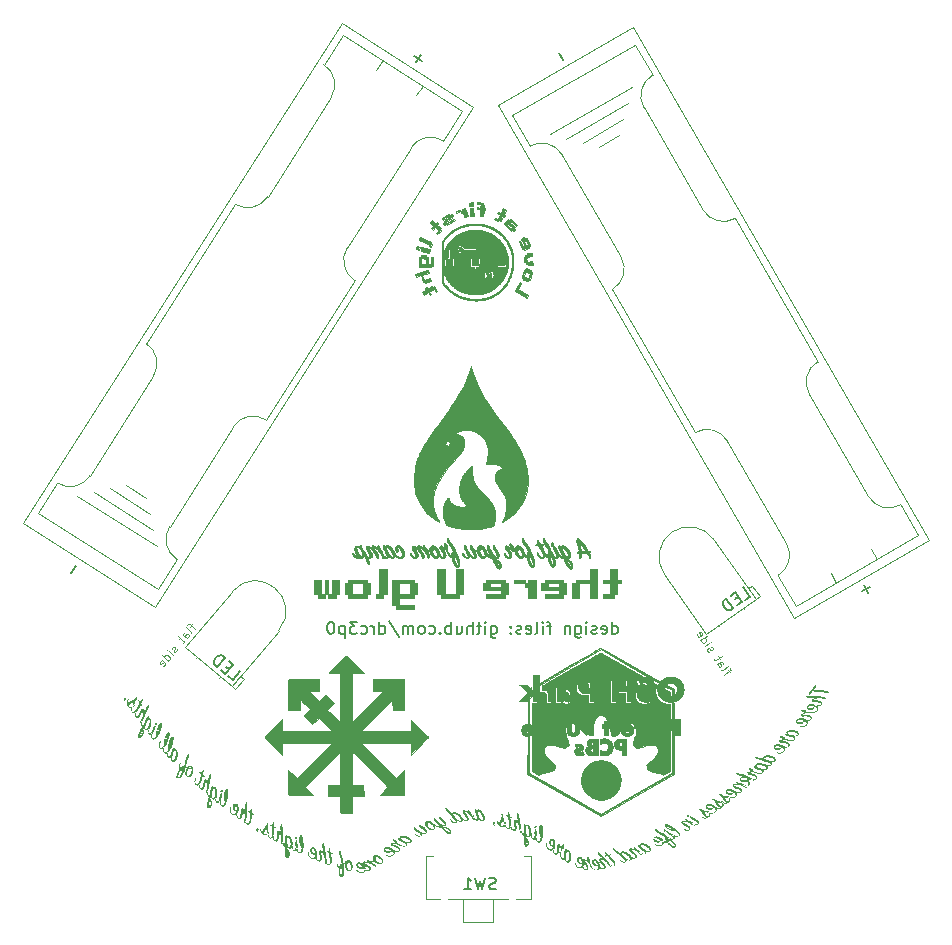
<source format=gbr>
%TF.GenerationSoftware,KiCad,Pcbnew,(6.0.4-0)*%
%TF.CreationDate,2022-05-05T12:21:51-07:00*%
%TF.ProjectId,GlowArtPCBv2,476c6f77-4172-4745-9043-4276322e6b69,rev?*%
%TF.SameCoordinates,Original*%
%TF.FileFunction,Legend,Bot*%
%TF.FilePolarity,Positive*%
%FSLAX46Y46*%
G04 Gerber Fmt 4.6, Leading zero omitted, Abs format (unit mm)*
G04 Created by KiCad (PCBNEW (6.0.4-0)) date 2022-05-05 12:21:51*
%MOMM*%
%LPD*%
G01*
G04 APERTURE LIST*
%ADD10C,0.177800*%
%ADD11C,0.000000*%
%ADD12C,0.080000*%
%ADD13C,0.150000*%
%ADD14C,0.100000*%
%ADD15C,0.120000*%
G04 APERTURE END LIST*
D10*
X101264952Y-83519619D02*
X101264952Y-82503619D01*
X101264952Y-83471238D02*
X101361714Y-83519619D01*
X101555238Y-83519619D01*
X101652000Y-83471238D01*
X101700380Y-83422857D01*
X101748761Y-83326095D01*
X101748761Y-83035809D01*
X101700380Y-82939047D01*
X101652000Y-82890666D01*
X101555238Y-82842285D01*
X101361714Y-82842285D01*
X101264952Y-82890666D01*
X100394095Y-83471238D02*
X100490857Y-83519619D01*
X100684380Y-83519619D01*
X100781142Y-83471238D01*
X100829523Y-83374476D01*
X100829523Y-82987428D01*
X100781142Y-82890666D01*
X100684380Y-82842285D01*
X100490857Y-82842285D01*
X100394095Y-82890666D01*
X100345714Y-82987428D01*
X100345714Y-83084190D01*
X100829523Y-83180952D01*
X99958666Y-83471238D02*
X99861904Y-83519619D01*
X99668380Y-83519619D01*
X99571619Y-83471238D01*
X99523238Y-83374476D01*
X99523238Y-83326095D01*
X99571619Y-83229333D01*
X99668380Y-83180952D01*
X99813523Y-83180952D01*
X99910285Y-83132571D01*
X99958666Y-83035809D01*
X99958666Y-82987428D01*
X99910285Y-82890666D01*
X99813523Y-82842285D01*
X99668380Y-82842285D01*
X99571619Y-82890666D01*
X99087809Y-83519619D02*
X99087809Y-82842285D01*
X99087809Y-82503619D02*
X99136190Y-82552000D01*
X99087809Y-82600380D01*
X99039428Y-82552000D01*
X99087809Y-82503619D01*
X99087809Y-82600380D01*
X98168571Y-82842285D02*
X98168571Y-83664761D01*
X98216952Y-83761523D01*
X98265333Y-83809904D01*
X98362095Y-83858285D01*
X98507238Y-83858285D01*
X98604000Y-83809904D01*
X98168571Y-83471238D02*
X98265333Y-83519619D01*
X98458857Y-83519619D01*
X98555619Y-83471238D01*
X98604000Y-83422857D01*
X98652380Y-83326095D01*
X98652380Y-83035809D01*
X98604000Y-82939047D01*
X98555619Y-82890666D01*
X98458857Y-82842285D01*
X98265333Y-82842285D01*
X98168571Y-82890666D01*
X97684761Y-82842285D02*
X97684761Y-83519619D01*
X97684761Y-82939047D02*
X97636380Y-82890666D01*
X97539619Y-82842285D01*
X97394476Y-82842285D01*
X97297714Y-82890666D01*
X97249333Y-82987428D01*
X97249333Y-83519619D01*
X96136571Y-82842285D02*
X95749523Y-82842285D01*
X95991428Y-83519619D02*
X95991428Y-82648761D01*
X95943047Y-82552000D01*
X95846285Y-82503619D01*
X95749523Y-82503619D01*
X95410857Y-83519619D02*
X95410857Y-82842285D01*
X95410857Y-82503619D02*
X95459238Y-82552000D01*
X95410857Y-82600380D01*
X95362476Y-82552000D01*
X95410857Y-82503619D01*
X95410857Y-82600380D01*
X94781904Y-83519619D02*
X94878666Y-83471238D01*
X94927047Y-83374476D01*
X94927047Y-82503619D01*
X94007809Y-83471238D02*
X94104571Y-83519619D01*
X94298095Y-83519619D01*
X94394857Y-83471238D01*
X94443238Y-83374476D01*
X94443238Y-82987428D01*
X94394857Y-82890666D01*
X94298095Y-82842285D01*
X94104571Y-82842285D01*
X94007809Y-82890666D01*
X93959428Y-82987428D01*
X93959428Y-83084190D01*
X94443238Y-83180952D01*
X93572380Y-83471238D02*
X93475619Y-83519619D01*
X93282095Y-83519619D01*
X93185333Y-83471238D01*
X93136952Y-83374476D01*
X93136952Y-83326095D01*
X93185333Y-83229333D01*
X93282095Y-83180952D01*
X93427238Y-83180952D01*
X93524000Y-83132571D01*
X93572380Y-83035809D01*
X93572380Y-82987428D01*
X93524000Y-82890666D01*
X93427238Y-82842285D01*
X93282095Y-82842285D01*
X93185333Y-82890666D01*
X92701523Y-83422857D02*
X92653142Y-83471238D01*
X92701523Y-83519619D01*
X92749904Y-83471238D01*
X92701523Y-83422857D01*
X92701523Y-83519619D01*
X92701523Y-82890666D02*
X92653142Y-82939047D01*
X92701523Y-82987428D01*
X92749904Y-82939047D01*
X92701523Y-82890666D01*
X92701523Y-82987428D01*
X91008190Y-82842285D02*
X91008190Y-83664761D01*
X91056571Y-83761523D01*
X91104952Y-83809904D01*
X91201714Y-83858285D01*
X91346857Y-83858285D01*
X91443619Y-83809904D01*
X91008190Y-83471238D02*
X91104952Y-83519619D01*
X91298476Y-83519619D01*
X91395238Y-83471238D01*
X91443619Y-83422857D01*
X91492000Y-83326095D01*
X91492000Y-83035809D01*
X91443619Y-82939047D01*
X91395238Y-82890666D01*
X91298476Y-82842285D01*
X91104952Y-82842285D01*
X91008190Y-82890666D01*
X90524380Y-83519619D02*
X90524380Y-82842285D01*
X90524380Y-82503619D02*
X90572761Y-82552000D01*
X90524380Y-82600380D01*
X90476000Y-82552000D01*
X90524380Y-82503619D01*
X90524380Y-82600380D01*
X90185714Y-82842285D02*
X89798666Y-82842285D01*
X90040571Y-82503619D02*
X90040571Y-83374476D01*
X89992190Y-83471238D01*
X89895428Y-83519619D01*
X89798666Y-83519619D01*
X89460000Y-83519619D02*
X89460000Y-82503619D01*
X89024571Y-83519619D02*
X89024571Y-82987428D01*
X89072952Y-82890666D01*
X89169714Y-82842285D01*
X89314857Y-82842285D01*
X89411619Y-82890666D01*
X89460000Y-82939047D01*
X88105333Y-82842285D02*
X88105333Y-83519619D01*
X88540761Y-82842285D02*
X88540761Y-83374476D01*
X88492380Y-83471238D01*
X88395619Y-83519619D01*
X88250476Y-83519619D01*
X88153714Y-83471238D01*
X88105333Y-83422857D01*
X87621523Y-83519619D02*
X87621523Y-82503619D01*
X87621523Y-82890666D02*
X87524761Y-82842285D01*
X87331238Y-82842285D01*
X87234476Y-82890666D01*
X87186095Y-82939047D01*
X87137714Y-83035809D01*
X87137714Y-83326095D01*
X87186095Y-83422857D01*
X87234476Y-83471238D01*
X87331238Y-83519619D01*
X87524761Y-83519619D01*
X87621523Y-83471238D01*
X86702285Y-83422857D02*
X86653904Y-83471238D01*
X86702285Y-83519619D01*
X86750666Y-83471238D01*
X86702285Y-83422857D01*
X86702285Y-83519619D01*
X85783047Y-83471238D02*
X85879809Y-83519619D01*
X86073333Y-83519619D01*
X86170095Y-83471238D01*
X86218476Y-83422857D01*
X86266857Y-83326095D01*
X86266857Y-83035809D01*
X86218476Y-82939047D01*
X86170095Y-82890666D01*
X86073333Y-82842285D01*
X85879809Y-82842285D01*
X85783047Y-82890666D01*
X85202476Y-83519619D02*
X85299238Y-83471238D01*
X85347619Y-83422857D01*
X85396000Y-83326095D01*
X85396000Y-83035809D01*
X85347619Y-82939047D01*
X85299238Y-82890666D01*
X85202476Y-82842285D01*
X85057333Y-82842285D01*
X84960571Y-82890666D01*
X84912190Y-82939047D01*
X84863809Y-83035809D01*
X84863809Y-83326095D01*
X84912190Y-83422857D01*
X84960571Y-83471238D01*
X85057333Y-83519619D01*
X85202476Y-83519619D01*
X84428380Y-83519619D02*
X84428380Y-82842285D01*
X84428380Y-82939047D02*
X84380000Y-82890666D01*
X84283238Y-82842285D01*
X84138095Y-82842285D01*
X84041333Y-82890666D01*
X83992952Y-82987428D01*
X83992952Y-83519619D01*
X83992952Y-82987428D02*
X83944571Y-82890666D01*
X83847809Y-82842285D01*
X83702666Y-82842285D01*
X83605904Y-82890666D01*
X83557523Y-82987428D01*
X83557523Y-83519619D01*
X82348000Y-82455238D02*
X83218857Y-83761523D01*
X81573904Y-83519619D02*
X81573904Y-82503619D01*
X81573904Y-83471238D02*
X81670666Y-83519619D01*
X81864190Y-83519619D01*
X81960952Y-83471238D01*
X82009333Y-83422857D01*
X82057714Y-83326095D01*
X82057714Y-83035809D01*
X82009333Y-82939047D01*
X81960952Y-82890666D01*
X81864190Y-82842285D01*
X81670666Y-82842285D01*
X81573904Y-82890666D01*
X81090095Y-83519619D02*
X81090095Y-82842285D01*
X81090095Y-83035809D02*
X81041714Y-82939047D01*
X80993333Y-82890666D01*
X80896571Y-82842285D01*
X80799809Y-82842285D01*
X80025714Y-83471238D02*
X80122476Y-83519619D01*
X80316000Y-83519619D01*
X80412761Y-83471238D01*
X80461142Y-83422857D01*
X80509523Y-83326095D01*
X80509523Y-83035809D01*
X80461142Y-82939047D01*
X80412761Y-82890666D01*
X80316000Y-82842285D01*
X80122476Y-82842285D01*
X80025714Y-82890666D01*
X79687047Y-82503619D02*
X79058095Y-82503619D01*
X79396761Y-82890666D01*
X79251619Y-82890666D01*
X79154857Y-82939047D01*
X79106476Y-82987428D01*
X79058095Y-83084190D01*
X79058095Y-83326095D01*
X79106476Y-83422857D01*
X79154857Y-83471238D01*
X79251619Y-83519619D01*
X79541904Y-83519619D01*
X79638666Y-83471238D01*
X79687047Y-83422857D01*
X78622666Y-82842285D02*
X78622666Y-83858285D01*
X78622666Y-82890666D02*
X78525904Y-82842285D01*
X78332380Y-82842285D01*
X78235619Y-82890666D01*
X78187238Y-82939047D01*
X78138857Y-83035809D01*
X78138857Y-83326095D01*
X78187238Y-83422857D01*
X78235619Y-83471238D01*
X78332380Y-83519619D01*
X78525904Y-83519619D01*
X78622666Y-83471238D01*
X77509904Y-82503619D02*
X77413142Y-82503619D01*
X77316380Y-82552000D01*
X77268000Y-82600380D01*
X77219619Y-82697142D01*
X77171238Y-82890666D01*
X77171238Y-83132571D01*
X77219619Y-83326095D01*
X77268000Y-83422857D01*
X77316380Y-83471238D01*
X77413142Y-83519619D01*
X77509904Y-83519619D01*
X77606666Y-83471238D01*
X77655047Y-83422857D01*
X77703428Y-83326095D01*
X77751809Y-83132571D01*
X77751809Y-82890666D01*
X77703428Y-82697142D01*
X77655047Y-82600380D01*
X77606666Y-82552000D01*
X77509904Y-82503619D01*
D11*
G36*
X118478167Y-87837892D02*
G01*
X118479455Y-87838030D01*
X118480748Y-87838280D01*
X118482045Y-87838640D01*
X118483345Y-87839112D01*
X118484647Y-87839695D01*
X118485951Y-87840388D01*
X118487255Y-87841192D01*
X118488559Y-87842106D01*
X118489861Y-87843131D01*
X118491160Y-87844267D01*
X118492456Y-87845512D01*
X118493748Y-87846868D01*
X118495034Y-87848334D01*
X118496315Y-87849909D01*
X118501518Y-87856494D01*
X118506310Y-87863322D01*
X118510692Y-87870386D01*
X118514662Y-87877679D01*
X118518223Y-87885193D01*
X118521373Y-87892921D01*
X118524114Y-87900855D01*
X118526446Y-87908989D01*
X118528368Y-87917314D01*
X118529882Y-87925822D01*
X118530988Y-87934508D01*
X118531685Y-87943362D01*
X118531975Y-87952378D01*
X118531858Y-87961549D01*
X118531334Y-87970866D01*
X118530403Y-87980323D01*
X118529065Y-87989911D01*
X118527322Y-87999624D01*
X118525173Y-88009454D01*
X118522619Y-88019393D01*
X118516296Y-88039570D01*
X118508355Y-88060096D01*
X118498800Y-88080911D01*
X118487632Y-88101956D01*
X118474855Y-88123170D01*
X118460472Y-88144495D01*
X118450851Y-88157241D01*
X118440769Y-88170239D01*
X118430189Y-88183495D01*
X118419073Y-88197018D01*
X118407382Y-88210815D01*
X118395079Y-88224895D01*
X118382126Y-88239264D01*
X118368486Y-88253930D01*
X118522733Y-88257237D01*
X118686313Y-88266067D01*
X118852921Y-88279519D01*
X119016248Y-88296689D01*
X119169990Y-88316676D01*
X119307838Y-88338576D01*
X119423486Y-88361488D01*
X119471015Y-88373041D01*
X119510628Y-88384508D01*
X119530456Y-88391629D01*
X119548758Y-88399282D01*
X119565580Y-88407404D01*
X119580968Y-88415930D01*
X119594969Y-88424798D01*
X119607628Y-88433943D01*
X119618993Y-88443303D01*
X119629108Y-88452813D01*
X119638020Y-88462411D01*
X119645775Y-88472032D01*
X119652420Y-88481613D01*
X119658000Y-88491091D01*
X119662562Y-88500402D01*
X119666151Y-88509482D01*
X119668815Y-88518269D01*
X119670598Y-88526698D01*
X119671329Y-88530781D01*
X119671791Y-88534560D01*
X119671918Y-88536335D01*
X119671973Y-88538032D01*
X119671957Y-88539651D01*
X119671867Y-88541193D01*
X119671701Y-88542656D01*
X119671460Y-88544041D01*
X119671141Y-88545347D01*
X119670743Y-88546574D01*
X119670265Y-88547720D01*
X119669705Y-88548787D01*
X119669062Y-88549774D01*
X119668336Y-88550679D01*
X119667524Y-88551504D01*
X119666625Y-88552247D01*
X119665639Y-88552908D01*
X119664563Y-88553488D01*
X119663396Y-88553985D01*
X119662137Y-88554399D01*
X119660786Y-88554729D01*
X119659340Y-88554977D01*
X119657798Y-88555140D01*
X119656158Y-88555219D01*
X119654421Y-88555214D01*
X119652583Y-88555124D01*
X119650645Y-88554948D01*
X119648604Y-88554687D01*
X119646460Y-88554340D01*
X119644211Y-88553906D01*
X119476910Y-88525577D01*
X119316802Y-88502793D01*
X119164094Y-88484647D01*
X119018997Y-88470229D01*
X118518886Y-88431668D01*
X118495201Y-88429479D01*
X118472803Y-88426883D01*
X118451651Y-88423900D01*
X118431702Y-88420552D01*
X118412913Y-88416860D01*
X118395242Y-88412844D01*
X118378647Y-88408526D01*
X118363085Y-88403927D01*
X118348513Y-88399066D01*
X118334890Y-88393967D01*
X118322172Y-88388648D01*
X118310316Y-88383132D01*
X118299282Y-88377439D01*
X118289025Y-88371591D01*
X118279504Y-88365607D01*
X118270676Y-88359510D01*
X118235246Y-88397339D01*
X118199841Y-88435872D01*
X118165089Y-88474902D01*
X118131617Y-88514222D01*
X118115557Y-88533927D01*
X118100052Y-88553628D01*
X118085180Y-88573298D01*
X118071021Y-88592912D01*
X118057653Y-88612443D01*
X118045153Y-88631867D01*
X118033601Y-88651157D01*
X118023075Y-88670288D01*
X118021681Y-88672679D01*
X118020269Y-88674881D01*
X118018842Y-88676899D01*
X118017400Y-88678737D01*
X118015946Y-88680399D01*
X118014481Y-88681889D01*
X118013008Y-88683211D01*
X118011527Y-88684371D01*
X118010041Y-88685372D01*
X118008552Y-88686218D01*
X118007061Y-88686913D01*
X118005570Y-88687463D01*
X118004082Y-88687871D01*
X118002596Y-88688141D01*
X118001116Y-88688277D01*
X117999644Y-88688284D01*
X117998181Y-88688167D01*
X117996728Y-88687929D01*
X117995288Y-88687574D01*
X117993862Y-88687108D01*
X117992453Y-88686533D01*
X117991061Y-88685855D01*
X117989690Y-88685077D01*
X117988340Y-88684205D01*
X117987013Y-88683241D01*
X117985711Y-88682191D01*
X117984437Y-88681058D01*
X117983191Y-88679848D01*
X117981975Y-88678563D01*
X117980792Y-88677209D01*
X117979643Y-88675789D01*
X117978530Y-88674308D01*
X117973483Y-88666854D01*
X117968916Y-88659352D01*
X117964820Y-88651804D01*
X117961182Y-88644212D01*
X117957993Y-88636580D01*
X117955241Y-88628910D01*
X117952916Y-88621204D01*
X117951007Y-88613465D01*
X117949502Y-88605695D01*
X117948391Y-88597897D01*
X117947663Y-88590073D01*
X117947307Y-88582226D01*
X117947313Y-88574359D01*
X117947668Y-88566474D01*
X117949388Y-88550659D01*
X117952379Y-88534802D01*
X117956554Y-88518924D01*
X117961826Y-88503044D01*
X117968109Y-88487182D01*
X117975315Y-88471359D01*
X117983357Y-88455594D01*
X117992149Y-88439909D01*
X118001604Y-88424322D01*
X118017042Y-88401260D01*
X118036952Y-88374785D01*
X118060748Y-88345271D01*
X118087842Y-88313089D01*
X118217489Y-88165148D01*
X118286867Y-88084866D01*
X118320642Y-88044452D01*
X118353027Y-88004353D01*
X118383435Y-87964941D01*
X118411281Y-87926590D01*
X118435977Y-87889671D01*
X118456938Y-87854559D01*
X118457972Y-87852675D01*
X118459029Y-87850904D01*
X118460106Y-87849247D01*
X118461204Y-87847702D01*
X118462321Y-87846271D01*
X118463456Y-87844952D01*
X118464609Y-87843747D01*
X118465778Y-87842654D01*
X118466963Y-87841673D01*
X118468162Y-87840805D01*
X118469375Y-87840049D01*
X118470601Y-87839405D01*
X118471838Y-87838874D01*
X118473086Y-87838454D01*
X118474344Y-87838146D01*
X118475611Y-87837950D01*
X118476885Y-87837865D01*
X118478167Y-87837892D01*
G37*
G36*
X60061490Y-88965095D02*
G01*
X60065855Y-88965474D01*
X60070163Y-88966129D01*
X60074409Y-88967064D01*
X60078583Y-88968282D01*
X60082680Y-88969786D01*
X60086692Y-88971578D01*
X60090612Y-88973663D01*
X60094433Y-88976043D01*
X60098148Y-88978721D01*
X60101700Y-88981658D01*
X60105038Y-88984807D01*
X60108159Y-88988160D01*
X60111065Y-88991706D01*
X60113753Y-88995439D01*
X60116224Y-88999348D01*
X60118476Y-89003426D01*
X60120510Y-89007663D01*
X60122325Y-89012051D01*
X60123920Y-89016580D01*
X60125294Y-89021243D01*
X60126446Y-89026030D01*
X60127378Y-89030933D01*
X60128086Y-89035943D01*
X60128572Y-89041050D01*
X60128834Y-89046248D01*
X60128872Y-89051525D01*
X60128685Y-89056875D01*
X60128272Y-89062287D01*
X60127634Y-89067754D01*
X60126769Y-89073267D01*
X60125677Y-89078816D01*
X60124356Y-89084394D01*
X60122808Y-89089990D01*
X60121030Y-89095597D01*
X60119023Y-89101206D01*
X60116785Y-89106808D01*
X60114316Y-89112395D01*
X60111616Y-89117957D01*
X60108684Y-89123485D01*
X60105519Y-89128972D01*
X60102121Y-89134407D01*
X60098946Y-89139195D01*
X60095598Y-89143821D01*
X60092087Y-89148279D01*
X60088424Y-89152564D01*
X60084618Y-89156671D01*
X60080681Y-89160594D01*
X60076622Y-89164329D01*
X60072452Y-89167871D01*
X60068181Y-89171213D01*
X60063820Y-89174351D01*
X60059379Y-89177280D01*
X60054868Y-89179995D01*
X60050297Y-89182490D01*
X60045678Y-89184760D01*
X60041020Y-89186799D01*
X60036334Y-89188604D01*
X60031629Y-89190168D01*
X60026917Y-89191486D01*
X60022208Y-89192554D01*
X60017512Y-89193365D01*
X60012839Y-89193915D01*
X60008200Y-89194199D01*
X60003605Y-89194211D01*
X59999065Y-89193946D01*
X59994590Y-89193398D01*
X59990189Y-89192564D01*
X59985874Y-89191437D01*
X59981656Y-89190012D01*
X59977543Y-89188285D01*
X59973547Y-89186249D01*
X59969678Y-89183901D01*
X59965946Y-89181233D01*
X59962396Y-89178287D01*
X59959064Y-89175112D01*
X59955952Y-89171718D01*
X59953059Y-89168116D01*
X59950385Y-89164316D01*
X59947931Y-89160330D01*
X59945697Y-89156167D01*
X59943683Y-89151838D01*
X59941889Y-89147354D01*
X59940315Y-89142725D01*
X59938963Y-89137962D01*
X59937831Y-89133075D01*
X59936921Y-89128074D01*
X59936233Y-89122971D01*
X59935765Y-89117776D01*
X59935520Y-89112499D01*
X59935497Y-89107151D01*
X59935697Y-89101742D01*
X59936119Y-89096283D01*
X59936764Y-89090784D01*
X59937632Y-89085257D01*
X59938724Y-89079711D01*
X59940039Y-89074157D01*
X59941577Y-89068605D01*
X59943340Y-89063067D01*
X59945327Y-89057552D01*
X59947539Y-89052071D01*
X59949975Y-89046635D01*
X59952636Y-89041254D01*
X59955523Y-89035938D01*
X59958635Y-89030699D01*
X59961972Y-89025547D01*
X59965663Y-89020424D01*
X59969461Y-89015506D01*
X59973360Y-89010796D01*
X59977352Y-89006298D01*
X59981431Y-89002014D01*
X59985589Y-88997947D01*
X59989819Y-88994101D01*
X59994114Y-88990478D01*
X59998467Y-88987082D01*
X60002871Y-88983917D01*
X60007318Y-88980984D01*
X60011802Y-88978287D01*
X60016315Y-88975829D01*
X60020851Y-88973614D01*
X60025401Y-88971644D01*
X60029959Y-88969923D01*
X60034518Y-88968454D01*
X60039071Y-88967239D01*
X60043610Y-88966282D01*
X60048129Y-88965586D01*
X60052620Y-88965154D01*
X60057076Y-88964989D01*
X60061490Y-88965095D01*
G37*
G36*
X60754738Y-89599908D02*
G01*
X60755717Y-89600852D01*
X60751956Y-89602941D01*
X60753457Y-89598913D01*
X60754738Y-89599908D01*
G37*
G36*
X60830876Y-89566663D02*
G01*
X60832752Y-89566985D01*
X60834527Y-89567471D01*
X60836200Y-89568118D01*
X60837768Y-89568927D01*
X60839231Y-89569897D01*
X60840586Y-89571027D01*
X60841833Y-89572318D01*
X60842971Y-89573767D01*
X60843997Y-89575376D01*
X60844910Y-89577142D01*
X60845709Y-89579066D01*
X60846393Y-89581147D01*
X60846959Y-89583384D01*
X60847408Y-89585777D01*
X60847736Y-89588325D01*
X60847943Y-89591028D01*
X60848028Y-89593885D01*
X60847988Y-89596895D01*
X60847823Y-89600058D01*
X60847531Y-89603373D01*
X60846255Y-89612907D01*
X60844334Y-89622365D01*
X60841791Y-89631736D01*
X60838647Y-89641006D01*
X60834925Y-89650163D01*
X60830646Y-89659194D01*
X60825831Y-89668086D01*
X60820504Y-89676828D01*
X60814685Y-89685407D01*
X60808397Y-89693809D01*
X60801661Y-89702022D01*
X60794499Y-89710035D01*
X60786933Y-89717833D01*
X60778986Y-89725405D01*
X60770677Y-89732738D01*
X60762031Y-89739820D01*
X60753068Y-89746637D01*
X60743810Y-89753178D01*
X60734280Y-89759429D01*
X60724498Y-89765379D01*
X60704269Y-89776322D01*
X60693866Y-89781290D01*
X60684962Y-89785179D01*
X60690963Y-89769703D01*
X60705126Y-89736480D01*
X60720484Y-89703361D01*
X60736905Y-89670569D01*
X60754257Y-89638328D01*
X60755594Y-89635774D01*
X60756780Y-89633247D01*
X60757816Y-89630753D01*
X60758705Y-89628297D01*
X60759445Y-89625885D01*
X60760038Y-89623522D01*
X60760485Y-89621215D01*
X60760787Y-89618969D01*
X60760944Y-89616790D01*
X60760957Y-89614683D01*
X60760828Y-89612653D01*
X60760556Y-89610708D01*
X60760142Y-89608852D01*
X60759589Y-89607091D01*
X60758895Y-89605430D01*
X60758062Y-89603876D01*
X60757091Y-89602434D01*
X60755983Y-89601109D01*
X60755717Y-89600852D01*
X60800974Y-89575709D01*
X60803955Y-89574032D01*
X60806852Y-89572524D01*
X60809663Y-89571186D01*
X60812388Y-89570017D01*
X60815024Y-89569015D01*
X60817569Y-89568181D01*
X60820024Y-89567515D01*
X60822386Y-89567014D01*
X60824653Y-89566679D01*
X60826825Y-89566509D01*
X60828900Y-89566504D01*
X60830876Y-89566663D01*
G37*
G36*
X60865246Y-89312157D02*
G01*
X60841603Y-89369135D01*
X60818234Y-89427506D01*
X60795358Y-89486465D01*
X60753457Y-89598913D01*
X60753357Y-89598835D01*
X60751842Y-89597897D01*
X60750192Y-89597100D01*
X60748408Y-89596448D01*
X60746492Y-89595948D01*
X60744445Y-89595605D01*
X60742266Y-89595426D01*
X60739957Y-89595414D01*
X60737518Y-89595577D01*
X60734951Y-89595920D01*
X60732256Y-89596449D01*
X60729435Y-89597169D01*
X60726486Y-89598085D01*
X60719605Y-89600510D01*
X60712925Y-89603438D01*
X60706429Y-89606861D01*
X60700099Y-89610770D01*
X60693916Y-89615157D01*
X60687864Y-89620014D01*
X60681922Y-89625333D01*
X60676074Y-89631106D01*
X60670302Y-89637324D01*
X60664586Y-89643979D01*
X60658910Y-89651062D01*
X60653254Y-89658567D01*
X60647601Y-89666484D01*
X60641933Y-89674805D01*
X60636231Y-89683522D01*
X60630478Y-89692627D01*
X60622836Y-89706527D01*
X60614532Y-89724236D01*
X60605912Y-89745353D01*
X60597322Y-89769480D01*
X60589106Y-89796215D01*
X60585710Y-89809329D01*
X60580301Y-89809709D01*
X60565468Y-89810182D01*
X60550990Y-89810078D01*
X60536859Y-89809410D01*
X60523071Y-89808193D01*
X60509619Y-89806440D01*
X60496498Y-89804167D01*
X60483700Y-89801386D01*
X60471222Y-89798113D01*
X60459056Y-89794362D01*
X60435639Y-89785481D01*
X60413403Y-89774857D01*
X60392300Y-89762603D01*
X60372283Y-89748833D01*
X60353305Y-89733661D01*
X60335320Y-89717200D01*
X60318279Y-89699564D01*
X60302137Y-89680867D01*
X60286846Y-89661222D01*
X60272358Y-89640742D01*
X60258628Y-89619542D01*
X60248111Y-89601051D01*
X60361838Y-89601051D01*
X60361872Y-89611654D01*
X60363895Y-89621890D01*
X60366362Y-89628874D01*
X60369362Y-89635430D01*
X60372881Y-89641562D01*
X60376905Y-89647275D01*
X60381419Y-89652574D01*
X60386408Y-89657463D01*
X60391858Y-89661946D01*
X60397756Y-89666029D01*
X60404085Y-89669715D01*
X60410833Y-89673009D01*
X60417984Y-89675916D01*
X60425524Y-89678440D01*
X60433439Y-89680586D01*
X60441715Y-89682359D01*
X60450336Y-89683762D01*
X60459288Y-89684800D01*
X60468558Y-89685478D01*
X60478130Y-89685800D01*
X60487991Y-89685772D01*
X60498125Y-89685397D01*
X60508518Y-89684679D01*
X60519157Y-89683625D01*
X60530026Y-89682237D01*
X60541111Y-89680520D01*
X60563872Y-89676120D01*
X60587325Y-89670461D01*
X60611354Y-89663578D01*
X60635843Y-89655507D01*
X60677906Y-89548287D01*
X60699489Y-89495277D01*
X60721491Y-89442940D01*
X60743949Y-89391480D01*
X60766901Y-89341101D01*
X60790387Y-89292007D01*
X60814444Y-89244402D01*
X60671999Y-89328791D01*
X60593027Y-89377753D01*
X60554264Y-89403178D01*
X60516996Y-89428949D01*
X60481984Y-89454850D01*
X60449987Y-89480669D01*
X60421766Y-89506192D01*
X60398080Y-89531205D01*
X60388176Y-89543454D01*
X60379690Y-89555495D01*
X60372719Y-89567302D01*
X60367356Y-89578848D01*
X60363697Y-89590107D01*
X60361838Y-89601051D01*
X60248111Y-89601051D01*
X60243311Y-89592612D01*
X60229711Y-89564839D01*
X60217870Y-89536308D01*
X60207826Y-89507101D01*
X60199620Y-89477304D01*
X60193291Y-89447001D01*
X60188880Y-89416275D01*
X60186426Y-89385211D01*
X60185969Y-89353893D01*
X60187550Y-89322404D01*
X60191207Y-89290830D01*
X60196982Y-89259253D01*
X60204914Y-89227759D01*
X60215043Y-89196431D01*
X60227408Y-89165354D01*
X60242050Y-89134611D01*
X60249283Y-89121350D01*
X60256721Y-89108958D01*
X60264308Y-89097427D01*
X60271990Y-89086748D01*
X60279711Y-89076912D01*
X60287418Y-89067911D01*
X60295054Y-89059738D01*
X60302566Y-89052383D01*
X60309898Y-89045838D01*
X60316995Y-89040095D01*
X60323803Y-89035145D01*
X60330266Y-89030981D01*
X60336330Y-89027592D01*
X60341940Y-89024972D01*
X60347041Y-89023112D01*
X60351578Y-89022003D01*
X60353508Y-89021809D01*
X60355421Y-89021720D01*
X60357311Y-89021733D01*
X60359173Y-89021846D01*
X60361001Y-89022059D01*
X60362788Y-89022368D01*
X60364530Y-89022773D01*
X60366220Y-89023272D01*
X60367853Y-89023863D01*
X60369422Y-89024543D01*
X60370922Y-89025312D01*
X60372348Y-89026168D01*
X60373692Y-89027109D01*
X60374951Y-89028132D01*
X60376117Y-89029237D01*
X60377184Y-89030422D01*
X60378149Y-89031684D01*
X60379003Y-89033022D01*
X60379742Y-89034435D01*
X60380359Y-89035920D01*
X60380850Y-89037476D01*
X60381208Y-89039101D01*
X60381427Y-89040793D01*
X60381501Y-89042550D01*
X60381425Y-89044372D01*
X60381193Y-89046255D01*
X60380800Y-89048198D01*
X60380238Y-89050200D01*
X60379503Y-89052259D01*
X60378589Y-89054372D01*
X60377490Y-89056539D01*
X60376200Y-89058757D01*
X60362832Y-89081412D01*
X60349840Y-89104965D01*
X60337355Y-89129361D01*
X60325508Y-89154544D01*
X60314432Y-89180459D01*
X60304256Y-89207052D01*
X60295113Y-89234267D01*
X60287134Y-89262049D01*
X60280450Y-89290342D01*
X60275193Y-89319092D01*
X60271493Y-89348243D01*
X60269483Y-89377740D01*
X60269293Y-89407529D01*
X60271055Y-89437553D01*
X60274900Y-89467758D01*
X60280960Y-89498089D01*
X60281149Y-89488740D01*
X60281749Y-89479580D01*
X60282747Y-89470604D01*
X60284129Y-89461811D01*
X60285884Y-89453195D01*
X60287996Y-89444753D01*
X60290455Y-89436483D01*
X60293245Y-89428379D01*
X60296355Y-89420440D01*
X60299771Y-89412661D01*
X60307468Y-89397571D01*
X60316231Y-89383079D01*
X60325956Y-89369158D01*
X60336538Y-89355781D01*
X60347870Y-89342918D01*
X60359849Y-89330542D01*
X60372369Y-89318625D01*
X60385325Y-89307137D01*
X60398613Y-89296052D01*
X60412126Y-89285341D01*
X60425760Y-89274977D01*
X60450582Y-89257461D01*
X60476404Y-89240524D01*
X60503148Y-89224021D01*
X60530738Y-89207804D01*
X60588145Y-89175653D01*
X60648010Y-89142905D01*
X60709719Y-89108398D01*
X60741071Y-89090121D01*
X60772653Y-89070967D01*
X60804388Y-89050791D01*
X60836199Y-89029448D01*
X60868009Y-89006792D01*
X60899741Y-88982677D01*
X60905878Y-88970596D01*
X60911715Y-88959241D01*
X60914501Y-88953686D01*
X60917189Y-88948130D01*
X60919771Y-88942514D01*
X60922238Y-88936778D01*
X60932063Y-88917624D01*
X60936635Y-88909135D01*
X60941039Y-88901370D01*
X60945320Y-88894328D01*
X60949522Y-88888008D01*
X60953689Y-88882409D01*
X60957867Y-88877530D01*
X60962099Y-88873369D01*
X60964249Y-88871558D01*
X60966430Y-88869927D01*
X60968647Y-88868474D01*
X60970905Y-88867201D01*
X60973210Y-88866106D01*
X60975568Y-88865190D01*
X60977983Y-88864453D01*
X60980463Y-88863895D01*
X60983011Y-88863515D01*
X60985635Y-88863313D01*
X60988339Y-88863289D01*
X60991129Y-88863443D01*
X60994010Y-88863775D01*
X60996988Y-88864285D01*
X60999693Y-88864952D01*
X61002352Y-88865871D01*
X61004960Y-88867039D01*
X61007514Y-88868450D01*
X61010008Y-88870100D01*
X61012438Y-88871985D01*
X61014799Y-88874099D01*
X61017087Y-88876439D01*
X61019296Y-88878999D01*
X61021423Y-88881775D01*
X61023463Y-88884763D01*
X61025411Y-88887957D01*
X61027262Y-88891353D01*
X61029012Y-88894947D01*
X61030656Y-88898734D01*
X61032190Y-88902710D01*
X61033609Y-88906869D01*
X61034908Y-88911207D01*
X61036083Y-88915720D01*
X61037129Y-88920403D01*
X61038042Y-88925251D01*
X61038816Y-88930260D01*
X61039448Y-88935425D01*
X61039933Y-88940742D01*
X61040265Y-88946206D01*
X61040441Y-88951812D01*
X61040456Y-88957556D01*
X61040304Y-88963433D01*
X61039983Y-88969438D01*
X61039486Y-88975567D01*
X61038810Y-88981816D01*
X61037949Y-88988180D01*
X61035985Y-89000173D01*
X61033643Y-89011722D01*
X61030875Y-89022882D01*
X61027638Y-89033709D01*
X61023885Y-89044257D01*
X61019572Y-89054581D01*
X61014652Y-89064736D01*
X61009082Y-89074777D01*
X61002816Y-89084759D01*
X60995807Y-89094737D01*
X60988012Y-89104766D01*
X60979385Y-89114901D01*
X60969880Y-89125196D01*
X60959452Y-89135708D01*
X60948057Y-89146491D01*
X60935648Y-89157599D01*
X60912486Y-89205586D01*
X60894842Y-89244402D01*
X60888946Y-89257373D01*
X60865246Y-89312157D01*
G37*
G36*
X61525803Y-89068228D02*
G01*
X61528075Y-89068395D01*
X61530247Y-89068695D01*
X61532317Y-89069127D01*
X61534282Y-89069689D01*
X61536139Y-89070381D01*
X61537887Y-89071200D01*
X61539522Y-89072145D01*
X61541042Y-89073215D01*
X61542445Y-89074408D01*
X61543728Y-89075724D01*
X61544889Y-89077160D01*
X61545925Y-89078715D01*
X61546834Y-89080389D01*
X61547612Y-89082179D01*
X61548259Y-89084084D01*
X61548770Y-89086103D01*
X61549144Y-89088234D01*
X61549378Y-89090477D01*
X61549470Y-89092829D01*
X61549417Y-89095289D01*
X61549217Y-89097856D01*
X61548866Y-89100529D01*
X61548364Y-89103306D01*
X61547706Y-89106186D01*
X61546891Y-89109167D01*
X61545916Y-89112248D01*
X61544779Y-89115428D01*
X61535879Y-89141018D01*
X61524109Y-89171241D01*
X61509727Y-89205654D01*
X61492991Y-89243813D01*
X61474159Y-89285275D01*
X61453488Y-89329597D01*
X61407663Y-89425049D01*
X61419051Y-89445958D01*
X61430774Y-89466870D01*
X61442859Y-89487730D01*
X61455336Y-89508486D01*
X61468235Y-89529083D01*
X61481586Y-89549469D01*
X61495416Y-89569590D01*
X61509757Y-89589392D01*
X61511716Y-89591943D01*
X61513514Y-89594452D01*
X61515151Y-89596917D01*
X61516623Y-89599334D01*
X61517931Y-89601702D01*
X61519073Y-89604017D01*
X61520046Y-89606277D01*
X61520851Y-89608479D01*
X61521486Y-89610620D01*
X61521949Y-89612698D01*
X61522239Y-89614709D01*
X61522354Y-89616652D01*
X61522294Y-89618524D01*
X61522057Y-89620321D01*
X61521641Y-89622042D01*
X61521046Y-89623683D01*
X61520269Y-89625242D01*
X61519311Y-89626716D01*
X61518168Y-89628102D01*
X61516840Y-89629398D01*
X61515326Y-89630601D01*
X61513624Y-89631708D01*
X61511733Y-89632717D01*
X61509651Y-89633624D01*
X61507378Y-89634428D01*
X61504911Y-89635125D01*
X61502249Y-89635713D01*
X61499392Y-89636189D01*
X61496338Y-89636551D01*
X61493085Y-89636795D01*
X61489632Y-89636919D01*
X61485977Y-89636920D01*
X61479729Y-89636494D01*
X61472898Y-89635493D01*
X61465543Y-89633891D01*
X61457728Y-89631662D01*
X61449513Y-89628781D01*
X61440958Y-89625223D01*
X61432125Y-89620961D01*
X61423075Y-89615971D01*
X61413870Y-89610226D01*
X61404569Y-89603702D01*
X61395235Y-89596372D01*
X61385929Y-89588211D01*
X61376711Y-89579193D01*
X61372154Y-89574355D01*
X61367642Y-89569293D01*
X61363183Y-89564004D01*
X61358785Y-89558485D01*
X61354454Y-89552733D01*
X61350199Y-89546744D01*
X61278012Y-89686375D01*
X61206265Y-89819338D01*
X61171972Y-89880686D01*
X61139486Y-89937206D01*
X61109373Y-89987846D01*
X61082199Y-90031551D01*
X61067334Y-90053710D01*
X61052179Y-90074440D01*
X61036767Y-90093766D01*
X61021128Y-90111709D01*
X61008770Y-90124656D01*
X61008836Y-90124506D01*
X61022796Y-90095512D01*
X61037308Y-90067575D01*
X61038317Y-90065721D01*
X61039182Y-90063876D01*
X61039906Y-90062044D01*
X61040492Y-90060230D01*
X61040945Y-90058437D01*
X61041266Y-90056668D01*
X61041461Y-90054929D01*
X61041531Y-90053222D01*
X61041480Y-90051552D01*
X61041312Y-90049922D01*
X61041030Y-90048337D01*
X61040638Y-90046801D01*
X61040138Y-90045316D01*
X61039534Y-90043888D01*
X61038829Y-90042519D01*
X61038027Y-90041215D01*
X61037130Y-90039979D01*
X61036144Y-90038814D01*
X61035069Y-90037725D01*
X61033911Y-90036715D01*
X61032672Y-90035789D01*
X61031356Y-90034950D01*
X61029966Y-90034203D01*
X61028505Y-90033550D01*
X61026977Y-90032997D01*
X61025385Y-90032546D01*
X61023732Y-90032203D01*
X61022022Y-90031970D01*
X61020258Y-90031852D01*
X61018444Y-90031852D01*
X61016582Y-90031975D01*
X61014676Y-90032224D01*
X61009367Y-90033538D01*
X61003797Y-90035418D01*
X60997990Y-90037890D01*
X60991969Y-90040979D01*
X60985755Y-90044712D01*
X60979372Y-90049114D01*
X60972842Y-90054210D01*
X60966188Y-90060026D01*
X60959434Y-90066588D01*
X60952600Y-90073922D01*
X60945712Y-90082053D01*
X60938790Y-90091007D01*
X60931858Y-90100809D01*
X60924938Y-90111486D01*
X60918054Y-90123062D01*
X60911228Y-90135564D01*
X60898888Y-90160624D01*
X60887962Y-90186738D01*
X60878511Y-90213682D01*
X60875534Y-90214886D01*
X60859408Y-90220299D01*
X60843411Y-90224587D01*
X60827574Y-90227774D01*
X60811930Y-90229884D01*
X60796511Y-90230939D01*
X60781350Y-90230962D01*
X60766477Y-90229978D01*
X60751926Y-90228010D01*
X60737728Y-90225081D01*
X60723917Y-90221214D01*
X60710523Y-90216433D01*
X60697580Y-90210761D01*
X60685119Y-90204222D01*
X60673173Y-90196838D01*
X60661773Y-90188634D01*
X60650953Y-90179633D01*
X60640743Y-90169857D01*
X60631178Y-90159331D01*
X60622287Y-90148078D01*
X60612388Y-90133812D01*
X60603576Y-90119048D01*
X60595808Y-90103836D01*
X60589040Y-90088226D01*
X60583230Y-90072268D01*
X60578335Y-90056013D01*
X60574310Y-90039509D01*
X60571113Y-90022808D01*
X60567031Y-89989012D01*
X60565742Y-89955024D01*
X60566901Y-89921245D01*
X60570162Y-89888074D01*
X60575181Y-89855913D01*
X60581610Y-89825160D01*
X60585710Y-89809329D01*
X60595493Y-89808643D01*
X60606582Y-89807298D01*
X60617683Y-89805500D01*
X60628773Y-89803262D01*
X60639831Y-89800596D01*
X60650834Y-89797514D01*
X60661761Y-89794031D01*
X60672590Y-89790157D01*
X60683299Y-89785906D01*
X60684962Y-89785179D01*
X60678126Y-89802806D01*
X60666747Y-89835566D01*
X60656958Y-89867760D01*
X60648890Y-89899163D01*
X60642675Y-89929553D01*
X60638446Y-89958705D01*
X60636333Y-89986397D01*
X60636468Y-90012405D01*
X60638983Y-90036505D01*
X60641174Y-90047770D01*
X60644009Y-90058474D01*
X60647506Y-90068590D01*
X60651680Y-90078089D01*
X60656547Y-90086943D01*
X60662125Y-90095125D01*
X60667905Y-90102017D01*
X60674098Y-90108104D01*
X60680683Y-90113392D01*
X60687642Y-90117889D01*
X60694952Y-90121602D01*
X60702594Y-90124539D01*
X60710548Y-90126707D01*
X60718793Y-90128112D01*
X60727308Y-90128764D01*
X60736074Y-90128668D01*
X60745070Y-90127832D01*
X60754276Y-90126263D01*
X60763672Y-90123969D01*
X60773236Y-90120957D01*
X60782949Y-90117234D01*
X60792790Y-90112807D01*
X60802740Y-90107685D01*
X60812777Y-90101874D01*
X60822882Y-90095381D01*
X60833033Y-90088214D01*
X60843211Y-90080380D01*
X60853396Y-90071886D01*
X60863566Y-90062740D01*
X60873703Y-90052949D01*
X60883784Y-90042521D01*
X60893791Y-90031462D01*
X60903702Y-90019780D01*
X60913497Y-90007482D01*
X60923156Y-89994575D01*
X60932659Y-89981068D01*
X60941985Y-89966966D01*
X60951114Y-89952278D01*
X60992558Y-89881051D01*
X61033589Y-89806296D01*
X61073816Y-89729510D01*
X61112846Y-89652192D01*
X61185745Y-89501943D01*
X61249149Y-89367529D01*
X61239184Y-89347172D01*
X61228415Y-89326276D01*
X61216964Y-89305254D01*
X61204950Y-89284521D01*
X61192493Y-89264492D01*
X61186136Y-89254870D01*
X61179713Y-89245580D01*
X61173240Y-89236673D01*
X61166731Y-89228200D01*
X61160201Y-89220215D01*
X61153665Y-89212767D01*
X61151887Y-89210107D01*
X61150273Y-89207517D01*
X61148820Y-89204997D01*
X61147530Y-89202547D01*
X61146400Y-89200169D01*
X61145431Y-89197863D01*
X61144621Y-89195629D01*
X61143971Y-89193467D01*
X61143478Y-89191378D01*
X61143143Y-89189364D01*
X61142965Y-89187423D01*
X61142943Y-89185557D01*
X61143076Y-89183766D01*
X61143364Y-89182050D01*
X61143806Y-89180411D01*
X61144402Y-89178848D01*
X61145150Y-89177362D01*
X61146050Y-89175954D01*
X61147101Y-89174623D01*
X61148302Y-89173371D01*
X61149653Y-89172198D01*
X61151154Y-89171105D01*
X61152803Y-89170091D01*
X61154599Y-89169158D01*
X61156543Y-89168306D01*
X61158632Y-89167535D01*
X61160868Y-89166846D01*
X61163248Y-89166239D01*
X61165772Y-89165715D01*
X61168440Y-89165275D01*
X61171251Y-89164918D01*
X61174204Y-89164645D01*
X61181073Y-89164392D01*
X61188350Y-89164392D01*
X61196000Y-89164740D01*
X61203988Y-89165530D01*
X61212280Y-89166856D01*
X61220841Y-89168813D01*
X61229637Y-89171494D01*
X61234112Y-89173136D01*
X61238633Y-89174995D01*
X61243196Y-89177081D01*
X61247796Y-89179408D01*
X61252428Y-89181987D01*
X61257090Y-89184829D01*
X61261775Y-89187947D01*
X61266481Y-89191351D01*
X61271202Y-89195055D01*
X61275935Y-89199069D01*
X61280674Y-89203406D01*
X61285416Y-89208077D01*
X61290157Y-89213095D01*
X61294892Y-89218470D01*
X61299617Y-89224214D01*
X61304327Y-89230340D01*
X61309019Y-89236859D01*
X61313687Y-89243784D01*
X61326368Y-89223089D01*
X61338953Y-89203998D01*
X61351456Y-89186447D01*
X61363893Y-89170371D01*
X61376277Y-89155708D01*
X61388622Y-89142394D01*
X61400942Y-89130364D01*
X61413251Y-89119557D01*
X61425564Y-89109907D01*
X61437894Y-89101351D01*
X61450256Y-89093826D01*
X61462664Y-89087269D01*
X61475131Y-89081614D01*
X61487673Y-89076800D01*
X61500302Y-89072762D01*
X61513034Y-89069436D01*
X61515768Y-89068917D01*
X61518414Y-89068538D01*
X61520970Y-89068298D01*
X61523434Y-89068195D01*
X61525803Y-89068228D01*
G37*
G36*
X62079029Y-89503535D02*
G01*
X62081214Y-89503784D01*
X62083302Y-89504166D01*
X62085290Y-89504678D01*
X62087177Y-89505319D01*
X62088960Y-89506088D01*
X62090637Y-89506982D01*
X62092206Y-89508000D01*
X62093665Y-89509142D01*
X62095012Y-89510404D01*
X62096244Y-89511785D01*
X62097359Y-89513285D01*
X62098355Y-89514901D01*
X62099230Y-89516631D01*
X62099981Y-89518475D01*
X62100607Y-89520431D01*
X62101106Y-89522496D01*
X62101474Y-89524670D01*
X62101710Y-89526951D01*
X62101812Y-89529337D01*
X62101778Y-89531827D01*
X62101604Y-89534418D01*
X62101290Y-89537111D01*
X62100833Y-89539903D01*
X62100231Y-89542791D01*
X62099481Y-89545776D01*
X62098581Y-89548855D01*
X62080117Y-89609841D01*
X62055392Y-89682628D01*
X61990329Y-89856269D01*
X61909735Y-90055111D01*
X61819951Y-90264486D01*
X61727318Y-90469725D01*
X61638177Y-90656160D01*
X61558869Y-90809125D01*
X61524885Y-90868472D01*
X61508284Y-90894374D01*
X61509285Y-90888465D01*
X61515263Y-90858003D01*
X61521859Y-90828279D01*
X61536624Y-90771019D01*
X61537166Y-90768937D01*
X61537597Y-90766892D01*
X61537921Y-90764888D01*
X61538139Y-90762930D01*
X61538252Y-90761021D01*
X61538264Y-90759165D01*
X61538175Y-90757366D01*
X61537988Y-90755628D01*
X61537705Y-90753954D01*
X61537327Y-90752350D01*
X61536857Y-90750817D01*
X61536295Y-90749362D01*
X61535645Y-90747987D01*
X61534908Y-90746696D01*
X61534086Y-90745493D01*
X61533181Y-90744383D01*
X61532195Y-90743369D01*
X61531129Y-90742454D01*
X61529986Y-90741644D01*
X61528768Y-90740941D01*
X61527476Y-90740350D01*
X61526112Y-90739875D01*
X61524679Y-90739519D01*
X61523177Y-90739287D01*
X61521610Y-90739181D01*
X61519978Y-90739208D01*
X61518285Y-90739369D01*
X61516531Y-90739669D01*
X61514719Y-90740113D01*
X61512850Y-90740703D01*
X61510927Y-90741444D01*
X61508951Y-90742340D01*
X61505135Y-90744390D01*
X61501017Y-90747172D01*
X61496630Y-90750681D01*
X61492006Y-90754914D01*
X61487177Y-90759870D01*
X61482175Y-90765544D01*
X61477033Y-90771934D01*
X61471781Y-90779038D01*
X61466452Y-90786851D01*
X61461078Y-90795371D01*
X61455691Y-90804595D01*
X61450324Y-90814520D01*
X61445007Y-90825144D01*
X61439774Y-90836462D01*
X61434656Y-90848473D01*
X61429685Y-90861173D01*
X61419790Y-90891212D01*
X61411823Y-90921953D01*
X61405708Y-90953359D01*
X61401370Y-90985393D01*
X61398733Y-91018018D01*
X61398700Y-91019094D01*
X61394960Y-91021857D01*
X61382098Y-91030025D01*
X61369574Y-91036704D01*
X61357374Y-91042002D01*
X61345483Y-91046025D01*
X61333885Y-91048881D01*
X61322566Y-91050679D01*
X61311512Y-91051525D01*
X61300706Y-91051527D01*
X61290134Y-91050792D01*
X61288175Y-91050583D01*
X61286307Y-91050292D01*
X61284532Y-91049923D01*
X61282850Y-91049476D01*
X61281260Y-91048954D01*
X61279763Y-91048358D01*
X61278359Y-91047691D01*
X61277050Y-91046954D01*
X61275834Y-91046150D01*
X61274713Y-91045279D01*
X61273686Y-91044344D01*
X61272754Y-91043347D01*
X61271918Y-91042290D01*
X61271177Y-91041174D01*
X61270531Y-91040001D01*
X61269982Y-91038774D01*
X61269530Y-91037495D01*
X61269174Y-91036164D01*
X61268915Y-91034784D01*
X61268754Y-91033357D01*
X61268691Y-91031885D01*
X61268725Y-91030370D01*
X61268858Y-91028813D01*
X61269089Y-91027216D01*
X61269419Y-91025582D01*
X61269849Y-91023912D01*
X61270378Y-91022207D01*
X61271007Y-91020471D01*
X61271736Y-91018705D01*
X61272565Y-91016910D01*
X61273496Y-91015089D01*
X61274527Y-91013243D01*
X61305393Y-90963468D01*
X61335971Y-90910871D01*
X61366045Y-90856081D01*
X61395394Y-90799728D01*
X61423799Y-90742441D01*
X61451041Y-90684848D01*
X61476902Y-90627579D01*
X61501163Y-90571263D01*
X61518598Y-90525850D01*
X61533366Y-90479543D01*
X61545622Y-90432845D01*
X61555522Y-90386257D01*
X61563222Y-90340280D01*
X61568878Y-90295416D01*
X61572645Y-90252167D01*
X61574680Y-90211034D01*
X61575138Y-90172519D01*
X61574175Y-90137123D01*
X61571947Y-90105349D01*
X61568610Y-90077697D01*
X61564320Y-90054669D01*
X61559232Y-90036767D01*
X61553503Y-90024493D01*
X61550446Y-90020623D01*
X61547287Y-90018348D01*
X61543535Y-90017601D01*
X61539549Y-90018671D01*
X61535327Y-90021481D01*
X61530865Y-90025948D01*
X61526157Y-90031995D01*
X61521202Y-90039541D01*
X61510530Y-90058812D01*
X61498819Y-90083123D01*
X61486035Y-90111837D01*
X61457130Y-90179920D01*
X61423565Y-90257959D01*
X61404957Y-90299118D01*
X61385090Y-90340852D01*
X61363934Y-90382524D01*
X61341457Y-90423497D01*
X61317629Y-90463131D01*
X61292417Y-90500790D01*
X61280789Y-90516824D01*
X61269051Y-90532072D01*
X61257212Y-90546523D01*
X61245281Y-90560164D01*
X61233266Y-90572981D01*
X61221178Y-90584962D01*
X61209025Y-90596094D01*
X61196816Y-90606364D01*
X61184561Y-90615759D01*
X61172269Y-90624267D01*
X61159948Y-90631874D01*
X61147607Y-90638567D01*
X61135257Y-90644335D01*
X61122906Y-90649163D01*
X61110562Y-90653039D01*
X61098236Y-90655950D01*
X61085937Y-90657883D01*
X61073672Y-90658825D01*
X61061453Y-90658764D01*
X61049286Y-90657686D01*
X61037183Y-90655579D01*
X61025152Y-90652430D01*
X61013201Y-90648226D01*
X61001341Y-90642953D01*
X60989579Y-90636600D01*
X60977927Y-90629153D01*
X60966391Y-90620599D01*
X60954982Y-90610926D01*
X60943709Y-90600120D01*
X60932581Y-90588169D01*
X60921606Y-90575060D01*
X60910794Y-90560780D01*
X60903527Y-90550129D01*
X60896791Y-90539080D01*
X60890580Y-90527654D01*
X60884887Y-90515877D01*
X60875035Y-90491354D01*
X60867184Y-90465695D01*
X60861285Y-90439081D01*
X60857290Y-90411695D01*
X60855149Y-90383720D01*
X60854814Y-90355338D01*
X60856234Y-90326733D01*
X60859362Y-90298086D01*
X60864148Y-90269581D01*
X60870542Y-90241399D01*
X60878497Y-90213724D01*
X60878511Y-90213682D01*
X60891755Y-90208326D01*
X60908041Y-90200593D01*
X60924358Y-90191667D01*
X60940676Y-90181522D01*
X60956960Y-90170136D01*
X60973180Y-90157485D01*
X60989302Y-90143546D01*
X61005296Y-90128295D01*
X61008770Y-90124656D01*
X60995569Y-90154296D01*
X60983133Y-90184622D01*
X60971669Y-90215222D01*
X60961317Y-90245835D01*
X60952217Y-90276202D01*
X60944508Y-90306061D01*
X60938331Y-90335152D01*
X60933825Y-90363213D01*
X60931131Y-90389985D01*
X60930388Y-90415206D01*
X60931736Y-90438615D01*
X60935316Y-90459952D01*
X60937986Y-90469762D01*
X60941267Y-90478956D01*
X60945175Y-90487502D01*
X60949729Y-90495367D01*
X60954241Y-90501801D01*
X60959027Y-90507500D01*
X60964075Y-90512475D01*
X60969372Y-90516735D01*
X60974905Y-90520290D01*
X60980661Y-90523151D01*
X60986629Y-90525329D01*
X60992794Y-90526832D01*
X60999146Y-90527671D01*
X61005670Y-90527857D01*
X61012354Y-90527399D01*
X61019187Y-90526308D01*
X61026154Y-90524593D01*
X61033244Y-90522266D01*
X61040443Y-90519336D01*
X61047740Y-90515814D01*
X61055121Y-90511709D01*
X61062574Y-90507032D01*
X61070086Y-90501793D01*
X61077644Y-90496001D01*
X61085237Y-90489668D01*
X61092851Y-90482804D01*
X61100474Y-90475418D01*
X61108092Y-90467521D01*
X61115694Y-90459122D01*
X61123267Y-90450233D01*
X61130798Y-90440863D01*
X61138274Y-90431023D01*
X61145683Y-90420722D01*
X61153012Y-90409971D01*
X61160248Y-90398780D01*
X61167380Y-90387159D01*
X61179975Y-90364886D01*
X61192665Y-90341077D01*
X61218183Y-90289814D01*
X61243642Y-90235297D01*
X61268748Y-90179453D01*
X61316737Y-90071490D01*
X61339034Y-90023224D01*
X61359812Y-89981338D01*
X61365736Y-89970540D01*
X61372075Y-89960374D01*
X61378800Y-89950831D01*
X61385882Y-89941905D01*
X61393292Y-89933587D01*
X61401000Y-89925871D01*
X61408979Y-89918749D01*
X61417198Y-89912213D01*
X61425628Y-89906256D01*
X61434242Y-89900871D01*
X61443009Y-89896050D01*
X61451900Y-89891786D01*
X61460888Y-89888071D01*
X61469941Y-89884898D01*
X61479033Y-89882260D01*
X61488133Y-89880148D01*
X61497212Y-89878556D01*
X61506242Y-89877475D01*
X61515193Y-89876900D01*
X61524037Y-89876821D01*
X61532744Y-89877232D01*
X61541285Y-89878126D01*
X61549632Y-89879494D01*
X61557755Y-89881330D01*
X61565626Y-89883625D01*
X61573214Y-89886373D01*
X61580492Y-89889567D01*
X61587430Y-89893197D01*
X61593999Y-89897258D01*
X61600170Y-89901742D01*
X61605915Y-89906640D01*
X61611203Y-89911947D01*
X61615083Y-89916622D01*
X61618764Y-89921841D01*
X61622249Y-89927585D01*
X61625539Y-89933834D01*
X61631535Y-89947768D01*
X61636762Y-89963485D01*
X61641228Y-89980828D01*
X61644940Y-89999640D01*
X61647908Y-90019763D01*
X61650139Y-90041040D01*
X61651642Y-90063312D01*
X61652426Y-90086424D01*
X61652499Y-90110217D01*
X61651868Y-90134533D01*
X61650543Y-90159217D01*
X61648532Y-90184109D01*
X61645842Y-90209053D01*
X61642484Y-90233890D01*
X61747664Y-89965302D01*
X61795570Y-89844478D01*
X61834012Y-89751205D01*
X61846873Y-89722636D01*
X61860216Y-89695995D01*
X61873980Y-89671244D01*
X61888107Y-89648347D01*
X61902535Y-89627268D01*
X61917205Y-89607971D01*
X61932057Y-89590417D01*
X61947031Y-89574572D01*
X61962066Y-89560398D01*
X61977104Y-89547858D01*
X61992083Y-89536916D01*
X62006944Y-89527537D01*
X62021626Y-89519681D01*
X62036071Y-89513315D01*
X62050217Y-89508400D01*
X62064005Y-89504900D01*
X62066726Y-89504324D01*
X62069363Y-89503889D01*
X62071915Y-89503595D01*
X62074377Y-89503438D01*
X62076750Y-89503419D01*
X62079029Y-89503535D01*
G37*
G36*
X62679883Y-91032091D02*
G01*
X62685840Y-91032484D01*
X62691685Y-91033132D01*
X62697406Y-91034030D01*
X62702990Y-91035172D01*
X62708425Y-91036552D01*
X62713699Y-91038164D01*
X62718798Y-91040002D01*
X62723712Y-91042060D01*
X62728428Y-91044331D01*
X62732933Y-91046810D01*
X62737214Y-91049492D01*
X62741260Y-91052369D01*
X62745059Y-91055435D01*
X62748597Y-91058686D01*
X62751863Y-91062114D01*
X62754845Y-91065714D01*
X62757529Y-91069479D01*
X62759903Y-91073405D01*
X62761956Y-91077484D01*
X62763675Y-91081710D01*
X62765048Y-91086078D01*
X62766061Y-91090582D01*
X62766704Y-91095215D01*
X62766963Y-91099972D01*
X62766826Y-91104847D01*
X62766281Y-91109833D01*
X62765412Y-91114867D01*
X62764312Y-91119886D01*
X62762986Y-91124882D01*
X62761437Y-91129846D01*
X62759665Y-91134772D01*
X62757676Y-91139653D01*
X62755470Y-91144479D01*
X62753052Y-91149245D01*
X62750423Y-91153942D01*
X62747586Y-91158562D01*
X62744544Y-91163099D01*
X62741300Y-91167544D01*
X62737857Y-91171891D01*
X62734217Y-91176131D01*
X62730382Y-91180256D01*
X62726357Y-91184260D01*
X62722142Y-91188135D01*
X62717742Y-91191873D01*
X62713159Y-91195467D01*
X62708395Y-91198908D01*
X62703453Y-91202190D01*
X62698336Y-91205305D01*
X62693047Y-91208245D01*
X62687588Y-91211003D01*
X62681963Y-91213571D01*
X62676173Y-91215942D01*
X62670222Y-91218108D01*
X62664111Y-91220062D01*
X62657845Y-91221795D01*
X62651426Y-91223300D01*
X62644856Y-91224571D01*
X62638138Y-91225598D01*
X62631723Y-91226373D01*
X62625450Y-91226826D01*
X62619325Y-91226967D01*
X62613352Y-91226807D01*
X62607538Y-91226358D01*
X62601887Y-91225630D01*
X62596406Y-91224634D01*
X62591098Y-91223382D01*
X62585971Y-91221884D01*
X62581028Y-91220150D01*
X62576276Y-91218193D01*
X62571720Y-91216023D01*
X62567365Y-91213652D01*
X62563217Y-91211089D01*
X62559281Y-91208346D01*
X62555562Y-91205434D01*
X62552066Y-91202363D01*
X62548798Y-91199146D01*
X62545764Y-91195792D01*
X62542968Y-91192314D01*
X62540417Y-91188721D01*
X62538115Y-91185024D01*
X62536069Y-91181235D01*
X62534283Y-91177365D01*
X62532763Y-91173424D01*
X62531513Y-91169424D01*
X62530541Y-91165376D01*
X62529850Y-91161289D01*
X62529447Y-91157176D01*
X62529336Y-91153048D01*
X62529523Y-91148915D01*
X62530014Y-91144788D01*
X62531683Y-91136468D01*
X62534103Y-91128033D01*
X62537267Y-91119550D01*
X62541167Y-91111087D01*
X62545794Y-91102711D01*
X62551142Y-91094488D01*
X62557202Y-91086485D01*
X62563967Y-91078770D01*
X62571427Y-91071410D01*
X62575416Y-91067883D01*
X62579576Y-91064471D01*
X62583906Y-91061181D01*
X62588405Y-91058021D01*
X62593072Y-91055000D01*
X62597906Y-91052127D01*
X62602907Y-91049409D01*
X62608072Y-91046856D01*
X62613402Y-91044475D01*
X62618895Y-91042275D01*
X62624550Y-91040264D01*
X62630366Y-91038450D01*
X62636342Y-91036843D01*
X62642478Y-91035450D01*
X62648848Y-91034180D01*
X62655180Y-91033202D01*
X62661462Y-91032510D01*
X62667682Y-91032099D01*
X62673826Y-91031961D01*
X62679883Y-91032091D01*
G37*
G36*
X117726131Y-90871705D02*
G01*
X117738250Y-90875505D01*
X117750924Y-90878813D01*
X117764764Y-90881949D01*
X117778711Y-90884593D01*
X117792744Y-90886749D01*
X117803326Y-90888005D01*
X117808930Y-90896959D01*
X117819259Y-90916354D01*
X117828042Y-90936182D01*
X117835243Y-90956404D01*
X117840828Y-90976978D01*
X117844764Y-90997862D01*
X117847016Y-91019017D01*
X117847549Y-91040399D01*
X117846329Y-91061969D01*
X117843322Y-91083686D01*
X117838494Y-91105507D01*
X117831810Y-91127392D01*
X117823236Y-91149299D01*
X117812738Y-91171189D01*
X117800281Y-91193018D01*
X117785831Y-91214747D01*
X117769353Y-91236334D01*
X117747264Y-91261699D01*
X117723400Y-91285514D01*
X117697916Y-91307749D01*
X117670966Y-91328372D01*
X117642705Y-91347353D01*
X117613286Y-91364662D01*
X117582864Y-91380269D01*
X117551593Y-91394142D01*
X117519627Y-91406253D01*
X117487121Y-91416569D01*
X117454229Y-91425061D01*
X117421105Y-91431699D01*
X117387904Y-91436451D01*
X117354779Y-91439288D01*
X117321884Y-91440179D01*
X117289376Y-91439094D01*
X117275814Y-91437896D01*
X117262716Y-91436055D01*
X117250122Y-91433640D01*
X117238076Y-91430717D01*
X117226619Y-91427356D01*
X117215793Y-91423624D01*
X117205641Y-91419588D01*
X117196203Y-91415317D01*
X117187523Y-91410879D01*
X117179642Y-91406341D01*
X117172603Y-91401772D01*
X117166447Y-91397239D01*
X117161216Y-91392809D01*
X117156953Y-91388552D01*
X117153700Y-91384535D01*
X117151498Y-91380825D01*
X117150560Y-91378940D01*
X117149750Y-91377091D01*
X117149067Y-91375278D01*
X117148506Y-91373505D01*
X117148068Y-91371774D01*
X117147748Y-91370086D01*
X117147546Y-91368444D01*
X117147459Y-91366849D01*
X117147484Y-91365304D01*
X117147620Y-91363811D01*
X117147865Y-91362372D01*
X117148215Y-91360989D01*
X117148670Y-91359664D01*
X117149226Y-91358399D01*
X117149882Y-91357197D01*
X117150636Y-91356059D01*
X117151485Y-91354987D01*
X117152427Y-91353984D01*
X117153460Y-91353051D01*
X117154582Y-91352191D01*
X117155790Y-91351406D01*
X117157083Y-91350698D01*
X117158457Y-91350068D01*
X117159912Y-91349520D01*
X117161445Y-91349054D01*
X117163054Y-91348674D01*
X117164735Y-91348381D01*
X117166489Y-91348177D01*
X117168311Y-91348065D01*
X117170200Y-91348046D01*
X117172154Y-91348123D01*
X117174171Y-91348297D01*
X117209176Y-91350957D01*
X117245490Y-91352650D01*
X117282808Y-91353224D01*
X117320825Y-91352526D01*
X117359237Y-91350401D01*
X117397739Y-91346697D01*
X117436025Y-91341260D01*
X117473792Y-91333936D01*
X117510734Y-91324574D01*
X117546547Y-91313018D01*
X117580926Y-91299117D01*
X117613566Y-91282716D01*
X117629139Y-91273531D01*
X117644163Y-91263663D01*
X117658600Y-91253093D01*
X117672412Y-91241803D01*
X117685560Y-91229773D01*
X117698008Y-91216984D01*
X117709716Y-91203417D01*
X117720646Y-91189052D01*
X117726849Y-91179466D01*
X117732168Y-91169700D01*
X117736606Y-91159774D01*
X117740166Y-91149703D01*
X117742851Y-91139504D01*
X117744664Y-91129196D01*
X117745609Y-91118796D01*
X117745689Y-91108320D01*
X117744908Y-91097786D01*
X117743268Y-91087210D01*
X117740772Y-91076611D01*
X117737425Y-91066006D01*
X117733229Y-91055411D01*
X117728187Y-91044845D01*
X117722304Y-91034323D01*
X117715581Y-91023864D01*
X117708023Y-91013484D01*
X117699632Y-91003201D01*
X117690412Y-90993032D01*
X117680366Y-90982994D01*
X117669497Y-90973105D01*
X117657809Y-90963382D01*
X117645304Y-90953841D01*
X117631987Y-90944501D01*
X117617860Y-90935378D01*
X117602927Y-90926489D01*
X117587190Y-90917853D01*
X117570654Y-90909485D01*
X117553321Y-90901403D01*
X117535195Y-90893626D01*
X117516278Y-90886168D01*
X117496574Y-90879049D01*
X117496460Y-90898386D01*
X117495501Y-90916997D01*
X117493719Y-90934892D01*
X117491135Y-90952077D01*
X117487767Y-90968561D01*
X117483638Y-90984351D01*
X117478767Y-90999455D01*
X117473174Y-91013882D01*
X117466881Y-91027639D01*
X117459906Y-91040735D01*
X117452272Y-91053176D01*
X117443997Y-91064971D01*
X117435103Y-91076128D01*
X117425609Y-91086655D01*
X117415537Y-91096559D01*
X117404906Y-91105849D01*
X117393737Y-91114533D01*
X117382050Y-91122618D01*
X117369866Y-91130112D01*
X117357205Y-91137023D01*
X117344087Y-91143360D01*
X117330532Y-91149129D01*
X117316562Y-91154340D01*
X117302196Y-91158999D01*
X117287455Y-91163115D01*
X117272360Y-91166695D01*
X117241185Y-91172282D01*
X117208835Y-91175823D01*
X117175473Y-91177380D01*
X117147015Y-91177122D01*
X117119385Y-91175189D01*
X117092694Y-91171702D01*
X117067050Y-91166782D01*
X117042561Y-91160550D01*
X117019338Y-91153127D01*
X116997488Y-91144632D01*
X116977121Y-91135187D01*
X116958347Y-91124912D01*
X116941273Y-91113928D01*
X116926010Y-91102356D01*
X116912665Y-91090315D01*
X116901348Y-91077928D01*
X116892169Y-91065314D01*
X116885235Y-91052594D01*
X116882645Y-91046233D01*
X116880656Y-91039890D01*
X116877619Y-91028529D01*
X116874942Y-91017292D01*
X116872615Y-91006148D01*
X116870632Y-90995071D01*
X116868983Y-90984032D01*
X116867661Y-90973003D01*
X116866657Y-90961955D01*
X116865964Y-90950861D01*
X116865572Y-90939692D01*
X116865498Y-90931163D01*
X116930775Y-90931163D01*
X116931136Y-90935029D01*
X116932218Y-90938850D01*
X116933994Y-90942623D01*
X116936442Y-90946342D01*
X116939538Y-90950002D01*
X116943257Y-90953599D01*
X116947577Y-90957128D01*
X116952471Y-90960584D01*
X116957918Y-90963963D01*
X116963892Y-90967259D01*
X116970371Y-90970469D01*
X116977329Y-90973587D01*
X116992590Y-90979528D01*
X117009484Y-90985044D01*
X117027819Y-90990099D01*
X117047404Y-90994654D01*
X117068047Y-90998670D01*
X117089557Y-91002110D01*
X117111741Y-91004935D01*
X117134410Y-91007109D01*
X117157371Y-91008592D01*
X117180433Y-91009347D01*
X117201572Y-91009473D01*
X117223110Y-91009099D01*
X117244828Y-91008066D01*
X117266506Y-91006221D01*
X117287923Y-91003405D01*
X117308859Y-90999464D01*
X117329095Y-90994241D01*
X117348410Y-90987580D01*
X117357653Y-90983661D01*
X117366584Y-90979325D01*
X117375174Y-90974551D01*
X117383397Y-90969320D01*
X117391224Y-90963612D01*
X117398629Y-90957409D01*
X117405583Y-90950690D01*
X117412060Y-90943435D01*
X117418031Y-90935627D01*
X117423470Y-90927244D01*
X117428348Y-90918268D01*
X117432639Y-90908678D01*
X117436314Y-90898456D01*
X117439346Y-90887582D01*
X117441708Y-90876037D01*
X117443373Y-90863800D01*
X117438716Y-90862486D01*
X117433791Y-90861205D01*
X117428637Y-90859950D01*
X117423291Y-90858718D01*
X117412176Y-90856305D01*
X117400756Y-90853928D01*
X117355677Y-90845704D01*
X117311202Y-90840032D01*
X117267650Y-90836738D01*
X117225340Y-90835647D01*
X117184591Y-90836586D01*
X117145724Y-90839381D01*
X117109057Y-90843858D01*
X117074910Y-90849843D01*
X117043602Y-90857163D01*
X117015452Y-90865643D01*
X116990781Y-90875110D01*
X116969907Y-90885390D01*
X116953150Y-90896309D01*
X116940830Y-90907694D01*
X116936433Y-90913506D01*
X116933265Y-90919369D01*
X116931365Y-90925262D01*
X116930775Y-90931163D01*
X116865498Y-90931163D01*
X116865474Y-90928421D01*
X116865662Y-90917019D01*
X116866128Y-90905457D01*
X116866862Y-90893708D01*
X116867858Y-90881744D01*
X116870599Y-90857056D01*
X116873033Y-90844634D01*
X116876749Y-90832368D01*
X116881722Y-90820286D01*
X116887927Y-90808417D01*
X116895341Y-90796790D01*
X116903937Y-90785433D01*
X116913691Y-90774376D01*
X116924579Y-90763647D01*
X116936575Y-90753275D01*
X116949654Y-90743289D01*
X116963793Y-90733716D01*
X116978965Y-90724587D01*
X116995146Y-90715929D01*
X117012312Y-90707772D01*
X117030437Y-90700145D01*
X117049497Y-90693075D01*
X117069466Y-90686592D01*
X117090321Y-90680725D01*
X117112036Y-90675502D01*
X117134586Y-90670952D01*
X117157946Y-90667103D01*
X117182092Y-90663985D01*
X117206999Y-90661627D01*
X117232642Y-90660056D01*
X117258996Y-90659302D01*
X117286037Y-90659394D01*
X117313739Y-90660360D01*
X117342078Y-90662228D01*
X117371029Y-90665029D01*
X117400566Y-90668790D01*
X117430666Y-90673540D01*
X117461304Y-90679308D01*
X117491714Y-90686155D01*
X117521127Y-90694095D01*
X117549508Y-90703086D01*
X117576822Y-90713088D01*
X117603036Y-90724060D01*
X117628115Y-90735960D01*
X117652025Y-90748747D01*
X117674731Y-90762380D01*
X117696199Y-90776818D01*
X117705395Y-90783740D01*
X117713653Y-90785238D01*
X117747902Y-90790302D01*
X117781752Y-90794138D01*
X117814980Y-90796702D01*
X117847366Y-90797949D01*
X117878688Y-90797835D01*
X117908725Y-90796315D01*
X117937255Y-90793344D01*
X117964057Y-90788878D01*
X117988910Y-90782871D01*
X118011592Y-90775280D01*
X118031882Y-90766060D01*
X118049558Y-90755166D01*
X118057347Y-90749077D01*
X118064400Y-90742553D01*
X118070688Y-90735588D01*
X118076185Y-90728177D01*
X118079611Y-90722721D01*
X118082469Y-90717156D01*
X118084764Y-90711492D01*
X118086501Y-90705740D01*
X118087686Y-90699909D01*
X118088324Y-90694009D01*
X118088421Y-90688049D01*
X118087982Y-90682041D01*
X118087013Y-90675992D01*
X118085519Y-90669914D01*
X118083506Y-90663817D01*
X118080978Y-90657709D01*
X118077942Y-90651601D01*
X118074403Y-90645503D01*
X118070366Y-90639425D01*
X118065838Y-90633376D01*
X118060822Y-90627366D01*
X118055325Y-90621406D01*
X118049352Y-90615504D01*
X118042909Y-90609672D01*
X118036001Y-90603918D01*
X118028633Y-90598252D01*
X118020811Y-90592685D01*
X118012541Y-90587226D01*
X118003827Y-90581885D01*
X117994676Y-90576672D01*
X117985093Y-90571597D01*
X117975083Y-90566670D01*
X117964651Y-90561900D01*
X117953803Y-90557297D01*
X117942545Y-90552872D01*
X117930882Y-90548633D01*
X117906675Y-90541121D01*
X117880910Y-90534605D01*
X117853748Y-90529042D01*
X117825347Y-90524387D01*
X117795867Y-90520597D01*
X117765467Y-90517629D01*
X117734306Y-90515439D01*
X117702544Y-90513984D01*
X117670340Y-90513220D01*
X117637853Y-90513103D01*
X117572668Y-90514639D01*
X117508263Y-90518241D01*
X117445912Y-90523563D01*
X117436368Y-90524199D01*
X117427104Y-90524140D01*
X117418118Y-90523417D01*
X117409410Y-90522062D01*
X117400978Y-90520106D01*
X117392821Y-90517580D01*
X117384939Y-90514513D01*
X117377329Y-90510939D01*
X117369991Y-90506886D01*
X117362924Y-90502387D01*
X117356127Y-90497473D01*
X117349598Y-90492173D01*
X117343336Y-90486520D01*
X117337341Y-90480544D01*
X117331610Y-90474277D01*
X117326144Y-90467748D01*
X117320941Y-90460990D01*
X117315999Y-90454032D01*
X117306896Y-90439645D01*
X117298827Y-90424833D01*
X117291783Y-90409844D01*
X117285754Y-90394927D01*
X117280732Y-90380328D01*
X117276707Y-90366297D01*
X117273671Y-90353079D01*
X117272911Y-90350603D01*
X117272329Y-90348223D01*
X117271920Y-90345935D01*
X117271680Y-90343737D01*
X117271605Y-90341625D01*
X117271692Y-90339596D01*
X117271936Y-90337646D01*
X117272335Y-90335772D01*
X117272883Y-90333970D01*
X117273577Y-90332238D01*
X117274414Y-90330571D01*
X117275389Y-90328967D01*
X117276499Y-90327421D01*
X117277739Y-90325931D01*
X117279106Y-90324494D01*
X117280596Y-90323105D01*
X117282205Y-90321761D01*
X117283929Y-90320460D01*
X117285764Y-90319198D01*
X117287707Y-90317970D01*
X117289754Y-90316775D01*
X117291900Y-90315608D01*
X117296476Y-90313347D01*
X117301405Y-90311159D01*
X117306655Y-90309017D01*
X117312197Y-90306896D01*
X117317998Y-90304766D01*
X117355352Y-90290530D01*
X117373189Y-90283156D01*
X117390473Y-90275595D01*
X117407211Y-90267834D01*
X117423406Y-90259860D01*
X117439065Y-90251659D01*
X117454193Y-90243219D01*
X117468794Y-90234526D01*
X117482876Y-90225568D01*
X117496442Y-90216332D01*
X117509498Y-90206804D01*
X117522050Y-90196972D01*
X117534102Y-90186823D01*
X117545661Y-90176343D01*
X117556732Y-90165519D01*
X117527784Y-90157198D01*
X117499710Y-90148393D01*
X117472721Y-90139151D01*
X117447029Y-90129518D01*
X117422846Y-90119541D01*
X117400384Y-90109265D01*
X117379855Y-90098737D01*
X117361470Y-90088002D01*
X117345441Y-90077106D01*
X117331980Y-90066097D01*
X117321299Y-90055019D01*
X117317067Y-90049469D01*
X117313610Y-90043919D01*
X117310954Y-90038375D01*
X117309124Y-90032843D01*
X117308149Y-90027329D01*
X117308054Y-90021838D01*
X117308866Y-90016375D01*
X117310611Y-90010948D01*
X117313316Y-90005561D01*
X117317007Y-90000221D01*
X117323725Y-89993329D01*
X117332195Y-89986905D01*
X117342282Y-89980968D01*
X117353846Y-89975538D01*
X117366749Y-89970638D01*
X117380854Y-89966285D01*
X117412115Y-89959310D01*
X117446525Y-89954777D01*
X117482980Y-89952850D01*
X117520374Y-89953693D01*
X117557604Y-89957471D01*
X117593565Y-89964347D01*
X117610724Y-89968999D01*
X117627152Y-89974487D01*
X117642711Y-89980831D01*
X117657261Y-89988053D01*
X117670667Y-89996173D01*
X117682788Y-90005211D01*
X117693488Y-90015188D01*
X117702628Y-90026124D01*
X117710070Y-90038041D01*
X117715676Y-90050957D01*
X117719308Y-90064895D01*
X117720828Y-90079874D01*
X117720098Y-90095915D01*
X117716980Y-90113039D01*
X117777314Y-90125889D01*
X117840148Y-90137087D01*
X117904837Y-90146390D01*
X117970738Y-90153557D01*
X118037206Y-90158345D01*
X118103599Y-90160513D01*
X118169273Y-90159819D01*
X118233583Y-90156021D01*
X118295886Y-90148878D01*
X118355538Y-90138146D01*
X118411895Y-90123585D01*
X118464313Y-90104952D01*
X118488844Y-90094034D01*
X118512149Y-90082006D01*
X118534148Y-90068840D01*
X118554759Y-90054505D01*
X118573903Y-90038970D01*
X118591499Y-90022206D01*
X118607467Y-90004182D01*
X118621725Y-89984868D01*
X118627533Y-89975542D01*
X118632444Y-89966011D01*
X118636462Y-89956295D01*
X118639592Y-89946414D01*
X118641839Y-89936389D01*
X118643209Y-89926238D01*
X118643705Y-89915983D01*
X118643333Y-89905643D01*
X118642098Y-89895238D01*
X118640004Y-89884788D01*
X118637057Y-89874313D01*
X118633260Y-89863833D01*
X118628619Y-89853369D01*
X118623140Y-89842940D01*
X118616826Y-89832566D01*
X118609682Y-89822267D01*
X118601714Y-89812063D01*
X118592926Y-89801974D01*
X118583323Y-89792020D01*
X118572909Y-89782222D01*
X118561691Y-89772598D01*
X118549672Y-89763170D01*
X118536858Y-89753957D01*
X118523253Y-89744979D01*
X118508862Y-89736257D01*
X118493689Y-89727809D01*
X118477741Y-89719657D01*
X118461022Y-89711819D01*
X118443536Y-89704317D01*
X118425288Y-89697170D01*
X118406283Y-89690398D01*
X118386527Y-89684022D01*
X118386862Y-89703231D01*
X118386352Y-89721756D01*
X118385017Y-89739604D01*
X118382876Y-89756779D01*
X118379949Y-89773287D01*
X118376256Y-89789135D01*
X118371816Y-89804326D01*
X118366650Y-89818868D01*
X118360777Y-89832765D01*
X118354216Y-89846023D01*
X118346988Y-89858647D01*
X118339112Y-89870644D01*
X118330608Y-89882018D01*
X118321496Y-89892776D01*
X118311795Y-89902922D01*
X118301526Y-89912463D01*
X118290707Y-89921404D01*
X118279360Y-89929750D01*
X118267502Y-89937507D01*
X118255155Y-89944681D01*
X118242338Y-89951277D01*
X118229070Y-89957301D01*
X118215372Y-89962758D01*
X118201262Y-89967654D01*
X118186762Y-89971994D01*
X118171890Y-89975784D01*
X118141112Y-89981736D01*
X118109084Y-89985555D01*
X118075966Y-89987285D01*
X118048012Y-89987346D01*
X118020790Y-89985925D01*
X117994412Y-89983118D01*
X117968991Y-89979021D01*
X117944639Y-89973729D01*
X117921467Y-89967336D01*
X117899587Y-89959939D01*
X117879111Y-89951632D01*
X117860152Y-89942511D01*
X117842820Y-89932672D01*
X117827229Y-89922209D01*
X117813490Y-89911218D01*
X117801715Y-89899794D01*
X117792015Y-89888032D01*
X117784503Y-89876029D01*
X117781603Y-89869966D01*
X117779292Y-89863878D01*
X117775916Y-89852635D01*
X117772942Y-89841532D01*
X117770354Y-89830537D01*
X117768139Y-89819617D01*
X117766282Y-89808740D01*
X117764768Y-89797876D01*
X117763583Y-89786990D01*
X117762712Y-89776053D01*
X117762140Y-89765031D01*
X117761881Y-89754995D01*
X117827800Y-89754995D01*
X117828406Y-89758682D01*
X117829714Y-89762323D01*
X117831700Y-89765912D01*
X117834341Y-89769445D01*
X117837613Y-89772915D01*
X117841491Y-89776317D01*
X117845953Y-89779647D01*
X117850975Y-89782899D01*
X117856534Y-89786067D01*
X117862605Y-89789147D01*
X117869164Y-89792133D01*
X117876189Y-89795020D01*
X117891540Y-89800475D01*
X117908468Y-89805470D01*
X117926783Y-89809963D01*
X117946297Y-89813912D01*
X117966819Y-89817275D01*
X117988162Y-89820009D01*
X118010135Y-89822072D01*
X118032550Y-89823423D01*
X118055216Y-89824018D01*
X118077945Y-89823816D01*
X118120773Y-89821638D01*
X118142320Y-89819720D01*
X118163686Y-89817047D01*
X118184672Y-89813465D01*
X118205075Y-89808822D01*
X118224696Y-89802966D01*
X118243332Y-89795743D01*
X118252219Y-89791572D01*
X118260784Y-89787002D01*
X118269002Y-89782014D01*
X118276849Y-89776589D01*
X118284298Y-89770709D01*
X118291326Y-89764353D01*
X118297907Y-89757503D01*
X118304016Y-89750140D01*
X118309627Y-89742245D01*
X118314715Y-89733798D01*
X118319256Y-89724781D01*
X118323225Y-89715175D01*
X118326595Y-89704960D01*
X118329342Y-89694117D01*
X118331441Y-89682627D01*
X118332867Y-89670472D01*
X118289958Y-89661961D01*
X118245826Y-89655509D01*
X118202142Y-89651421D01*
X118159244Y-89649542D01*
X118117473Y-89649714D01*
X118077168Y-89651782D01*
X118038669Y-89655590D01*
X118002317Y-89660981D01*
X117968451Y-89667800D01*
X117937411Y-89675889D01*
X117909536Y-89685094D01*
X117885167Y-89695258D01*
X117864643Y-89706224D01*
X117848305Y-89717837D01*
X117836492Y-89729941D01*
X117832388Y-89736128D01*
X117829544Y-89742379D01*
X117828000Y-89748674D01*
X117827800Y-89754995D01*
X117761881Y-89754995D01*
X117761853Y-89753894D01*
X117761837Y-89742608D01*
X117762076Y-89731142D01*
X117763263Y-89707542D01*
X117765299Y-89682839D01*
X117767357Y-89670362D01*
X117770741Y-89658029D01*
X117775422Y-89645868D01*
X117781370Y-89633905D01*
X117788557Y-89622167D01*
X117796954Y-89610682D01*
X117806532Y-89599476D01*
X117817262Y-89588575D01*
X117829116Y-89578008D01*
X117842064Y-89567801D01*
X117856078Y-89557980D01*
X117871129Y-89548573D01*
X117887187Y-89539607D01*
X117904225Y-89531108D01*
X117922213Y-89523104D01*
X117941122Y-89515621D01*
X117960923Y-89508686D01*
X117981588Y-89502326D01*
X118003088Y-89496569D01*
X118025394Y-89491440D01*
X118048477Y-89486968D01*
X118072308Y-89483178D01*
X118096858Y-89480098D01*
X118122099Y-89477755D01*
X118148001Y-89476175D01*
X118174535Y-89475386D01*
X118201674Y-89475414D01*
X118229387Y-89476287D01*
X118257647Y-89478031D01*
X118286424Y-89480673D01*
X118315689Y-89484240D01*
X118345413Y-89488759D01*
X118375854Y-89494501D01*
X118405341Y-89501356D01*
X118433837Y-89509286D01*
X118461308Y-89518252D01*
X118487717Y-89528215D01*
X118513028Y-89539136D01*
X118537205Y-89550975D01*
X118560214Y-89563694D01*
X118582017Y-89577253D01*
X118589003Y-89582131D01*
X118617891Y-89584259D01*
X118650636Y-89585691D01*
X118683310Y-89586116D01*
X118715621Y-89585490D01*
X118747276Y-89583770D01*
X118777981Y-89580912D01*
X118807445Y-89576873D01*
X118835374Y-89571610D01*
X118861477Y-89565080D01*
X118885459Y-89557238D01*
X118907029Y-89548043D01*
X118925894Y-89537449D01*
X118934220Y-89531615D01*
X118941760Y-89525415D01*
X118948478Y-89518844D01*
X118954336Y-89511896D01*
X118958862Y-89505471D01*
X118962604Y-89499038D01*
X118965576Y-89492604D01*
X118967790Y-89486177D01*
X118969262Y-89479767D01*
X118970005Y-89473382D01*
X118970033Y-89467030D01*
X118969360Y-89460720D01*
X118967999Y-89454460D01*
X118965964Y-89448258D01*
X118963270Y-89442124D01*
X118959930Y-89436065D01*
X118955958Y-89430090D01*
X118951367Y-89424207D01*
X118946173Y-89418425D01*
X118940388Y-89412753D01*
X118934026Y-89407198D01*
X118927101Y-89401769D01*
X118919628Y-89396475D01*
X118911619Y-89391324D01*
X118903090Y-89386325D01*
X118894052Y-89381485D01*
X118884522Y-89376814D01*
X118874511Y-89372320D01*
X118864035Y-89368011D01*
X118853107Y-89363896D01*
X118841740Y-89359983D01*
X118829949Y-89356281D01*
X118817748Y-89352798D01*
X118805151Y-89349543D01*
X118792170Y-89346523D01*
X118778821Y-89343748D01*
X118726899Y-89335561D01*
X118670023Y-89328909D01*
X118610107Y-89323415D01*
X118549060Y-89318702D01*
X118431225Y-89310108D01*
X118378260Y-89305472D01*
X118331813Y-89300108D01*
X118319647Y-89298189D01*
X118307934Y-89295666D01*
X118296678Y-89292569D01*
X118285880Y-89288928D01*
X118275545Y-89284772D01*
X118265674Y-89280131D01*
X118256271Y-89275036D01*
X118247338Y-89269515D01*
X118238878Y-89263599D01*
X118230894Y-89257318D01*
X118223390Y-89250701D01*
X118216366Y-89243778D01*
X118209828Y-89236580D01*
X118203776Y-89229135D01*
X118198215Y-89221474D01*
X118193146Y-89213627D01*
X118188574Y-89205623D01*
X118184500Y-89197492D01*
X118180927Y-89189265D01*
X118177858Y-89180970D01*
X118175297Y-89172639D01*
X118173245Y-89164299D01*
X118171707Y-89155983D01*
X118170683Y-89147718D01*
X118170178Y-89139536D01*
X118170195Y-89131465D01*
X118170735Y-89123537D01*
X118171802Y-89115780D01*
X118173399Y-89108224D01*
X118175528Y-89100900D01*
X118178192Y-89093836D01*
X118181395Y-89087064D01*
X118184480Y-89081830D01*
X118188144Y-89076598D01*
X118192368Y-89071373D01*
X118197134Y-89066162D01*
X118202422Y-89060969D01*
X118208214Y-89055800D01*
X118221233Y-89045560D01*
X118236039Y-89035485D01*
X118252483Y-89025621D01*
X118270412Y-89016015D01*
X118289676Y-89006710D01*
X118310124Y-88997753D01*
X118331605Y-88989190D01*
X118353967Y-88981065D01*
X118377061Y-88973424D01*
X118400735Y-88966312D01*
X118424837Y-88959775D01*
X118449218Y-88953858D01*
X118473726Y-88948607D01*
X118185389Y-88940595D01*
X118055481Y-88936433D01*
X117954700Y-88931844D01*
X117923464Y-88929418D01*
X117893878Y-88925885D01*
X117865928Y-88921315D01*
X117839601Y-88915776D01*
X117814881Y-88909338D01*
X117791756Y-88902069D01*
X117770210Y-88894039D01*
X117750230Y-88885315D01*
X117731802Y-88875967D01*
X117714911Y-88866065D01*
X117699544Y-88855675D01*
X117685686Y-88844869D01*
X117673323Y-88833714D01*
X117662442Y-88822279D01*
X117653027Y-88810633D01*
X117645066Y-88798846D01*
X117643602Y-88796480D01*
X117642300Y-88794146D01*
X117641159Y-88791845D01*
X117640178Y-88789580D01*
X117639356Y-88787354D01*
X117638693Y-88785170D01*
X117638188Y-88783030D01*
X117637840Y-88780936D01*
X117637649Y-88778892D01*
X117637613Y-88776899D01*
X117637732Y-88774961D01*
X117638006Y-88773080D01*
X117638432Y-88771258D01*
X117639012Y-88769499D01*
X117639744Y-88767805D01*
X117640626Y-88766177D01*
X117641660Y-88764620D01*
X117642843Y-88763136D01*
X117644175Y-88761726D01*
X117645655Y-88760395D01*
X117647283Y-88759143D01*
X117649058Y-88757975D01*
X117650978Y-88756892D01*
X117653044Y-88755897D01*
X117655255Y-88754993D01*
X117657609Y-88754183D01*
X117660107Y-88753468D01*
X117662747Y-88752852D01*
X117665528Y-88752336D01*
X117668450Y-88751925D01*
X117671513Y-88751620D01*
X117674714Y-88751423D01*
X117815210Y-88746764D01*
X118000626Y-88749184D01*
X118215012Y-88757685D01*
X118442421Y-88771267D01*
X118666904Y-88788929D01*
X118872511Y-88809673D01*
X119043295Y-88832497D01*
X119110643Y-88844378D01*
X119163305Y-88856403D01*
X119188932Y-88863816D01*
X119212300Y-88871570D01*
X119233514Y-88879644D01*
X119252681Y-88888015D01*
X119269908Y-88896661D01*
X119285300Y-88905560D01*
X119298963Y-88914689D01*
X119311004Y-88924025D01*
X119321530Y-88933547D01*
X119330645Y-88943233D01*
X119338457Y-88953059D01*
X119345072Y-88963004D01*
X119350596Y-88973045D01*
X119355135Y-88983160D01*
X119358796Y-88993327D01*
X119361684Y-89003523D01*
X119362151Y-89005437D01*
X119362510Y-89007293D01*
X119362764Y-89009089D01*
X119362913Y-89010824D01*
X119362960Y-89012497D01*
X119362907Y-89014107D01*
X119362755Y-89015653D01*
X119362505Y-89017135D01*
X119362159Y-89018552D01*
X119361720Y-89019902D01*
X119361188Y-89021185D01*
X119360565Y-89022399D01*
X119359853Y-89023544D01*
X119359055Y-89024619D01*
X119358170Y-89025623D01*
X119357201Y-89026555D01*
X119356150Y-89027414D01*
X119355019Y-89028199D01*
X119353808Y-89028910D01*
X119352520Y-89029544D01*
X119351156Y-89030103D01*
X119349719Y-89030583D01*
X119348208Y-89030985D01*
X119346628Y-89031308D01*
X119344978Y-89031550D01*
X119343261Y-89031712D01*
X119341478Y-89031791D01*
X119339631Y-89031786D01*
X119337722Y-89031698D01*
X119335752Y-89031525D01*
X119333724Y-89031266D01*
X119331638Y-89030920D01*
X119274352Y-89018735D01*
X119214507Y-89007774D01*
X119152771Y-88998031D01*
X119089809Y-88989499D01*
X119026287Y-88982170D01*
X118962872Y-88976039D01*
X118900229Y-88971098D01*
X118839024Y-88967340D01*
X118790390Y-88966314D01*
X118741818Y-88968099D01*
X118693729Y-88972380D01*
X118646540Y-88978841D01*
X118600672Y-88987164D01*
X118556543Y-88997035D01*
X118514573Y-89008135D01*
X118475180Y-89020149D01*
X118438785Y-89032760D01*
X118405807Y-89045651D01*
X118376663Y-89058507D01*
X118351775Y-89071011D01*
X118331561Y-89082846D01*
X118316440Y-89093696D01*
X118306831Y-89103245D01*
X118304225Y-89107432D01*
X118303154Y-89111176D01*
X118303722Y-89114959D01*
X118306078Y-89118345D01*
X118310151Y-89121366D01*
X118315866Y-89124051D01*
X118323149Y-89126432D01*
X118331927Y-89128539D01*
X118353673Y-89132054D01*
X118380513Y-89134841D01*
X118411859Y-89137145D01*
X118485708Y-89141288D01*
X118570503Y-89146444D01*
X118615531Y-89150015D01*
X118661527Y-89154576D01*
X118707902Y-89160371D01*
X118754065Y-89167646D01*
X118799427Y-89176646D01*
X118843399Y-89187616D01*
X118880745Y-89199009D01*
X118898351Y-89205256D01*
X118915226Y-89211864D01*
X118931355Y-89218828D01*
X118946722Y-89226145D01*
X118961311Y-89233811D01*
X118975109Y-89241821D01*
X118988099Y-89250171D01*
X119000267Y-89258856D01*
X119011596Y-89267874D01*
X119022073Y-89277219D01*
X119031682Y-89286886D01*
X119040407Y-89296873D01*
X119048234Y-89307175D01*
X119055147Y-89317787D01*
X119061130Y-89328706D01*
X119066170Y-89339926D01*
X119070250Y-89351445D01*
X119073356Y-89363257D01*
X119075472Y-89375359D01*
X119076583Y-89387746D01*
X119076673Y-89400415D01*
X119075729Y-89413360D01*
X119073733Y-89426578D01*
X119070672Y-89440064D01*
X119066530Y-89453814D01*
X119061291Y-89467825D01*
X119054941Y-89482092D01*
X119047465Y-89496610D01*
X119038846Y-89511375D01*
X119029071Y-89526384D01*
X119021510Y-89536828D01*
X119013394Y-89546908D01*
X119004747Y-89556621D01*
X118995592Y-89565965D01*
X118985954Y-89574939D01*
X118975855Y-89583540D01*
X118965319Y-89591766D01*
X118954369Y-89599616D01*
X118943030Y-89607087D01*
X118931325Y-89614178D01*
X118906910Y-89627210D01*
X118881312Y-89638697D01*
X118854721Y-89648623D01*
X118827324Y-89656973D01*
X118799310Y-89663730D01*
X118770868Y-89668880D01*
X118742186Y-89672405D01*
X118713452Y-89674292D01*
X118685839Y-89674516D01*
X118685533Y-89674062D01*
X118671710Y-89656282D01*
X118656467Y-89639109D01*
X118639841Y-89622580D01*
X118621867Y-89606735D01*
X118602580Y-89591613D01*
X118589003Y-89582131D01*
X118585368Y-89581863D01*
X118553360Y-89578546D01*
X118522159Y-89574352D01*
X118520073Y-89574030D01*
X118518044Y-89573841D01*
X118516075Y-89573780D01*
X118514170Y-89573842D01*
X118512329Y-89574023D01*
X118510556Y-89574319D01*
X118508853Y-89574725D01*
X118507224Y-89575237D01*
X118505669Y-89575850D01*
X118504193Y-89576559D01*
X118502797Y-89577361D01*
X118501484Y-89578251D01*
X118500256Y-89579224D01*
X118499117Y-89580276D01*
X118498068Y-89581402D01*
X118497112Y-89582599D01*
X118496252Y-89583861D01*
X118495490Y-89585184D01*
X118494829Y-89586563D01*
X118494272Y-89587995D01*
X118493820Y-89589474D01*
X118493476Y-89590997D01*
X118493244Y-89592558D01*
X118493125Y-89594154D01*
X118493121Y-89595779D01*
X118493237Y-89597430D01*
X118493473Y-89599102D01*
X118493833Y-89600790D01*
X118494319Y-89602490D01*
X118494934Y-89604197D01*
X118495680Y-89605908D01*
X118496560Y-89607617D01*
X118499594Y-89612168D01*
X118503249Y-89616772D01*
X118507542Y-89621398D01*
X118512488Y-89626018D01*
X118518104Y-89630601D01*
X118524407Y-89635116D01*
X118531413Y-89639535D01*
X118539139Y-89643826D01*
X118547601Y-89647959D01*
X118556815Y-89651905D01*
X118566798Y-89655634D01*
X118577567Y-89659115D01*
X118589138Y-89662318D01*
X118601527Y-89665214D01*
X118614750Y-89667772D01*
X118628825Y-89669962D01*
X118633361Y-89670472D01*
X118656583Y-89673086D01*
X118684855Y-89674524D01*
X118685839Y-89674516D01*
X118697900Y-89692407D01*
X118708776Y-89711280D01*
X118718126Y-89730642D01*
X118725913Y-89750453D01*
X118732101Y-89770673D01*
X118736655Y-89791265D01*
X118739539Y-89812188D01*
X118740717Y-89833404D01*
X118740154Y-89854874D01*
X118737813Y-89876558D01*
X118733659Y-89898418D01*
X118727656Y-89920414D01*
X118719768Y-89942507D01*
X118709960Y-89964658D01*
X118698196Y-89986828D01*
X118684440Y-90008978D01*
X118668656Y-90031068D01*
X118652251Y-90051151D01*
X118634604Y-90070122D01*
X118615744Y-90087998D01*
X118595701Y-90104792D01*
X118574504Y-90120518D01*
X118552184Y-90135191D01*
X118528768Y-90148826D01*
X118504288Y-90161437D01*
X118478772Y-90173038D01*
X118452251Y-90183644D01*
X118424754Y-90193269D01*
X118396311Y-90201928D01*
X118366951Y-90209635D01*
X118336703Y-90216405D01*
X118273665Y-90227189D01*
X118207435Y-90234396D01*
X118138247Y-90238143D01*
X118066341Y-90238543D01*
X117991952Y-90235713D01*
X117915317Y-90229769D01*
X117836674Y-90220825D01*
X117756259Y-90208997D01*
X117674310Y-90194401D01*
X117665830Y-90205427D01*
X117656466Y-90216686D01*
X117646226Y-90228121D01*
X117635118Y-90239675D01*
X117623152Y-90251291D01*
X117610335Y-90262910D01*
X117596675Y-90274476D01*
X117582182Y-90285931D01*
X117566864Y-90297217D01*
X117550728Y-90308279D01*
X117533785Y-90319057D01*
X117516041Y-90329495D01*
X117497505Y-90339536D01*
X117478186Y-90349121D01*
X117458092Y-90358195D01*
X117437232Y-90366698D01*
X117496359Y-90361677D01*
X117560625Y-90357734D01*
X117628398Y-90355565D01*
X117698045Y-90355863D01*
X117733061Y-90357156D01*
X117767935Y-90359326D01*
X117802461Y-90362460D01*
X117836437Y-90366646D01*
X117869657Y-90371970D01*
X117901918Y-90378519D01*
X117933016Y-90386381D01*
X117962747Y-90395641D01*
X117979917Y-90401993D01*
X117996485Y-90408829D01*
X118012433Y-90416130D01*
X118027748Y-90423882D01*
X118042414Y-90432069D01*
X118056415Y-90440674D01*
X118069737Y-90449682D01*
X118082364Y-90459076D01*
X118094281Y-90468840D01*
X118105473Y-90478959D01*
X118115925Y-90489417D01*
X118125621Y-90500197D01*
X118134546Y-90511284D01*
X118142685Y-90522661D01*
X118150023Y-90534313D01*
X118156545Y-90546223D01*
X118162234Y-90558376D01*
X118167077Y-90570756D01*
X118171058Y-90583346D01*
X118174161Y-90596130D01*
X118176372Y-90609093D01*
X118177675Y-90622219D01*
X118178055Y-90635491D01*
X118177497Y-90648894D01*
X118175986Y-90662411D01*
X118173506Y-90676027D01*
X118170042Y-90689726D01*
X118165578Y-90703491D01*
X118160101Y-90717307D01*
X118153594Y-90731157D01*
X118146042Y-90745026D01*
X118137431Y-90758897D01*
X118130544Y-90768775D01*
X118123102Y-90778305D01*
X118115125Y-90787484D01*
X118106636Y-90796306D01*
X118097657Y-90804767D01*
X118088211Y-90812862D01*
X118078319Y-90820585D01*
X118068003Y-90827933D01*
X118057286Y-90834899D01*
X118046190Y-90841480D01*
X118034737Y-90847670D01*
X118022948Y-90853464D01*
X118010847Y-90858858D01*
X117998456Y-90863847D01*
X117972888Y-90872590D01*
X117946424Y-90879654D01*
X117919240Y-90884999D01*
X117891512Y-90888588D01*
X117863418Y-90890380D01*
X117835136Y-90890338D01*
X117806841Y-90888422D01*
X117803326Y-90888005D01*
X117797089Y-90878040D01*
X117783769Y-90859638D01*
X117769005Y-90841794D01*
X117752832Y-90824549D01*
X117735284Y-90807943D01*
X117716395Y-90792019D01*
X117705395Y-90783740D01*
X117679225Y-90778992D01*
X117644839Y-90771607D01*
X117642937Y-90771314D01*
X117641080Y-90771101D01*
X117639270Y-90770968D01*
X117637512Y-90770914D01*
X117635809Y-90770939D01*
X117634163Y-90771041D01*
X117632578Y-90771220D01*
X117631057Y-90771475D01*
X117629604Y-90771805D01*
X117628221Y-90772210D01*
X117626913Y-90772688D01*
X117625681Y-90773239D01*
X117624530Y-90773862D01*
X117623463Y-90774556D01*
X117622482Y-90775321D01*
X117621591Y-90776155D01*
X117620794Y-90777058D01*
X117620093Y-90778030D01*
X117619492Y-90779068D01*
X117618994Y-90780173D01*
X117618602Y-90781344D01*
X117618320Y-90782579D01*
X117618151Y-90783879D01*
X117618097Y-90785242D01*
X117618163Y-90786667D01*
X117618351Y-90788154D01*
X117618664Y-90789702D01*
X117619107Y-90791310D01*
X117619682Y-90792978D01*
X117620392Y-90794704D01*
X117621240Y-90796488D01*
X117622231Y-90798328D01*
X117625175Y-90803104D01*
X117628861Y-90808176D01*
X117633277Y-90813491D01*
X117638408Y-90818990D01*
X117644241Y-90824617D01*
X117650763Y-90830315D01*
X117657961Y-90836029D01*
X117665821Y-90841702D01*
X117674329Y-90847277D01*
X117683473Y-90852697D01*
X117693238Y-90857907D01*
X117703612Y-90862849D01*
X117705871Y-90863800D01*
X117714581Y-90867467D01*
X117726131Y-90871705D01*
G37*
G36*
X62610367Y-91291935D02*
G01*
X62612923Y-91292136D01*
X62615344Y-91292429D01*
X62617631Y-91292812D01*
X62619786Y-91293286D01*
X62621812Y-91293852D01*
X62623709Y-91294510D01*
X62625480Y-91295259D01*
X62627127Y-91296101D01*
X62628651Y-91297034D01*
X62630054Y-91298061D01*
X62631338Y-91299180D01*
X62632505Y-91300392D01*
X62633556Y-91301697D01*
X62634494Y-91303095D01*
X62635319Y-91304587D01*
X62636035Y-91306173D01*
X62636642Y-91307853D01*
X62637142Y-91309627D01*
X62637538Y-91311495D01*
X62637831Y-91313458D01*
X62638023Y-91315516D01*
X62638116Y-91317669D01*
X62638111Y-91319918D01*
X62638011Y-91322262D01*
X62637816Y-91324701D01*
X62637529Y-91327237D01*
X62637152Y-91329868D01*
X62636687Y-91332596D01*
X62635497Y-91338342D01*
X62633975Y-91344476D01*
X62614799Y-91404330D01*
X62589422Y-91474697D01*
X62559040Y-91552203D01*
X62524851Y-91633473D01*
X62488051Y-91715133D01*
X62449838Y-91793808D01*
X62411408Y-91866122D01*
X62392486Y-91898841D01*
X62373960Y-91928703D01*
X62367777Y-91937965D01*
X62372424Y-91923993D01*
X62385918Y-91888266D01*
X62400760Y-91853393D01*
X62401930Y-91850453D01*
X62402940Y-91847578D01*
X62403792Y-91844773D01*
X62404489Y-91842041D01*
X62405031Y-91839387D01*
X62405422Y-91836815D01*
X62405663Y-91834331D01*
X62405755Y-91831938D01*
X62405702Y-91829641D01*
X62405504Y-91827444D01*
X62405164Y-91825352D01*
X62404684Y-91823369D01*
X62404066Y-91821500D01*
X62403311Y-91819748D01*
X62402422Y-91818120D01*
X62401400Y-91816619D01*
X62400248Y-91815249D01*
X62398967Y-91814015D01*
X62397559Y-91812921D01*
X62396027Y-91811972D01*
X62394372Y-91811173D01*
X62392596Y-91810527D01*
X62390701Y-91810040D01*
X62388690Y-91809715D01*
X62386563Y-91809557D01*
X62384323Y-91809571D01*
X62381972Y-91809761D01*
X62379512Y-91810132D01*
X62376945Y-91810687D01*
X62374272Y-91811432D01*
X62371496Y-91812371D01*
X62368619Y-91813508D01*
X62361838Y-91816482D01*
X62355117Y-91820031D01*
X62348462Y-91824140D01*
X62341879Y-91828795D01*
X62335375Y-91833983D01*
X62328955Y-91839688D01*
X62322627Y-91845899D01*
X62316396Y-91852600D01*
X62310269Y-91859779D01*
X62304253Y-91867420D01*
X62298353Y-91875510D01*
X62292576Y-91884036D01*
X62286929Y-91892983D01*
X62281418Y-91902338D01*
X62276049Y-91912086D01*
X62270828Y-91922214D01*
X62264391Y-91937280D01*
X62257977Y-91956233D01*
X62251842Y-91978642D01*
X62246240Y-92004071D01*
X62241428Y-92032089D01*
X62237660Y-92062262D01*
X62237145Y-92068918D01*
X62227788Y-92074037D01*
X62215921Y-92079651D01*
X62204029Y-92084393D01*
X62192125Y-92088247D01*
X62180221Y-92091198D01*
X62168331Y-92093230D01*
X62156466Y-92094327D01*
X62144640Y-92094475D01*
X62132865Y-92093657D01*
X62121155Y-92091858D01*
X62109522Y-92089064D01*
X62097978Y-92085257D01*
X62086537Y-92080423D01*
X62075211Y-92074546D01*
X62064013Y-92067611D01*
X62052956Y-92059602D01*
X62042053Y-92050504D01*
X62031316Y-92040302D01*
X62020758Y-92028979D01*
X62010391Y-92016520D01*
X62003023Y-92006707D01*
X61996049Y-91996483D01*
X61983295Y-91974880D01*
X61972157Y-91951866D01*
X61962660Y-91927595D01*
X61954828Y-91902219D01*
X61948688Y-91875894D01*
X61944265Y-91848771D01*
X61941584Y-91821005D01*
X61940671Y-91792750D01*
X61941552Y-91764159D01*
X61944251Y-91735385D01*
X61948795Y-91706583D01*
X61955209Y-91677905D01*
X61955770Y-91675985D01*
X61969497Y-91668622D01*
X61987078Y-91657724D01*
X62004546Y-91645415D01*
X62021849Y-91631722D01*
X62038937Y-91616669D01*
X62055760Y-91600282D01*
X62072267Y-91582585D01*
X62088407Y-91563604D01*
X62095408Y-91554593D01*
X62083238Y-91580789D01*
X62070396Y-91611439D01*
X62058795Y-91642391D01*
X62048525Y-91673424D01*
X62039676Y-91704315D01*
X62032338Y-91734841D01*
X62026599Y-91764780D01*
X62022549Y-91793909D01*
X62020278Y-91822006D01*
X62019876Y-91848847D01*
X62021432Y-91874212D01*
X62025035Y-91897877D01*
X62030776Y-91919619D01*
X62034476Y-91929700D01*
X62038743Y-91939217D01*
X62043590Y-91948142D01*
X62049027Y-91956447D01*
X62053098Y-91961871D01*
X62057349Y-91966635D01*
X62061773Y-91970746D01*
X62066365Y-91974210D01*
X62071118Y-91977036D01*
X62076025Y-91979229D01*
X62081080Y-91980798D01*
X62086278Y-91981749D01*
X62091611Y-91982090D01*
X62097073Y-91981827D01*
X62102658Y-91980968D01*
X62108360Y-91979520D01*
X62114173Y-91977490D01*
X62120089Y-91974885D01*
X62126104Y-91971713D01*
X62132209Y-91967980D01*
X62138400Y-91963694D01*
X62144670Y-91958862D01*
X62151012Y-91953490D01*
X62157420Y-91947587D01*
X62163889Y-91941159D01*
X62170410Y-91934213D01*
X62176979Y-91926757D01*
X62183589Y-91918798D01*
X62190234Y-91910342D01*
X62196907Y-91901397D01*
X62203602Y-91891971D01*
X62210313Y-91882069D01*
X62217033Y-91871701D01*
X62223756Y-91860871D01*
X62237186Y-91837859D01*
X62260225Y-91793693D01*
X62283323Y-91745104D01*
X62306289Y-91693701D01*
X62328932Y-91641094D01*
X62372484Y-91538706D01*
X62393010Y-91492143D01*
X62412448Y-91450813D01*
X62417875Y-91440144D01*
X62423484Y-91429875D01*
X62429262Y-91420001D01*
X62435194Y-91410520D01*
X62447472Y-91392724D01*
X62460211Y-91376462D01*
X62473306Y-91361708D01*
X62486649Y-91348439D01*
X62500134Y-91336630D01*
X62513655Y-91326255D01*
X62527106Y-91317290D01*
X62540381Y-91309710D01*
X62553373Y-91303491D01*
X62565975Y-91298608D01*
X62578082Y-91295035D01*
X62589588Y-91292749D01*
X62600385Y-91291724D01*
X62610367Y-91291935D01*
G37*
G36*
X61625516Y-91790505D02*
G01*
X61626933Y-91833950D01*
X61626172Y-91876842D01*
X61623125Y-91919072D01*
X61617686Y-91960535D01*
X61609746Y-92001123D01*
X61599200Y-92040729D01*
X61585939Y-92079246D01*
X61569857Y-92116568D01*
X61550846Y-92152586D01*
X61528800Y-92187194D01*
X61521040Y-92197996D01*
X61513237Y-92208214D01*
X61505394Y-92217866D01*
X61497512Y-92226966D01*
X61489595Y-92235533D01*
X61481645Y-92243581D01*
X61473663Y-92251129D01*
X61465653Y-92258191D01*
X61457616Y-92264785D01*
X61449556Y-92270927D01*
X61441473Y-92276633D01*
X61433371Y-92281921D01*
X61417118Y-92291303D01*
X61400815Y-92299207D01*
X61384481Y-92305763D01*
X61368134Y-92311103D01*
X61351794Y-92315358D01*
X61335478Y-92318660D01*
X61319206Y-92321141D01*
X61302995Y-92322931D01*
X61286865Y-92324163D01*
X61270835Y-92324968D01*
X61257506Y-92325169D01*
X61245081Y-92324554D01*
X61239199Y-92323950D01*
X61233533Y-92323152D01*
X61228078Y-92322166D01*
X61222831Y-92320994D01*
X61217789Y-92319641D01*
X61212948Y-92318110D01*
X61208305Y-92316406D01*
X61203856Y-92314531D01*
X61199598Y-92312489D01*
X61195526Y-92310285D01*
X61191637Y-92307922D01*
X61187929Y-92305404D01*
X61184397Y-92302735D01*
X61181037Y-92299918D01*
X61177847Y-92296958D01*
X61174822Y-92293857D01*
X61169255Y-92287252D01*
X61164308Y-92280131D01*
X61159953Y-92272527D01*
X61156160Y-92264468D01*
X61152902Y-92255985D01*
X61150150Y-92247109D01*
X61145724Y-92228345D01*
X61142999Y-92210568D01*
X61291429Y-92210568D01*
X61293687Y-92226210D01*
X61295970Y-92231734D01*
X61299028Y-92235666D01*
X61302868Y-92237957D01*
X61307492Y-92238563D01*
X61314258Y-92237551D01*
X61321682Y-92234981D01*
X61329697Y-92230888D01*
X61338239Y-92225308D01*
X61347242Y-92218278D01*
X61356640Y-92209834D01*
X61366369Y-92200014D01*
X61376361Y-92188852D01*
X61386553Y-92176387D01*
X61396879Y-92162653D01*
X61407272Y-92147688D01*
X61417668Y-92131528D01*
X61428001Y-92114210D01*
X61438205Y-92095770D01*
X61448216Y-92076244D01*
X61457967Y-92055668D01*
X61467393Y-92034080D01*
X61476429Y-92011516D01*
X61485009Y-91988012D01*
X61493067Y-91963604D01*
X61500539Y-91938329D01*
X61507358Y-91912224D01*
X61513460Y-91885324D01*
X61518778Y-91857667D01*
X61523248Y-91829289D01*
X61526803Y-91800226D01*
X61529378Y-91770514D01*
X61530908Y-91740190D01*
X61531327Y-91709291D01*
X61530570Y-91677853D01*
X61528572Y-91645913D01*
X61525266Y-91613506D01*
X61490921Y-91675720D01*
X61459163Y-91736583D01*
X61430028Y-91795725D01*
X61403556Y-91852772D01*
X61379784Y-91907353D01*
X61358751Y-91959095D01*
X61340495Y-92007627D01*
X61325055Y-92052577D01*
X61312469Y-92093572D01*
X61302775Y-92130241D01*
X61296011Y-92162211D01*
X61292217Y-92189111D01*
X61291429Y-92210568D01*
X61142999Y-92210568D01*
X61142710Y-92208682D01*
X61141057Y-92188161D01*
X61140715Y-92166823D01*
X61141635Y-92144710D01*
X61143766Y-92121863D01*
X61151462Y-92074130D01*
X61163404Y-92023956D01*
X61179190Y-91971670D01*
X61198421Y-91917603D01*
X61220696Y-91862085D01*
X61245616Y-91805447D01*
X61272780Y-91748018D01*
X61301788Y-91690129D01*
X61332240Y-91632109D01*
X61395875Y-91517001D01*
X61460483Y-91405334D01*
X61449375Y-91368648D01*
X61439139Y-91332145D01*
X61429852Y-91295864D01*
X61421589Y-91259841D01*
X61414425Y-91224113D01*
X61408434Y-91188718D01*
X61403694Y-91153692D01*
X61400278Y-91119072D01*
X61398262Y-91084895D01*
X61397722Y-91051198D01*
X61398700Y-91019094D01*
X61408176Y-91012092D01*
X61421761Y-91000623D01*
X61435729Y-90987342D01*
X61450096Y-90972142D01*
X61464876Y-90954914D01*
X61480085Y-90935553D01*
X61495737Y-90913950D01*
X61508284Y-90894374D01*
X61503995Y-90919673D01*
X61499461Y-90951633D01*
X61495755Y-90984354D01*
X61492944Y-91017840D01*
X61491099Y-91052101D01*
X61490289Y-91087142D01*
X61490585Y-91122970D01*
X61492055Y-91159594D01*
X61494770Y-91197019D01*
X61498798Y-91235253D01*
X61504210Y-91274302D01*
X61511075Y-91314175D01*
X61556805Y-91230725D01*
X61602975Y-91143032D01*
X61692819Y-90965224D01*
X61835831Y-90672075D01*
X61841140Y-90661459D01*
X61846643Y-90651247D01*
X61852328Y-90641434D01*
X61858181Y-90632018D01*
X61864188Y-90622994D01*
X61870337Y-90614358D01*
X61876614Y-90606107D01*
X61883007Y-90598235D01*
X61896086Y-90583619D01*
X61909468Y-90570477D01*
X61923049Y-90558779D01*
X61936723Y-90548493D01*
X61950384Y-90539587D01*
X61963928Y-90532031D01*
X61977250Y-90525793D01*
X61990243Y-90520842D01*
X62002803Y-90517146D01*
X62014825Y-90514674D01*
X62026203Y-90513395D01*
X62036832Y-90513277D01*
X62039278Y-90513361D01*
X62041638Y-90513559D01*
X62043910Y-90513871D01*
X62046091Y-90514294D01*
X62048179Y-90514830D01*
X62050172Y-90515476D01*
X62052067Y-90516231D01*
X62053863Y-90517095D01*
X62055556Y-90518067D01*
X62057144Y-90519146D01*
X62058626Y-90520331D01*
X62059998Y-90521621D01*
X62061259Y-90523015D01*
X62062406Y-90524512D01*
X62063437Y-90526112D01*
X62064350Y-90527813D01*
X62065141Y-90529614D01*
X62065810Y-90531515D01*
X62066354Y-90533514D01*
X62066769Y-90535611D01*
X62067055Y-90537805D01*
X62067209Y-90540095D01*
X62067228Y-90542480D01*
X62067110Y-90544958D01*
X62066852Y-90547530D01*
X62066453Y-90550193D01*
X62065911Y-90552948D01*
X62065222Y-90555794D01*
X62064385Y-90558728D01*
X62063397Y-90561751D01*
X62062256Y-90564862D01*
X62060959Y-90568059D01*
X62047800Y-90600566D01*
X62034300Y-90634429D01*
X62005582Y-90706750D01*
X62017725Y-90697681D01*
X62030312Y-90689709D01*
X62036749Y-90686151D01*
X62043270Y-90682888D01*
X62049863Y-90679925D01*
X62056521Y-90677269D01*
X62063234Y-90674928D01*
X62069992Y-90672907D01*
X62076786Y-90671214D01*
X62083606Y-90669854D01*
X62090443Y-90668836D01*
X62097288Y-90668164D01*
X62104132Y-90667847D01*
X62110964Y-90667889D01*
X62117775Y-90668299D01*
X62124556Y-90669083D01*
X62131298Y-90670247D01*
X62137991Y-90671799D01*
X62144626Y-90673744D01*
X62151193Y-90676089D01*
X62157682Y-90678841D01*
X62164085Y-90682007D01*
X62170393Y-90685592D01*
X62176594Y-90689605D01*
X62182681Y-90694051D01*
X62188644Y-90698937D01*
X62194473Y-90704270D01*
X62200158Y-90710056D01*
X62205692Y-90716303D01*
X62211063Y-90723015D01*
X62224041Y-90742123D01*
X62235917Y-90763984D01*
X62246553Y-90788563D01*
X62255810Y-90815825D01*
X62263550Y-90845732D01*
X62269633Y-90878251D01*
X62271264Y-90891604D01*
X62273920Y-90913344D01*
X62276274Y-90950976D01*
X62276556Y-90991110D01*
X62274625Y-91033712D01*
X62270345Y-91078745D01*
X62263576Y-91126173D01*
X62254179Y-91175960D01*
X62242016Y-91228071D01*
X62226947Y-91282470D01*
X62208835Y-91339121D01*
X62198269Y-91368532D01*
X62186880Y-91396884D01*
X62174721Y-91424153D01*
X62161842Y-91450313D01*
X62148293Y-91475339D01*
X62134124Y-91499207D01*
X62119386Y-91521890D01*
X62104131Y-91543364D01*
X62095408Y-91554593D01*
X62097233Y-91550664D01*
X62112290Y-91521288D01*
X62113095Y-91519246D01*
X62113780Y-91517269D01*
X62114344Y-91515356D01*
X62114792Y-91513509D01*
X62115125Y-91511728D01*
X62115346Y-91510015D01*
X62115456Y-91508370D01*
X62115459Y-91506795D01*
X62115356Y-91505289D01*
X62115150Y-91503854D01*
X62114844Y-91502491D01*
X62114439Y-91501201D01*
X62113937Y-91499984D01*
X62113342Y-91498842D01*
X62112656Y-91497775D01*
X62111880Y-91496785D01*
X62111017Y-91495871D01*
X62110070Y-91495036D01*
X62109041Y-91494279D01*
X62107932Y-91493603D01*
X62106745Y-91493006D01*
X62105483Y-91492492D01*
X62104148Y-91492060D01*
X62102743Y-91491711D01*
X62101269Y-91491446D01*
X62099729Y-91491266D01*
X62098126Y-91491173D01*
X62096461Y-91491166D01*
X62094738Y-91491247D01*
X62092958Y-91491416D01*
X62091123Y-91491675D01*
X62089237Y-91492024D01*
X62081666Y-91493922D01*
X62074251Y-91496453D01*
X62066989Y-91499609D01*
X62059881Y-91503383D01*
X62052924Y-91507768D01*
X62046116Y-91512756D01*
X62039456Y-91518339D01*
X62032942Y-91524511D01*
X62026574Y-91531263D01*
X62020349Y-91538588D01*
X62014265Y-91546479D01*
X62008322Y-91554928D01*
X62002518Y-91563928D01*
X61996851Y-91573471D01*
X61991320Y-91583550D01*
X61985922Y-91594158D01*
X61973747Y-91621539D01*
X61963517Y-91649506D01*
X61955770Y-91675985D01*
X61951853Y-91678087D01*
X61934196Y-91686091D01*
X61916577Y-91692610D01*
X61899046Y-91697619D01*
X61881655Y-91701093D01*
X61864453Y-91703007D01*
X61847491Y-91703336D01*
X61830820Y-91702054D01*
X61814491Y-91699137D01*
X61798553Y-91694560D01*
X61783058Y-91688296D01*
X61768055Y-91680323D01*
X61753596Y-91670613D01*
X61739732Y-91659143D01*
X61726511Y-91645886D01*
X61713986Y-91630819D01*
X61704690Y-91617667D01*
X61696344Y-91603946D01*
X61688922Y-91589693D01*
X61682397Y-91574947D01*
X61676743Y-91559744D01*
X61671931Y-91544122D01*
X61667935Y-91528120D01*
X61664728Y-91511774D01*
X61662283Y-91495123D01*
X61660573Y-91478204D01*
X61659968Y-91467859D01*
X61729314Y-91467859D01*
X61730074Y-91491856D01*
X61732892Y-91513669D01*
X61737849Y-91533186D01*
X61745028Y-91550293D01*
X61749475Y-91557907D01*
X61754508Y-91564877D01*
X61760225Y-91571061D01*
X61766438Y-91575998D01*
X61773117Y-91579715D01*
X61780236Y-91582236D01*
X61787765Y-91583587D01*
X61795677Y-91583795D01*
X61803943Y-91582884D01*
X61812535Y-91580880D01*
X61821426Y-91577810D01*
X61830587Y-91573699D01*
X61839990Y-91568571D01*
X61849606Y-91562455D01*
X61859408Y-91555374D01*
X61869368Y-91547354D01*
X61879457Y-91538422D01*
X61889648Y-91528603D01*
X61899912Y-91517922D01*
X61910220Y-91506406D01*
X61920546Y-91494079D01*
X61930860Y-91480969D01*
X61941135Y-91467099D01*
X61951342Y-91452497D01*
X61961454Y-91437188D01*
X61971442Y-91421197D01*
X61981278Y-91404550D01*
X61990934Y-91387273D01*
X62000382Y-91369392D01*
X62009594Y-91350932D01*
X62018541Y-91331918D01*
X62027196Y-91312378D01*
X62035530Y-91292335D01*
X62043515Y-91271817D01*
X62058404Y-91229741D01*
X62071706Y-91187895D01*
X62083430Y-91146530D01*
X62093582Y-91105899D01*
X62102169Y-91066253D01*
X62109199Y-91027843D01*
X62114678Y-90990922D01*
X62118614Y-90955740D01*
X62121015Y-90922551D01*
X62121886Y-90891604D01*
X62121236Y-90863153D01*
X62119072Y-90837448D01*
X62115400Y-90814742D01*
X62110229Y-90795285D01*
X62103564Y-90779330D01*
X62095413Y-90767129D01*
X62091066Y-90762810D01*
X62086388Y-90759402D01*
X62081390Y-90756907D01*
X62076079Y-90755327D01*
X62070463Y-90754664D01*
X62064551Y-90754922D01*
X62058350Y-90756101D01*
X62051869Y-90758206D01*
X62045117Y-90761237D01*
X62038100Y-90765197D01*
X62030829Y-90770089D01*
X62023310Y-90775914D01*
X62015552Y-90782676D01*
X62007563Y-90790377D01*
X61999351Y-90799018D01*
X61990925Y-90808603D01*
X61982293Y-90819133D01*
X61973462Y-90830611D01*
X61964442Y-90843039D01*
X61955240Y-90856419D01*
X61945865Y-90870754D01*
X61936324Y-90886047D01*
X61926627Y-90902299D01*
X61916780Y-90919513D01*
X61906793Y-90937691D01*
X61896673Y-90956836D01*
X61886429Y-90976949D01*
X61876070Y-90998034D01*
X61865602Y-91020092D01*
X61855034Y-91043126D01*
X61844376Y-91067138D01*
X61833634Y-91092130D01*
X61801734Y-91172291D01*
X61787615Y-91210850D01*
X61774825Y-91248243D01*
X61763446Y-91284357D01*
X61753557Y-91319080D01*
X61745240Y-91352298D01*
X61738576Y-91383898D01*
X61733646Y-91413767D01*
X61730532Y-91441791D01*
X61729314Y-91467859D01*
X61659968Y-91467859D01*
X61659570Y-91461056D01*
X61659249Y-91443715D01*
X61659581Y-91426219D01*
X61660540Y-91408606D01*
X61662099Y-91390914D01*
X61664231Y-91373181D01*
X61653399Y-91392268D01*
X61642359Y-91411308D01*
X61620050Y-91449219D01*
X61598089Y-91486866D01*
X61587485Y-91505576D01*
X61577262Y-91524200D01*
X61589500Y-91568720D01*
X61600203Y-91613328D01*
X61609263Y-91657918D01*
X61616574Y-91702382D01*
X61617425Y-91709291D01*
X61622027Y-91746614D01*
X61625516Y-91790505D01*
G37*
G36*
X63150779Y-91377750D02*
G01*
X63133139Y-91449691D01*
X63112833Y-91523063D01*
X63089887Y-91597454D01*
X63064329Y-91672451D01*
X63036186Y-91747644D01*
X63005486Y-91822620D01*
X62972255Y-91896967D01*
X62936521Y-91970274D01*
X62898312Y-92042129D01*
X62857654Y-92112119D01*
X62814575Y-92179834D01*
X62769102Y-92244860D01*
X62721262Y-92306787D01*
X62706119Y-92324915D01*
X62691103Y-92341905D01*
X62676216Y-92357770D01*
X62661461Y-92372523D01*
X62646841Y-92386177D01*
X62632360Y-92398745D01*
X62618019Y-92410241D01*
X62603821Y-92420677D01*
X62589771Y-92430066D01*
X62575869Y-92438422D01*
X62562119Y-92445757D01*
X62548525Y-92452085D01*
X62535088Y-92457418D01*
X62521812Y-92461770D01*
X62508700Y-92465153D01*
X62495754Y-92467581D01*
X62482977Y-92469067D01*
X62470372Y-92469623D01*
X62457942Y-92469263D01*
X62445689Y-92468000D01*
X62433618Y-92465847D01*
X62421729Y-92462816D01*
X62410027Y-92458922D01*
X62398514Y-92454176D01*
X62387193Y-92448592D01*
X62376067Y-92442184D01*
X62365138Y-92434963D01*
X62354410Y-92426944D01*
X62343885Y-92418139D01*
X62333567Y-92408561D01*
X62323457Y-92398223D01*
X62313559Y-92387138D01*
X62302738Y-92373497D01*
X62292848Y-92359258D01*
X62283857Y-92344473D01*
X62275734Y-92329197D01*
X62268445Y-92313485D01*
X62261960Y-92297391D01*
X62251273Y-92264272D01*
X62243416Y-92230274D01*
X62238135Y-92195829D01*
X62235174Y-92161373D01*
X62234278Y-92127337D01*
X62235191Y-92094155D01*
X62237145Y-92068918D01*
X62239617Y-92067565D01*
X62251395Y-92060253D01*
X62263110Y-92052114D01*
X62274748Y-92043164D01*
X62286298Y-92033420D01*
X62297745Y-92022896D01*
X62309079Y-92011608D01*
X62320285Y-91999572D01*
X62331351Y-91986802D01*
X62342264Y-91973315D01*
X62353012Y-91959126D01*
X62363581Y-91944250D01*
X62367777Y-91937965D01*
X62360355Y-91960280D01*
X62349785Y-91996835D01*
X62340790Y-92033366D01*
X62333444Y-92069579D01*
X62327823Y-92105182D01*
X62324001Y-92139882D01*
X62322055Y-92173387D01*
X62322059Y-92205403D01*
X62324089Y-92235639D01*
X62328219Y-92263801D01*
X62334524Y-92289596D01*
X62343080Y-92312733D01*
X62348226Y-92323213D01*
X62353962Y-92332918D01*
X62360299Y-92341812D01*
X62367246Y-92349859D01*
X62374266Y-92356328D01*
X62381633Y-92361552D01*
X62389331Y-92365557D01*
X62397347Y-92368370D01*
X62405667Y-92370015D01*
X62414276Y-92370520D01*
X62423161Y-92369911D01*
X62432308Y-92368212D01*
X62441703Y-92365452D01*
X62451331Y-92361655D01*
X62461178Y-92356847D01*
X62471232Y-92351056D01*
X62481477Y-92344306D01*
X62491899Y-92336625D01*
X62502485Y-92328037D01*
X62513220Y-92318569D01*
X62524091Y-92308248D01*
X62535084Y-92297099D01*
X62546183Y-92285148D01*
X62557377Y-92272422D01*
X62579987Y-92244748D01*
X62602803Y-92214284D01*
X62625712Y-92181239D01*
X62648602Y-92145823D01*
X62671360Y-92108244D01*
X62693875Y-92068710D01*
X62690146Y-92021086D01*
X62688420Y-91973258D01*
X62745535Y-91973258D01*
X62752510Y-91959648D01*
X62759347Y-91945869D01*
X62766048Y-91931919D01*
X62772612Y-91917800D01*
X62779040Y-91903510D01*
X62785330Y-91889051D01*
X62791484Y-91874422D01*
X62797501Y-91859623D01*
X62844760Y-91743853D01*
X62887408Y-91632709D01*
X62924409Y-91529342D01*
X62954724Y-91436898D01*
X62977316Y-91358526D01*
X62985392Y-91325601D01*
X62991148Y-91297376D01*
X62994455Y-91274242D01*
X62995182Y-91256594D01*
X62993201Y-91244826D01*
X62991155Y-91241269D01*
X62988382Y-91239330D01*
X62984742Y-91239225D01*
X62980148Y-91241105D01*
X62974670Y-91244918D01*
X62968377Y-91250617D01*
X62953629Y-91267469D01*
X62936462Y-91291263D01*
X62917438Y-91321600D01*
X62897115Y-91358082D01*
X62876052Y-91400310D01*
X62854810Y-91447888D01*
X62833947Y-91500415D01*
X62814023Y-91557495D01*
X62804589Y-91587617D01*
X62795599Y-91618728D01*
X62787123Y-91650777D01*
X62779232Y-91683716D01*
X62771995Y-91717494D01*
X62765482Y-91752061D01*
X62759764Y-91787369D01*
X62754910Y-91823366D01*
X62750991Y-91860003D01*
X62748075Y-91897230D01*
X62746233Y-91934999D01*
X62745535Y-91973258D01*
X62688420Y-91973258D01*
X62688330Y-91970764D01*
X62688493Y-91918147D01*
X62690700Y-91863637D01*
X62695017Y-91807637D01*
X62701511Y-91750549D01*
X62710247Y-91692775D01*
X62721292Y-91634718D01*
X62734710Y-91576781D01*
X62750568Y-91519366D01*
X62768932Y-91462875D01*
X62789868Y-91407710D01*
X62813441Y-91354275D01*
X62839717Y-91302972D01*
X62868763Y-91254203D01*
X62900644Y-91208370D01*
X62913430Y-91191973D01*
X62926416Y-91176698D01*
X62939609Y-91162561D01*
X62953018Y-91149578D01*
X62966650Y-91137764D01*
X62980514Y-91127134D01*
X62994618Y-91117704D01*
X63001762Y-91113444D01*
X63008969Y-91109489D01*
X63016240Y-91105842D01*
X63023577Y-91102505D01*
X63030978Y-91099479D01*
X63038447Y-91096766D01*
X63045984Y-91094369D01*
X63053590Y-91092289D01*
X63061266Y-91090529D01*
X63069013Y-91089089D01*
X63076832Y-91087973D01*
X63084724Y-91087182D01*
X63092690Y-91086717D01*
X63100730Y-91086581D01*
X63108847Y-91086777D01*
X63117041Y-91087304D01*
X63125313Y-91088167D01*
X63133664Y-91089366D01*
X63137712Y-91090029D01*
X63141601Y-91090821D01*
X63145332Y-91091741D01*
X63148905Y-91092790D01*
X63152321Y-91093967D01*
X63155581Y-91095273D01*
X63158685Y-91096708D01*
X63161634Y-91098272D01*
X63164429Y-91099965D01*
X63167069Y-91101787D01*
X63169556Y-91103737D01*
X63171891Y-91105817D01*
X63174073Y-91108026D01*
X63176104Y-91110365D01*
X63177984Y-91112832D01*
X63179713Y-91115429D01*
X63181293Y-91118156D01*
X63182723Y-91121011D01*
X63184005Y-91123997D01*
X63185139Y-91127112D01*
X63186125Y-91130357D01*
X63186965Y-91133731D01*
X63187659Y-91137236D01*
X63188207Y-91140870D01*
X63188610Y-91144634D01*
X63188869Y-91148528D01*
X63188984Y-91152552D01*
X63188956Y-91156707D01*
X63188785Y-91160991D01*
X63188473Y-91165406D01*
X63188019Y-91169951D01*
X63187424Y-91174627D01*
X63177948Y-91239806D01*
X63174924Y-91256594D01*
X63165724Y-91307651D01*
X63150779Y-91377750D01*
G37*
G36*
X63795461Y-92158376D02*
G01*
X63779892Y-92230794D01*
X63761698Y-92304718D01*
X63740895Y-92379737D01*
X63717499Y-92455437D01*
X63691524Y-92531406D01*
X63662986Y-92607232D01*
X63631902Y-92682502D01*
X63598285Y-92756804D01*
X63562152Y-92829725D01*
X63523518Y-92900853D01*
X63482398Y-92969776D01*
X63438809Y-93036080D01*
X63392764Y-93099354D01*
X63383211Y-93111482D01*
X63389801Y-93091442D01*
X63403116Y-93055957D01*
X63404158Y-93052970D01*
X63405043Y-93050054D01*
X63405773Y-93047214D01*
X63406351Y-93044455D01*
X63406778Y-93041780D01*
X63407057Y-93039194D01*
X63407190Y-93036701D01*
X63407179Y-93034306D01*
X63407026Y-93032014D01*
X63406734Y-93029828D01*
X63406304Y-93027752D01*
X63405738Y-93025792D01*
X63405039Y-93023951D01*
X63404209Y-93022235D01*
X63403250Y-93020646D01*
X63402164Y-93019191D01*
X63400953Y-93017872D01*
X63399620Y-93016695D01*
X63398166Y-93015663D01*
X63396594Y-93014782D01*
X63394906Y-93014055D01*
X63393103Y-93013487D01*
X63391189Y-93013082D01*
X63389165Y-93012845D01*
X63387033Y-93012779D01*
X63384796Y-93012891D01*
X63382456Y-93013182D01*
X63380014Y-93013659D01*
X63377473Y-93014325D01*
X63374836Y-93015185D01*
X63372103Y-93016244D01*
X63369278Y-93017504D01*
X63362633Y-93020770D01*
X63356072Y-93024607D01*
X63349601Y-93029001D01*
X63343225Y-93033937D01*
X63336951Y-93039402D01*
X63330785Y-93045381D01*
X63324731Y-93051860D01*
X63318797Y-93058826D01*
X63312987Y-93066263D01*
X63307307Y-93074158D01*
X63301763Y-93082497D01*
X63296361Y-93091265D01*
X63291106Y-93100449D01*
X63286005Y-93110034D01*
X63281063Y-93120006D01*
X63276285Y-93130351D01*
X63270509Y-93145681D01*
X63264925Y-93164895D01*
X63259769Y-93187548D01*
X63255277Y-93213197D01*
X63252601Y-93234210D01*
X63251205Y-93235105D01*
X63237671Y-93242832D01*
X63224264Y-93249547D01*
X63210985Y-93255263D01*
X63197840Y-93259994D01*
X63184830Y-93263752D01*
X63171958Y-93266550D01*
X63159229Y-93268401D01*
X63146646Y-93269319D01*
X63134211Y-93269316D01*
X63121927Y-93268404D01*
X63109799Y-93266598D01*
X63097829Y-93263910D01*
X63086020Y-93260352D01*
X63074376Y-93255939D01*
X63062900Y-93250682D01*
X63051595Y-93244595D01*
X63040465Y-93237691D01*
X63029512Y-93229983D01*
X63018740Y-93221483D01*
X63008151Y-93212205D01*
X62997750Y-93202161D01*
X62987540Y-93191365D01*
X62976332Y-93178040D01*
X62966038Y-93164090D01*
X62956626Y-93149569D01*
X62948068Y-93134532D01*
X62940331Y-93119036D01*
X62933387Y-93103134D01*
X62927205Y-93086882D01*
X62921754Y-93070335D01*
X62912925Y-93036576D01*
X62906657Y-93002297D01*
X62902709Y-92967939D01*
X62900836Y-92933943D01*
X62900798Y-92900749D01*
X62902350Y-92868797D01*
X62905251Y-92838529D01*
X62909257Y-92810384D01*
X62914126Y-92784804D01*
X62919616Y-92762229D01*
X62925483Y-92743099D01*
X62931485Y-92727855D01*
X62936413Y-92717582D01*
X62941501Y-92707683D01*
X62946742Y-92698174D01*
X62952130Y-92689069D01*
X62957660Y-92680381D01*
X62963325Y-92672125D01*
X62969119Y-92664314D01*
X62975038Y-92656963D01*
X62981074Y-92650086D01*
X62987221Y-92643696D01*
X62993475Y-92637808D01*
X62999828Y-92632437D01*
X63006275Y-92627595D01*
X63012810Y-92623297D01*
X63019427Y-92619556D01*
X63026120Y-92616388D01*
X63028964Y-92615169D01*
X63031712Y-92614152D01*
X63034362Y-92613330D01*
X63036912Y-92612702D01*
X63039361Y-92612261D01*
X63041706Y-92612003D01*
X63043944Y-92611925D01*
X63046075Y-92612022D01*
X63048095Y-92612289D01*
X63050003Y-92612722D01*
X63051797Y-92613316D01*
X63053474Y-92614068D01*
X63055033Y-92614972D01*
X63056472Y-92616025D01*
X63057787Y-92617222D01*
X63058978Y-92618558D01*
X63060043Y-92620029D01*
X63060978Y-92621632D01*
X63061783Y-92623361D01*
X63062455Y-92625211D01*
X63062992Y-92627180D01*
X63063391Y-92629261D01*
X63063652Y-92631451D01*
X63063771Y-92633746D01*
X63063747Y-92636141D01*
X63063577Y-92638631D01*
X63063260Y-92641213D01*
X63062793Y-92643881D01*
X63062175Y-92646632D01*
X63061403Y-92649461D01*
X63060476Y-92652364D01*
X63059390Y-92655335D01*
X63045555Y-92690620D01*
X63033092Y-92726719D01*
X63022070Y-92763338D01*
X63012553Y-92800182D01*
X63004610Y-92836956D01*
X62998306Y-92873365D01*
X62993709Y-92909114D01*
X62990885Y-92943910D01*
X62989901Y-92977457D01*
X62990823Y-93009460D01*
X62993719Y-93039625D01*
X62998655Y-93067657D01*
X63005698Y-93093261D01*
X63014914Y-93116143D01*
X63020358Y-93126471D01*
X63026370Y-93136008D01*
X63032960Y-93144717D01*
X63040134Y-93152561D01*
X63047337Y-93158826D01*
X63054849Y-93163837D01*
X63062659Y-93167620D01*
X63070752Y-93170201D01*
X63079115Y-93171607D01*
X63087735Y-93171865D01*
X63096599Y-93171001D01*
X63105693Y-93169041D01*
X63115004Y-93166012D01*
X63124519Y-93161941D01*
X63134225Y-93156853D01*
X63144108Y-93150775D01*
X63154155Y-93143735D01*
X63164353Y-93135757D01*
X63174688Y-93126869D01*
X63185147Y-93117098D01*
X63195718Y-93106469D01*
X63206386Y-93095009D01*
X63217138Y-93082745D01*
X63227962Y-93069703D01*
X63249769Y-93041391D01*
X63271702Y-93010285D01*
X63293653Y-92976598D01*
X63315518Y-92940539D01*
X63337189Y-92902323D01*
X63358560Y-92862159D01*
X63353468Y-92814661D01*
X63350210Y-92764412D01*
X63349253Y-92727000D01*
X63407068Y-92727000D01*
X63407468Y-92765263D01*
X63414048Y-92751460D01*
X63420488Y-92737490D01*
X63426785Y-92723354D01*
X63432942Y-92709052D01*
X63438956Y-92694584D01*
X63444829Y-92679950D01*
X63450560Y-92665150D01*
X63456149Y-92650185D01*
X63500070Y-92533106D01*
X63539513Y-92420785D01*
X63573534Y-92316398D01*
X63601185Y-92223122D01*
X63621520Y-92144135D01*
X63633593Y-92082612D01*
X63636236Y-92059393D01*
X63636457Y-92041732D01*
X63634140Y-92030025D01*
X63631993Y-92026529D01*
X63629166Y-92024670D01*
X63625524Y-92024669D01*
X63620985Y-92026680D01*
X63615619Y-92030649D01*
X63609492Y-92036526D01*
X63595233Y-92053794D01*
X63578756Y-92078070D01*
X63560609Y-92108940D01*
X63541341Y-92145991D01*
X63521498Y-92188806D01*
X63501629Y-92236973D01*
X63482282Y-92290078D01*
X63464003Y-92347705D01*
X63455436Y-92378086D01*
X63447342Y-92409442D01*
X63439789Y-92441721D01*
X63432846Y-92474873D01*
X63426581Y-92508845D01*
X63421063Y-92543585D01*
X63416360Y-92579042D01*
X63412540Y-92615164D01*
X63409673Y-92651898D01*
X63407826Y-92689194D01*
X63407068Y-92727000D01*
X63349253Y-92727000D01*
X63348864Y-92711812D01*
X63349507Y-92657261D01*
X63352217Y-92601159D01*
X63357072Y-92543908D01*
X63364148Y-92485907D01*
X63373522Y-92427558D01*
X63385273Y-92369259D01*
X63399478Y-92311412D01*
X63416214Y-92254417D01*
X63435558Y-92198675D01*
X63457588Y-92144586D01*
X63482382Y-92092549D01*
X63510015Y-92042967D01*
X63540567Y-91996238D01*
X63552879Y-91979481D01*
X63565423Y-91963840D01*
X63578207Y-91949331D01*
X63591238Y-91935968D01*
X63604527Y-91923768D01*
X63618081Y-91912745D01*
X63624961Y-91907680D01*
X63631910Y-91902914D01*
X63638929Y-91898451D01*
X63646020Y-91894291D01*
X63653184Y-91890437D01*
X63660421Y-91886891D01*
X63667734Y-91883654D01*
X63675122Y-91880728D01*
X63682587Y-91878116D01*
X63690131Y-91875819D01*
X63697753Y-91873839D01*
X63705456Y-91872178D01*
X63713240Y-91870838D01*
X63721106Y-91869820D01*
X63729055Y-91869127D01*
X63737089Y-91868761D01*
X63745208Y-91868724D01*
X63753414Y-91869016D01*
X63761708Y-91869641D01*
X63770090Y-91870600D01*
X63774154Y-91871147D01*
X63778064Y-91871827D01*
X63781819Y-91872640D01*
X63785421Y-91873586D01*
X63788869Y-91874665D01*
X63792164Y-91875877D01*
X63795308Y-91877222D01*
X63798300Y-91878701D01*
X63801142Y-91880312D01*
X63803833Y-91882058D01*
X63806375Y-91883936D01*
X63808768Y-91885948D01*
X63811013Y-91888094D01*
X63813109Y-91890373D01*
X63815059Y-91892786D01*
X63816862Y-91895332D01*
X63818519Y-91898012D01*
X63820031Y-91900826D01*
X63821398Y-91903773D01*
X63822620Y-91906854D01*
X63823699Y-91910070D01*
X63824636Y-91913419D01*
X63825429Y-91916902D01*
X63826082Y-91920519D01*
X63826593Y-91924270D01*
X63826963Y-91928155D01*
X63827193Y-91932174D01*
X63827284Y-91936328D01*
X63827237Y-91940616D01*
X63827051Y-91945038D01*
X63826727Y-91949594D01*
X63826267Y-91954285D01*
X63818664Y-92019709D01*
X63815345Y-92041732D01*
X63808390Y-92087876D01*
X63795461Y-92158376D01*
G37*
G36*
X115788171Y-93103062D02*
G01*
X115796614Y-93109259D01*
X115805696Y-93115281D01*
X115815423Y-93121071D01*
X115825796Y-93126574D01*
X115836820Y-93131734D01*
X115848498Y-93136494D01*
X115860832Y-93140800D01*
X115888286Y-93148444D01*
X115910578Y-93153045D01*
X115913191Y-93158084D01*
X115921920Y-93178249D01*
X115929073Y-93198722D01*
X115934617Y-93219460D01*
X115938523Y-93240417D01*
X115940759Y-93261552D01*
X115941295Y-93282819D01*
X115940100Y-93304175D01*
X115937142Y-93325576D01*
X115932391Y-93346978D01*
X115925817Y-93368339D01*
X115917387Y-93389612D01*
X115907072Y-93410756D01*
X115894840Y-93431726D01*
X115880661Y-93452478D01*
X115864504Y-93472969D01*
X115846337Y-93493155D01*
X115822271Y-93516654D01*
X115796562Y-93538465D01*
X115769365Y-93558568D01*
X115740838Y-93576948D01*
X115711136Y-93593585D01*
X115680415Y-93608462D01*
X115648832Y-93621561D01*
X115616543Y-93632864D01*
X115583704Y-93642353D01*
X115550471Y-93650011D01*
X115517001Y-93655819D01*
X115483449Y-93659760D01*
X115449972Y-93661816D01*
X115416726Y-93661969D01*
X115383868Y-93660201D01*
X115351552Y-93656494D01*
X115338132Y-93654204D01*
X115325225Y-93651312D01*
X115312868Y-93647887D01*
X115301097Y-93644002D01*
X115289949Y-93639726D01*
X115279460Y-93635132D01*
X115269666Y-93630289D01*
X115260605Y-93625270D01*
X115252311Y-93620146D01*
X115244823Y-93614986D01*
X115238175Y-93609863D01*
X115232406Y-93604847D01*
X115227550Y-93600010D01*
X115223645Y-93595423D01*
X115220726Y-93591156D01*
X115218831Y-93587280D01*
X115218049Y-93585326D01*
X115217391Y-93583417D01*
X115216856Y-93581555D01*
X115216441Y-93579743D01*
X115216143Y-93577981D01*
X115215961Y-93576273D01*
X115215892Y-93574620D01*
X115215934Y-93573023D01*
X115216084Y-93571486D01*
X115216340Y-93570009D01*
X115216700Y-93568594D01*
X115217161Y-93567244D01*
X115217721Y-93565960D01*
X115218378Y-93564744D01*
X115219129Y-93563599D01*
X115219972Y-93562525D01*
X115220905Y-93561526D01*
X115221925Y-93560602D01*
X115223030Y-93559755D01*
X115224217Y-93558989D01*
X115225485Y-93558304D01*
X115226830Y-93557702D01*
X115228252Y-93557186D01*
X115229746Y-93556757D01*
X115231311Y-93556416D01*
X115232945Y-93556167D01*
X115234645Y-93556011D01*
X115236409Y-93555949D01*
X115238235Y-93555984D01*
X115240119Y-93556118D01*
X115242061Y-93556352D01*
X115244057Y-93556689D01*
X115278733Y-93562167D01*
X115314791Y-93566788D01*
X115351941Y-93570374D01*
X115389891Y-93572747D01*
X115428348Y-93573731D01*
X115467023Y-93573148D01*
X115505624Y-93570821D01*
X115543858Y-93566572D01*
X115581436Y-93560223D01*
X115618065Y-93551597D01*
X115653454Y-93540517D01*
X115687313Y-93526806D01*
X115703576Y-93518908D01*
X115719348Y-93510285D01*
X115734592Y-93500916D01*
X115749270Y-93490778D01*
X115763347Y-93479849D01*
X115776787Y-93468107D01*
X115789552Y-93455530D01*
X115801607Y-93442095D01*
X115808564Y-93433040D01*
X115814654Y-93423736D01*
X115819879Y-93414200D01*
X115824240Y-93404450D01*
X115827740Y-93394502D01*
X115830380Y-93384374D01*
X115832162Y-93374083D01*
X115833088Y-93363648D01*
X115833160Y-93353085D01*
X115832379Y-93342412D01*
X115830748Y-93331646D01*
X115828268Y-93320805D01*
X115824941Y-93309906D01*
X115820769Y-93298967D01*
X115815755Y-93288004D01*
X115809899Y-93277036D01*
X115803203Y-93266080D01*
X115795670Y-93255153D01*
X115787301Y-93244273D01*
X115778099Y-93233456D01*
X115768064Y-93222722D01*
X115757199Y-93212086D01*
X115745506Y-93201567D01*
X115732987Y-93191182D01*
X115719643Y-93180947D01*
X115705476Y-93170882D01*
X115690489Y-93161003D01*
X115674682Y-93151327D01*
X115658058Y-93141872D01*
X115640619Y-93132656D01*
X115622366Y-93123695D01*
X115603302Y-93115008D01*
X115601626Y-93134272D01*
X115599168Y-93152746D01*
X115595947Y-93170438D01*
X115591983Y-93187358D01*
X115587295Y-93203516D01*
X115581904Y-93218921D01*
X115575829Y-93233583D01*
X115569090Y-93247512D01*
X115561706Y-93260715D01*
X115553697Y-93273205D01*
X115545082Y-93284989D01*
X115535882Y-93296077D01*
X115526116Y-93306480D01*
X115515803Y-93316205D01*
X115504964Y-93325264D01*
X115493618Y-93333665D01*
X115481784Y-93341419D01*
X115469482Y-93348533D01*
X115456733Y-93355019D01*
X115443555Y-93360886D01*
X115429968Y-93366142D01*
X115415992Y-93370798D01*
X115401647Y-93374863D01*
X115386952Y-93378347D01*
X115371926Y-93381260D01*
X115356591Y-93383610D01*
X115340964Y-93385407D01*
X115325066Y-93386661D01*
X115292536Y-93387577D01*
X115259157Y-93386435D01*
X115230813Y-93383880D01*
X115203430Y-93379722D01*
X115177108Y-93374091D01*
X115151945Y-93367117D01*
X115128039Y-93358927D01*
X115105491Y-93349652D01*
X115084399Y-93339421D01*
X115064862Y-93328362D01*
X115046978Y-93316604D01*
X115030847Y-93304277D01*
X115016568Y-93291510D01*
X115004239Y-93278431D01*
X114993960Y-93265171D01*
X114985829Y-93251857D01*
X114979945Y-93238619D01*
X114977877Y-93232069D01*
X114976407Y-93225586D01*
X114974298Y-93214017D01*
X114972536Y-93202600D01*
X114971117Y-93191305D01*
X114970035Y-93180104D01*
X114969283Y-93168967D01*
X114968856Y-93157867D01*
X114968748Y-93146775D01*
X114968952Y-93135661D01*
X114969464Y-93124497D01*
X114969698Y-93121261D01*
X115035142Y-93121261D01*
X115035191Y-93125143D01*
X115035960Y-93129040D01*
X115037426Y-93132943D01*
X115039566Y-93136848D01*
X115042356Y-93140746D01*
X115045773Y-93144632D01*
X115049793Y-93148498D01*
X115054392Y-93152338D01*
X115059548Y-93156146D01*
X115065237Y-93159914D01*
X115071435Y-93163636D01*
X115078119Y-93167306D01*
X115085265Y-93170916D01*
X115092851Y-93174460D01*
X115109244Y-93181323D01*
X115127111Y-93187841D01*
X115146264Y-93193963D01*
X115166515Y-93199633D01*
X115187677Y-93204799D01*
X115209561Y-93209407D01*
X115231980Y-93213403D01*
X115254746Y-93216736D01*
X115277671Y-93219351D01*
X115298731Y-93221184D01*
X115320230Y-93222550D01*
X115341960Y-93223275D01*
X115363716Y-93223186D01*
X115385290Y-93222109D01*
X115406477Y-93219871D01*
X115427068Y-93216299D01*
X115446858Y-93211220D01*
X115456387Y-93208060D01*
X115465639Y-93204459D01*
X115474587Y-93200395D01*
X115483205Y-93195845D01*
X115491468Y-93190788D01*
X115499349Y-93185203D01*
X115506823Y-93179067D01*
X115513865Y-93172360D01*
X115520447Y-93165059D01*
X115526545Y-93157142D01*
X115532132Y-93148589D01*
X115537183Y-93139378D01*
X115541672Y-93129486D01*
X115545572Y-93118892D01*
X115548859Y-93107575D01*
X115551506Y-93095512D01*
X115546971Y-93093827D01*
X115542166Y-93092152D01*
X115537129Y-93090485D01*
X115531900Y-93088826D01*
X115521017Y-93085523D01*
X115509826Y-93082231D01*
X115465559Y-93070394D01*
X115421687Y-93061149D01*
X115378543Y-93054348D01*
X115336459Y-93049844D01*
X115295768Y-93047489D01*
X115256802Y-93047136D01*
X115219893Y-93048637D01*
X115185374Y-93051846D01*
X115153577Y-93056613D01*
X115124835Y-93062793D01*
X115099480Y-93070237D01*
X115077844Y-93078797D01*
X115060260Y-93088328D01*
X115047060Y-93098680D01*
X115042208Y-93104119D01*
X115038577Y-93109707D01*
X115036208Y-93115427D01*
X115035142Y-93121261D01*
X114969698Y-93121261D01*
X114970277Y-93113255D01*
X114971385Y-93101905D01*
X114972783Y-93090418D01*
X114974464Y-93078767D01*
X114976422Y-93066922D01*
X114981149Y-93042536D01*
X114984578Y-93030351D01*
X114989272Y-93018425D01*
X114995204Y-93006784D01*
X115002348Y-92995455D01*
X115010676Y-92984465D01*
X115020162Y-92973840D01*
X115030777Y-92963606D01*
X115042495Y-92953792D01*
X115055290Y-92944422D01*
X115069133Y-92935524D01*
X115083998Y-92927125D01*
X115099858Y-92919250D01*
X115116686Y-92911928D01*
X115134454Y-92905184D01*
X115153136Y-92899045D01*
X115172705Y-92893537D01*
X115193132Y-92888688D01*
X115214393Y-92884524D01*
X115236458Y-92881072D01*
X115259302Y-92878357D01*
X115282897Y-92876408D01*
X115307216Y-92875250D01*
X115332232Y-92874911D01*
X115357918Y-92875416D01*
X115384247Y-92876793D01*
X115411192Y-92879068D01*
X115438725Y-92882267D01*
X115466821Y-92886419D01*
X115495450Y-92891548D01*
X115524588Y-92897682D01*
X115554206Y-92904847D01*
X115584278Y-92913070D01*
X115614036Y-92922351D01*
X115642711Y-92932640D01*
X115670273Y-92943894D01*
X115696691Y-92956069D01*
X115721933Y-92969122D01*
X115745969Y-92983008D01*
X115768768Y-92997684D01*
X115790298Y-93013107D01*
X115810530Y-93029231D01*
X115821821Y-93039256D01*
X115831386Y-93041854D01*
X115865277Y-93049904D01*
X115898804Y-93056688D01*
X115931752Y-93062140D01*
X115963911Y-93066192D01*
X115995068Y-93068777D01*
X116025008Y-93069828D01*
X116053521Y-93069277D01*
X116080394Y-93067058D01*
X116105413Y-93063102D01*
X116128366Y-93057343D01*
X116149041Y-93049714D01*
X116167224Y-93040148D01*
X116175316Y-93034616D01*
X116182704Y-93028576D01*
X116189364Y-93022017D01*
X116195267Y-93014932D01*
X116199096Y-93009476D01*
X116202368Y-93003903D01*
X116205090Y-92998222D01*
X116207265Y-92992441D01*
X116208898Y-92986570D01*
X116209994Y-92980615D01*
X116210557Y-92974586D01*
X116210592Y-92968491D01*
X116210103Y-92962339D01*
X116209094Y-92956138D01*
X116207571Y-92949897D01*
X116205537Y-92943623D01*
X116202998Y-92937326D01*
X116199957Y-92931013D01*
X116196420Y-92924694D01*
X116192391Y-92918377D01*
X116187874Y-92912069D01*
X116182873Y-92905780D01*
X116177394Y-92899519D01*
X116171442Y-92893293D01*
X116165019Y-92887110D01*
X116158132Y-92880980D01*
X116150784Y-92874911D01*
X116142980Y-92868911D01*
X116134724Y-92862989D01*
X116126022Y-92857153D01*
X116116877Y-92851412D01*
X116107294Y-92845774D01*
X116097278Y-92840247D01*
X116086833Y-92834840D01*
X116075964Y-92829562D01*
X116064675Y-92824420D01*
X116042606Y-92815741D01*
X116018640Y-92807768D01*
X115992958Y-92800482D01*
X115965740Y-92793862D01*
X115937165Y-92787889D01*
X115907412Y-92782543D01*
X115876663Y-92777804D01*
X115845098Y-92773652D01*
X115780234Y-92767029D01*
X115714263Y-92762514D01*
X115648622Y-92759950D01*
X115584751Y-92759175D01*
X115575171Y-92758766D01*
X115565938Y-92757733D01*
X115557046Y-92756105D01*
X115548492Y-92753910D01*
X115540272Y-92751178D01*
X115532380Y-92747939D01*
X115524813Y-92744219D01*
X115517566Y-92740050D01*
X115510636Y-92735460D01*
X115504017Y-92730477D01*
X115497706Y-92725131D01*
X115491698Y-92719451D01*
X115485989Y-92713466D01*
X115480574Y-92707205D01*
X115475450Y-92700697D01*
X115470612Y-92693971D01*
X115466055Y-92687055D01*
X115461775Y-92679980D01*
X115454031Y-92665465D01*
X115447345Y-92650658D01*
X115441682Y-92635791D01*
X115437008Y-92621097D01*
X115433288Y-92606807D01*
X115430488Y-92593153D01*
X115428574Y-92580367D01*
X115428267Y-92577516D01*
X115428067Y-92574788D01*
X115427976Y-92572181D01*
X115427993Y-92569690D01*
X115428122Y-92567310D01*
X115428362Y-92565038D01*
X115428715Y-92562870D01*
X115429183Y-92560802D01*
X115429766Y-92558830D01*
X115430465Y-92556950D01*
X115431283Y-92555157D01*
X115432220Y-92553448D01*
X115433278Y-92551819D01*
X115434457Y-92550266D01*
X115435759Y-92548784D01*
X115437186Y-92547371D01*
X115438737Y-92546020D01*
X115440415Y-92544730D01*
X115442222Y-92543495D01*
X115444157Y-92542312D01*
X115446222Y-92541177D01*
X115448419Y-92540085D01*
X115450749Y-92539033D01*
X115453212Y-92538016D01*
X115458546Y-92536074D01*
X115464431Y-92534225D01*
X115470876Y-92532439D01*
X115477891Y-92530683D01*
X115497134Y-92525459D01*
X115515960Y-92519944D01*
X115534359Y-92514132D01*
X115552320Y-92508011D01*
X115569833Y-92501574D01*
X115586888Y-92494811D01*
X115603475Y-92487714D01*
X115619583Y-92480273D01*
X115635202Y-92472480D01*
X115650322Y-92464326D01*
X115664932Y-92455801D01*
X115679023Y-92446897D01*
X115692583Y-92437605D01*
X115705602Y-92427915D01*
X115718071Y-92417820D01*
X115729979Y-92407309D01*
X115674345Y-92381508D01*
X115648233Y-92368556D01*
X115623522Y-92355619D01*
X115600410Y-92342734D01*
X115579096Y-92329938D01*
X115559778Y-92317267D01*
X115542654Y-92304758D01*
X115527923Y-92292448D01*
X115515784Y-92280374D01*
X115506435Y-92268573D01*
X115502868Y-92262786D01*
X115500074Y-92257081D01*
X115498076Y-92251463D01*
X115496900Y-92245935D01*
X115496569Y-92240504D01*
X115497110Y-92235173D01*
X115498547Y-92229947D01*
X115500904Y-92224830D01*
X115504207Y-92219828D01*
X115508481Y-92214944D01*
X115515608Y-92209094D01*
X115524455Y-92203875D01*
X115534880Y-92199293D01*
X115546742Y-92195356D01*
X115574208Y-92189447D01*
X115605717Y-92186206D01*
X115640136Y-92185689D01*
X115676330Y-92187956D01*
X115713163Y-92193065D01*
X115749503Y-92201073D01*
X115784212Y-92212040D01*
X115800602Y-92218650D01*
X115816158Y-92226022D01*
X115830740Y-92234162D01*
X115844206Y-92243078D01*
X115856413Y-92252777D01*
X115867220Y-92263267D01*
X115876486Y-92274553D01*
X115884067Y-92286645D01*
X115889823Y-92299549D01*
X115893612Y-92313272D01*
X115895291Y-92327822D01*
X115894719Y-92343206D01*
X115891754Y-92359431D01*
X115886255Y-92376504D01*
X115948371Y-92401772D01*
X116010643Y-92424379D01*
X116072677Y-92444295D01*
X116134080Y-92461490D01*
X116194458Y-92475934D01*
X116253416Y-92487595D01*
X116310562Y-92496444D01*
X116365500Y-92502451D01*
X116417838Y-92505584D01*
X116467182Y-92505815D01*
X116513138Y-92503112D01*
X116555311Y-92497445D01*
X116593309Y-92488784D01*
X116626738Y-92477099D01*
X116655203Y-92462359D01*
X116667451Y-92453834D01*
X116678311Y-92444534D01*
X116682917Y-92439816D01*
X116686875Y-92435024D01*
X116690192Y-92430164D01*
X116692874Y-92425242D01*
X116694927Y-92420263D01*
X116696358Y-92415235D01*
X116697171Y-92410162D01*
X116697375Y-92405052D01*
X116696974Y-92399908D01*
X116695974Y-92394739D01*
X116694383Y-92389548D01*
X116692207Y-92384343D01*
X116689450Y-92379129D01*
X116686120Y-92373913D01*
X116682223Y-92368699D01*
X116677764Y-92363494D01*
X116672751Y-92358305D01*
X116667188Y-92353136D01*
X116661083Y-92347994D01*
X116654442Y-92342884D01*
X116647270Y-92337813D01*
X116639574Y-92332786D01*
X116631359Y-92327810D01*
X116622633Y-92322890D01*
X116613401Y-92318033D01*
X116603670Y-92313243D01*
X116593445Y-92308527D01*
X116582732Y-92303892D01*
X116571539Y-92299342D01*
X116559871Y-92294884D01*
X116547734Y-92290524D01*
X116535134Y-92286267D01*
X116510965Y-92279070D01*
X116484872Y-92272153D01*
X116428104Y-92259038D01*
X116367211Y-92246678D01*
X116304575Y-92234828D01*
X116183597Y-92211675D01*
X116130017Y-92199884D01*
X116105996Y-92193827D01*
X116084217Y-92187622D01*
X116062122Y-92180121D01*
X116041391Y-92171798D01*
X116022020Y-92162742D01*
X116004005Y-92153038D01*
X115987344Y-92142776D01*
X115972032Y-92132041D01*
X115958067Y-92120921D01*
X115945444Y-92109504D01*
X115934160Y-92097876D01*
X115924212Y-92086125D01*
X115915596Y-92074339D01*
X115908308Y-92062604D01*
X115902345Y-92051008D01*
X115897704Y-92039638D01*
X115894381Y-92028582D01*
X115892372Y-92017926D01*
X115892095Y-92015373D01*
X115891942Y-92012926D01*
X115891909Y-92010585D01*
X115891998Y-92008349D01*
X115892206Y-92006217D01*
X115892533Y-92004188D01*
X115892978Y-92002262D01*
X115893539Y-92000437D01*
X115894217Y-91998712D01*
X115895009Y-91997087D01*
X115895916Y-91995562D01*
X115896935Y-91994134D01*
X115898066Y-91992804D01*
X115899309Y-91991570D01*
X115900661Y-91990432D01*
X115902123Y-91989388D01*
X115903693Y-91988439D01*
X115905370Y-91987582D01*
X115907153Y-91986818D01*
X115909041Y-91986145D01*
X115911034Y-91985563D01*
X115913130Y-91985070D01*
X115915329Y-91984667D01*
X115917628Y-91984351D01*
X115920029Y-91984123D01*
X115922528Y-91983981D01*
X115925127Y-91983924D01*
X115927822Y-91983953D01*
X115930615Y-91984065D01*
X115933503Y-91984260D01*
X115939561Y-91984896D01*
X115965542Y-91987993D01*
X116000153Y-91992803D01*
X116041999Y-91999271D01*
X116065198Y-92003108D01*
X116089682Y-92007338D01*
X116084025Y-92002245D01*
X116078597Y-91996989D01*
X116073406Y-91991579D01*
X116068460Y-91986022D01*
X116063768Y-91980327D01*
X116059338Y-91974501D01*
X116055178Y-91968551D01*
X116051298Y-91962487D01*
X116047705Y-91956315D01*
X116044408Y-91950044D01*
X116041415Y-91943681D01*
X116038734Y-91937235D01*
X116036375Y-91930712D01*
X116035691Y-91928490D01*
X116122943Y-91928490D01*
X116123473Y-91934158D01*
X116124967Y-91939935D01*
X116127426Y-91945812D01*
X116130849Y-91951781D01*
X116135235Y-91957831D01*
X116140584Y-91963955D01*
X116146894Y-91970143D01*
X116154166Y-91976385D01*
X116162399Y-91982674D01*
X116171591Y-91989000D01*
X116181743Y-91995354D01*
X116192853Y-92001726D01*
X116204922Y-92008109D01*
X116217948Y-92014492D01*
X116231931Y-92020868D01*
X116246870Y-92027226D01*
X116262764Y-92033558D01*
X116279614Y-92039855D01*
X116297418Y-92046108D01*
X116316175Y-92052307D01*
X116335885Y-92058444D01*
X116356548Y-92064510D01*
X116378163Y-92070496D01*
X116400729Y-92076392D01*
X116424245Y-92082190D01*
X116448711Y-92087881D01*
X116474126Y-92093455D01*
X116500490Y-92098904D01*
X116544155Y-92107311D01*
X116586548Y-92114599D01*
X116627553Y-92120727D01*
X116667057Y-92125655D01*
X116704946Y-92129343D01*
X116741106Y-92131751D01*
X116775422Y-92132838D01*
X116807781Y-92132564D01*
X116838068Y-92130888D01*
X116866170Y-92127770D01*
X116891972Y-92123170D01*
X116915361Y-92117048D01*
X116936222Y-92109363D01*
X116954441Y-92100075D01*
X116969904Y-92089144D01*
X116982498Y-92076528D01*
X116987254Y-92069834D01*
X116990706Y-92062908D01*
X116992886Y-92055772D01*
X116993822Y-92048447D01*
X116993545Y-92040957D01*
X116992084Y-92033322D01*
X116989471Y-92025566D01*
X116985733Y-92017710D01*
X116980903Y-92009776D01*
X116975009Y-92001786D01*
X116968081Y-91993763D01*
X116960150Y-91985728D01*
X116951245Y-91977703D01*
X116941397Y-91969712D01*
X116930635Y-91961775D01*
X116918990Y-91953914D01*
X116906490Y-91946153D01*
X116893167Y-91938512D01*
X116879050Y-91931014D01*
X116864169Y-91923681D01*
X116848555Y-91916535D01*
X116832236Y-91909598D01*
X116815243Y-91902893D01*
X116797607Y-91896440D01*
X116779356Y-91890263D01*
X116760521Y-91884384D01*
X116741133Y-91878824D01*
X116721219Y-91873605D01*
X116700812Y-91868750D01*
X116679941Y-91864281D01*
X116658635Y-91860219D01*
X116636925Y-91856587D01*
X116592388Y-91850315D01*
X116548438Y-91845583D01*
X116505317Y-91842330D01*
X116463268Y-91840495D01*
X116422533Y-91840019D01*
X116383355Y-91840840D01*
X116345975Y-91842899D01*
X116310636Y-91846133D01*
X116277581Y-91850483D01*
X116247052Y-91855889D01*
X116219291Y-91862289D01*
X116194540Y-91869623D01*
X116173042Y-91877831D01*
X116155040Y-91886852D01*
X116140774Y-91896625D01*
X116130489Y-91907089D01*
X116127152Y-91912231D01*
X116124782Y-91917517D01*
X116123380Y-91922940D01*
X116122943Y-91928490D01*
X116035691Y-91928490D01*
X116034345Y-91924122D01*
X116032653Y-91917472D01*
X116031308Y-91910770D01*
X116030317Y-91904023D01*
X116029689Y-91897240D01*
X116029432Y-91890429D01*
X116029556Y-91883596D01*
X116030068Y-91876751D01*
X116030977Y-91869901D01*
X116032290Y-91863054D01*
X116034018Y-91856218D01*
X116036167Y-91849400D01*
X116038747Y-91842609D01*
X116041766Y-91835852D01*
X116045231Y-91829137D01*
X116049153Y-91822473D01*
X116053538Y-91815866D01*
X116058396Y-91809326D01*
X116063735Y-91802859D01*
X116071397Y-91794518D01*
X116079783Y-91786315D01*
X116088893Y-91778266D01*
X116098726Y-91770385D01*
X116109284Y-91762687D01*
X116120565Y-91755189D01*
X116132569Y-91747904D01*
X116145297Y-91740848D01*
X116172922Y-91727483D01*
X116203438Y-91715215D01*
X116236844Y-91704166D01*
X116273140Y-91694456D01*
X116312323Y-91686205D01*
X116354393Y-91679536D01*
X116399349Y-91674569D01*
X116447189Y-91671425D01*
X116497912Y-91670224D01*
X116551518Y-91671089D01*
X116608004Y-91674139D01*
X116667371Y-91679496D01*
X116698597Y-91683547D01*
X116728939Y-91688674D01*
X116758363Y-91694829D01*
X116786834Y-91701966D01*
X116814319Y-91710036D01*
X116840781Y-91718993D01*
X116866188Y-91728788D01*
X116890503Y-91739375D01*
X116913694Y-91750707D01*
X116935726Y-91762734D01*
X116956563Y-91775411D01*
X116976172Y-91788690D01*
X116994518Y-91802523D01*
X117011567Y-91816863D01*
X117027284Y-91831662D01*
X117041634Y-91846873D01*
X117054584Y-91862449D01*
X117066099Y-91878342D01*
X117076144Y-91894504D01*
X117084685Y-91910889D01*
X117091687Y-91927449D01*
X117097116Y-91944136D01*
X117100937Y-91960903D01*
X117103117Y-91977702D01*
X117103620Y-91994486D01*
X117102412Y-92011208D01*
X117099458Y-92027820D01*
X117094725Y-92044275D01*
X117093044Y-92048447D01*
X117088177Y-92060525D01*
X117079781Y-92076523D01*
X117069501Y-92092221D01*
X117057303Y-92107573D01*
X117050110Y-92115454D01*
X117042564Y-92122953D01*
X117034682Y-92130077D01*
X117026477Y-92136833D01*
X117017963Y-92143229D01*
X117009156Y-92149272D01*
X117000069Y-92154969D01*
X116990718Y-92160329D01*
X116971278Y-92170064D01*
X116950951Y-92178537D01*
X116929853Y-92185806D01*
X116908099Y-92191933D01*
X116885804Y-92196975D01*
X116863085Y-92200994D01*
X116840055Y-92204048D01*
X116816832Y-92206197D01*
X116793530Y-92207500D01*
X116770264Y-92208018D01*
X116747150Y-92207809D01*
X116724304Y-92206933D01*
X116732630Y-92214155D01*
X116740508Y-92221544D01*
X116747933Y-92229093D01*
X116754898Y-92236793D01*
X116761399Y-92244635D01*
X116767429Y-92252612D01*
X116772982Y-92260715D01*
X116778053Y-92268936D01*
X116782636Y-92277266D01*
X116786725Y-92285696D01*
X116790315Y-92294220D01*
X116793400Y-92302827D01*
X116795974Y-92311511D01*
X116798032Y-92320262D01*
X116799567Y-92329072D01*
X116800575Y-92337933D01*
X116801048Y-92346836D01*
X116800982Y-92355773D01*
X116800371Y-92364736D01*
X116799209Y-92373717D01*
X116797490Y-92382706D01*
X116795209Y-92391696D01*
X116792360Y-92400678D01*
X116788937Y-92409644D01*
X116784935Y-92418585D01*
X116780347Y-92427494D01*
X116775168Y-92436361D01*
X116769393Y-92445179D01*
X116763015Y-92453939D01*
X116756029Y-92462633D01*
X116748429Y-92471252D01*
X116740209Y-92479788D01*
X116722925Y-92495556D01*
X116704375Y-92509904D01*
X116684617Y-92522868D01*
X116663706Y-92534483D01*
X116641698Y-92544784D01*
X116618648Y-92553806D01*
X116594614Y-92561584D01*
X116569650Y-92568153D01*
X116543813Y-92573547D01*
X116517159Y-92577803D01*
X116461623Y-92583039D01*
X116403489Y-92584139D01*
X116343205Y-92581384D01*
X116281219Y-92575056D01*
X116217979Y-92565433D01*
X116153931Y-92552796D01*
X116089525Y-92537427D01*
X116025207Y-92519604D01*
X115961425Y-92499609D01*
X115898627Y-92477722D01*
X115837260Y-92454223D01*
X115827947Y-92464485D01*
X115817766Y-92474810D01*
X115806731Y-92485162D01*
X115794856Y-92495503D01*
X115782155Y-92505796D01*
X115768644Y-92516003D01*
X115754336Y-92526087D01*
X115739245Y-92536011D01*
X115723386Y-92545738D01*
X115706773Y-92555230D01*
X115689420Y-92564450D01*
X115671343Y-92573361D01*
X115652554Y-92581926D01*
X115633068Y-92590107D01*
X115612901Y-92597867D01*
X115592064Y-92605168D01*
X115651463Y-92604781D01*
X115715968Y-92605756D01*
X115783821Y-92608701D01*
X115853268Y-92614221D01*
X115888040Y-92618137D01*
X115922552Y-92622925D01*
X115956584Y-92628660D01*
X115989917Y-92635419D01*
X116022331Y-92643278D01*
X116053607Y-92652311D01*
X116083526Y-92662596D01*
X116111867Y-92674208D01*
X116128186Y-92681929D01*
X116143893Y-92690090D01*
X116158972Y-92698672D01*
X116173409Y-92707659D01*
X116187188Y-92717032D01*
X116200293Y-92726773D01*
X116212709Y-92736863D01*
X116224420Y-92747286D01*
X116235411Y-92758024D01*
X116245666Y-92769057D01*
X116255171Y-92780369D01*
X116263908Y-92791941D01*
X116271864Y-92803756D01*
X116279023Y-92815795D01*
X116285368Y-92828040D01*
X116290886Y-92840474D01*
X116295559Y-92853079D01*
X116299373Y-92865836D01*
X116302312Y-92878728D01*
X116304361Y-92891737D01*
X116305505Y-92904845D01*
X116305727Y-92918033D01*
X116305012Y-92931285D01*
X116303346Y-92944581D01*
X116300711Y-92957905D01*
X116297094Y-92971237D01*
X116292478Y-92984561D01*
X116286849Y-92997857D01*
X116280190Y-93011109D01*
X116272485Y-93024298D01*
X116263721Y-93037407D01*
X116253880Y-93050417D01*
X116246087Y-93059581D01*
X116237803Y-93068372D01*
X116229050Y-93076786D01*
X116219847Y-93084819D01*
X116210215Y-93092467D01*
X116200173Y-93099728D01*
X116189741Y-93106597D01*
X116178940Y-93113071D01*
X116167789Y-93119146D01*
X116156309Y-93124820D01*
X116132439Y-93134947D01*
X116107492Y-93143424D01*
X116081625Y-93150222D01*
X116055000Y-93155313D01*
X116027777Y-93158670D01*
X116000116Y-93160264D01*
X115972176Y-93160066D01*
X115944118Y-93158049D01*
X115916101Y-93154185D01*
X115910578Y-93153045D01*
X115902916Y-93138271D01*
X115891126Y-93118853D01*
X115877852Y-93099875D01*
X115863124Y-93081379D01*
X115846974Y-93063411D01*
X115829433Y-93046014D01*
X115821821Y-93039256D01*
X115797344Y-93032606D01*
X115763361Y-93022228D01*
X115761488Y-93021784D01*
X115759654Y-93021425D01*
X115757862Y-93021150D01*
X115756116Y-93020958D01*
X115754419Y-93020850D01*
X115752775Y-93020826D01*
X115751187Y-93020884D01*
X115749660Y-93021026D01*
X115748197Y-93021250D01*
X115746801Y-93021556D01*
X115745477Y-93021944D01*
X115744226Y-93022414D01*
X115743055Y-93022966D01*
X115741965Y-93023598D01*
X115740960Y-93024312D01*
X115740045Y-93025107D01*
X115739222Y-93025982D01*
X115738496Y-93026937D01*
X115737869Y-93027972D01*
X115737346Y-93029087D01*
X115736931Y-93030282D01*
X115736626Y-93031556D01*
X115736435Y-93032909D01*
X115736362Y-93034340D01*
X115736411Y-93035850D01*
X115736585Y-93037438D01*
X115736888Y-93039105D01*
X115737323Y-93040849D01*
X115737895Y-93042670D01*
X115738605Y-93044568D01*
X115739460Y-93046544D01*
X115740460Y-93048596D01*
X115743289Y-93053861D01*
X115746727Y-93059454D01*
X115750780Y-93065317D01*
X115755449Y-93071395D01*
X115760740Y-93077633D01*
X115766654Y-93083975D01*
X115773195Y-93090364D01*
X115778981Y-93095512D01*
X115780366Y-93096745D01*
X115788171Y-93103062D01*
G37*
G36*
X64131800Y-92548229D02*
G01*
X64117298Y-92620868D01*
X64100194Y-92695052D01*
X64080497Y-92770368D01*
X64058216Y-92846404D01*
X64033362Y-92922747D01*
X64005943Y-92998984D01*
X63975969Y-93074703D01*
X63943449Y-93149491D01*
X63908392Y-93222935D01*
X63870809Y-93294624D01*
X63830708Y-93364143D01*
X63788098Y-93431081D01*
X63742990Y-93495025D01*
X63728647Y-93513792D01*
X63714381Y-93531417D01*
X63711644Y-93534600D01*
X63711879Y-93533793D01*
X63722407Y-93501270D01*
X63733798Y-93469277D01*
X63734454Y-93467170D01*
X63735012Y-93465119D01*
X63735473Y-93463127D01*
X63735837Y-93461195D01*
X63736106Y-93459325D01*
X63736280Y-93457521D01*
X63736361Y-93455782D01*
X63736348Y-93454113D01*
X63736243Y-93452515D01*
X63736047Y-93450990D01*
X63735760Y-93449541D01*
X63735384Y-93448168D01*
X63734918Y-93446876D01*
X63734365Y-93445665D01*
X63733724Y-93444538D01*
X63732997Y-93443498D01*
X63732184Y-93442545D01*
X63731286Y-93441683D01*
X63730304Y-93440914D01*
X63729239Y-93440239D01*
X63728091Y-93439661D01*
X63726862Y-93439182D01*
X63725552Y-93438804D01*
X63724162Y-93438529D01*
X63722693Y-93438359D01*
X63721146Y-93438298D01*
X63719521Y-93438345D01*
X63717820Y-93438505D01*
X63716042Y-93438779D01*
X63714190Y-93439168D01*
X63712263Y-93439676D01*
X63710263Y-93440305D01*
X63705952Y-93442058D01*
X63701201Y-93444556D01*
X63696062Y-93447792D01*
X63690589Y-93451757D01*
X63684836Y-93456445D01*
X63678856Y-93461847D01*
X63672702Y-93467957D01*
X63666429Y-93474766D01*
X63660088Y-93482269D01*
X63653733Y-93490456D01*
X63647419Y-93499320D01*
X63641198Y-93508855D01*
X63635123Y-93519052D01*
X63629249Y-93529904D01*
X63623628Y-93541403D01*
X63618314Y-93553543D01*
X63609041Y-93578863D01*
X63601177Y-93605421D01*
X63594765Y-93632969D01*
X63593797Y-93638536D01*
X63590018Y-93640767D01*
X63576711Y-93647679D01*
X63563517Y-93653590D01*
X63550442Y-93658513D01*
X63537489Y-93662462D01*
X63524660Y-93665449D01*
X63511959Y-93667488D01*
X63499390Y-93668590D01*
X63486956Y-93668770D01*
X63474661Y-93668039D01*
X63462507Y-93666412D01*
X63450498Y-93663900D01*
X63438639Y-93660516D01*
X63426931Y-93656275D01*
X63415378Y-93651187D01*
X63403985Y-93645267D01*
X63392754Y-93638528D01*
X63381688Y-93630981D01*
X63370792Y-93622641D01*
X63360068Y-93613519D01*
X63349520Y-93603630D01*
X63339151Y-93592985D01*
X63327749Y-93579826D01*
X63317251Y-93566029D01*
X63307627Y-93551648D01*
X63298849Y-93536739D01*
X63290886Y-93521358D01*
X63283709Y-93505560D01*
X63277289Y-93489401D01*
X63271595Y-93472936D01*
X63262271Y-93439310D01*
X63255501Y-93405127D01*
X63251048Y-93370831D01*
X63248676Y-93336866D01*
X63248149Y-93303676D01*
X63249231Y-93271705D01*
X63251686Y-93241398D01*
X63252601Y-93234210D01*
X63264861Y-93226354D01*
X63278637Y-93216565D01*
X63292530Y-93205727D01*
X63306535Y-93193824D01*
X63320651Y-93180846D01*
X63334873Y-93166778D01*
X63349199Y-93151607D01*
X63363625Y-93135322D01*
X63378148Y-93117909D01*
X63383211Y-93111482D01*
X63377870Y-93127721D01*
X63367387Y-93164497D01*
X63358413Y-93201477D01*
X63351012Y-93238363D01*
X63345244Y-93274861D01*
X63341173Y-93310674D01*
X63338861Y-93345508D01*
X63338371Y-93379065D01*
X63339764Y-93411051D01*
X63343103Y-93441171D01*
X63348450Y-93469127D01*
X63355869Y-93494625D01*
X63365420Y-93517369D01*
X63371015Y-93527615D01*
X63377167Y-93537063D01*
X63383883Y-93545674D01*
X63391171Y-93553411D01*
X63398466Y-93559570D01*
X63406052Y-93564470D01*
X63413917Y-93568137D01*
X63422047Y-93570599D01*
X63430431Y-93571883D01*
X63439054Y-93572014D01*
X63447904Y-93571019D01*
X63456969Y-93568926D01*
X63466235Y-93565760D01*
X63475689Y-93561549D01*
X63485319Y-93556319D01*
X63495112Y-93550097D01*
X63505055Y-93542909D01*
X63515134Y-93534783D01*
X63525338Y-93525744D01*
X63535652Y-93515820D01*
X63546065Y-93505037D01*
X63556564Y-93493421D01*
X63567135Y-93481000D01*
X63577766Y-93467801D01*
X63599155Y-93439171D01*
X63620628Y-93407746D01*
X63642082Y-93373739D01*
X63663414Y-93337364D01*
X63684522Y-93298833D01*
X63705301Y-93258359D01*
X63699510Y-93210942D01*
X63695512Y-93160746D01*
X63693970Y-93122502D01*
X63751806Y-93122502D01*
X63752768Y-93160755D01*
X63759148Y-93146856D01*
X63765382Y-93132793D01*
X63771472Y-93118566D01*
X63777416Y-93104175D01*
X63783217Y-93089620D01*
X63788873Y-93074902D01*
X63794385Y-93060019D01*
X63799753Y-93044973D01*
X63841948Y-92927262D01*
X63879737Y-92814373D01*
X63912220Y-92709498D01*
X63938497Y-92615826D01*
X63957669Y-92536548D01*
X63968836Y-92474855D01*
X63971137Y-92451599D01*
X63971099Y-92433936D01*
X63968611Y-92422265D01*
X63966412Y-92418801D01*
X63963559Y-92416984D01*
X63959917Y-92417037D01*
X63955408Y-92419114D01*
X63950099Y-92423161D01*
X63944059Y-92429128D01*
X63930054Y-92446604D01*
X63913935Y-92471120D01*
X63896244Y-92502253D01*
X63877521Y-92539582D01*
X63858310Y-92582685D01*
X63839150Y-92631139D01*
X63820586Y-92684522D01*
X63803156Y-92742412D01*
X63795037Y-92772915D01*
X63787405Y-92804387D01*
X63780327Y-92836774D01*
X63773872Y-92870024D01*
X63768108Y-92904084D01*
X63763101Y-92938902D01*
X63758920Y-92974424D01*
X63755632Y-93010597D01*
X63753305Y-93047370D01*
X63752007Y-93084689D01*
X63751806Y-93122502D01*
X63693970Y-93122502D01*
X63693392Y-93108171D01*
X63693233Y-93053617D01*
X63695117Y-92997482D01*
X63699128Y-92940165D01*
X63705349Y-92882067D01*
X63713864Y-92823586D01*
X63724756Y-92765121D01*
X63738109Y-92707071D01*
X63754005Y-92649837D01*
X63772527Y-92593816D01*
X63793760Y-92539409D01*
X63817786Y-92487014D01*
X63844689Y-92437030D01*
X63874552Y-92389858D01*
X63886615Y-92372921D01*
X63898926Y-92357098D01*
X63911494Y-92342402D01*
X63924328Y-92328850D01*
X63937435Y-92316455D01*
X63950826Y-92305234D01*
X63957630Y-92300068D01*
X63964508Y-92295201D01*
X63971461Y-92290635D01*
X63978491Y-92286371D01*
X63985597Y-92282412D01*
X63992782Y-92278760D01*
X64000046Y-92275416D01*
X64007391Y-92272382D01*
X64014817Y-92269660D01*
X64022326Y-92267252D01*
X64029919Y-92265161D01*
X64037596Y-92263386D01*
X64045360Y-92261932D01*
X64053210Y-92260799D01*
X64061149Y-92259989D01*
X64069176Y-92259505D01*
X64077294Y-92259348D01*
X64085504Y-92259520D01*
X64093805Y-92260023D01*
X64102201Y-92260858D01*
X64106272Y-92261345D01*
X64110191Y-92261968D01*
X64113958Y-92262725D01*
X64117572Y-92263618D01*
X64121036Y-92264646D01*
X64124349Y-92265810D01*
X64127512Y-92267109D01*
X64130525Y-92268543D01*
X64133390Y-92270113D01*
X64136107Y-92271819D01*
X64138676Y-92273660D01*
X64141098Y-92275636D01*
X64143374Y-92277749D01*
X64145504Y-92279997D01*
X64147489Y-92282380D01*
X64149329Y-92284900D01*
X64151025Y-92287555D01*
X64152578Y-92290346D01*
X64153988Y-92293273D01*
X64155256Y-92296336D01*
X64156382Y-92299535D01*
X64157367Y-92302870D01*
X64158212Y-92306341D01*
X64158917Y-92309948D01*
X64159483Y-92313691D01*
X64159911Y-92317571D01*
X64160200Y-92321586D01*
X64160352Y-92325738D01*
X64160367Y-92330026D01*
X64160246Y-92334450D01*
X64159990Y-92339011D01*
X64159598Y-92343708D01*
X64152959Y-92409236D01*
X64147211Y-92451599D01*
X64143690Y-92477548D01*
X64131800Y-92548229D01*
G37*
G36*
X64503051Y-93660023D02*
G01*
X64502827Y-93705601D01*
X64500411Y-93753975D01*
X64495670Y-93805140D01*
X64488472Y-93859095D01*
X64478683Y-93915835D01*
X64466171Y-93975358D01*
X64458534Y-94006091D01*
X64449943Y-94035826D01*
X64440449Y-94064535D01*
X64430101Y-94092186D01*
X64418948Y-94118752D01*
X64407041Y-94144201D01*
X64394430Y-94168504D01*
X64381164Y-94191632D01*
X64367293Y-94213555D01*
X64352867Y-94234244D01*
X64337935Y-94253668D01*
X64322548Y-94271799D01*
X64306755Y-94288605D01*
X64290606Y-94304059D01*
X64274151Y-94318129D01*
X64257440Y-94330788D01*
X64240521Y-94342004D01*
X64223446Y-94351748D01*
X64206264Y-94359990D01*
X64189024Y-94366702D01*
X64171777Y-94371853D01*
X64154573Y-94375413D01*
X64137460Y-94377354D01*
X64120489Y-94377644D01*
X64103710Y-94376256D01*
X64087172Y-94373158D01*
X64070926Y-94368322D01*
X64055020Y-94361717D01*
X64039506Y-94353315D01*
X64024431Y-94343084D01*
X64009848Y-94330997D01*
X63995804Y-94317023D01*
X63988902Y-94309164D01*
X63982391Y-94301007D01*
X63976264Y-94292562D01*
X63970514Y-94283844D01*
X63965133Y-94274864D01*
X63960113Y-94265636D01*
X63951130Y-94246484D01*
X63943503Y-94226489D01*
X63937174Y-94205754D01*
X63932082Y-94184378D01*
X63928169Y-94162464D01*
X63925374Y-94140113D01*
X63924004Y-94122203D01*
X63997165Y-94122203D01*
X63998647Y-94148824D01*
X64001955Y-94173225D01*
X64007165Y-94195279D01*
X64014351Y-94214863D01*
X64023588Y-94231851D01*
X64028999Y-94239333D01*
X64034952Y-94246119D01*
X64041073Y-94251573D01*
X64047562Y-94255730D01*
X64054394Y-94258621D01*
X64061545Y-94260274D01*
X64068990Y-94260718D01*
X64076705Y-94259984D01*
X64084665Y-94258101D01*
X64092846Y-94255098D01*
X64101224Y-94251005D01*
X64109775Y-94245851D01*
X64118472Y-94239666D01*
X64127293Y-94232480D01*
X64136213Y-94224320D01*
X64145208Y-94215218D01*
X64154252Y-94205203D01*
X64163322Y-94194304D01*
X64172393Y-94182550D01*
X64181440Y-94169972D01*
X64190440Y-94156598D01*
X64199368Y-94142458D01*
X64208199Y-94127581D01*
X64216909Y-94111998D01*
X64225473Y-94095737D01*
X64233867Y-94078828D01*
X64242067Y-94061300D01*
X64250048Y-94043183D01*
X64257786Y-94024507D01*
X64265256Y-94005300D01*
X64272434Y-93985593D01*
X64279296Y-93965414D01*
X64285816Y-93944794D01*
X64291971Y-93923761D01*
X64303460Y-93879898D01*
X64313346Y-93836450D01*
X64321655Y-93793667D01*
X64328414Y-93751797D01*
X64333648Y-93711092D01*
X64337383Y-93671800D01*
X64339646Y-93634172D01*
X64340462Y-93598456D01*
X64339857Y-93564903D01*
X64337858Y-93533763D01*
X64334490Y-93505284D01*
X64329779Y-93479717D01*
X64323752Y-93457312D01*
X64316435Y-93438317D01*
X64307853Y-93422983D01*
X64298032Y-93411560D01*
X64293142Y-93407812D01*
X64288019Y-93404993D01*
X64282672Y-93403105D01*
X64277109Y-93402149D01*
X64271337Y-93402126D01*
X64265365Y-93403040D01*
X64259201Y-93404891D01*
X64252853Y-93407682D01*
X64246329Y-93411415D01*
X64239637Y-93416090D01*
X64232785Y-93421711D01*
X64225781Y-93428278D01*
X64218633Y-93435795D01*
X64211350Y-93444262D01*
X64203939Y-93453681D01*
X64196409Y-93464055D01*
X64188767Y-93475384D01*
X64181022Y-93487672D01*
X64173182Y-93500919D01*
X64165255Y-93515128D01*
X64157248Y-93530301D01*
X64149170Y-93546438D01*
X64141030Y-93563543D01*
X64132834Y-93581617D01*
X64124592Y-93600662D01*
X64116311Y-93620679D01*
X64107999Y-93641671D01*
X64099665Y-93663639D01*
X64091316Y-93686585D01*
X64082961Y-93710512D01*
X64074607Y-93735420D01*
X64066263Y-93761311D01*
X64042040Y-93844265D01*
X64031616Y-93884158D01*
X64022417Y-93922830D01*
X64014519Y-93960154D01*
X64007997Y-93996007D01*
X64002925Y-94030263D01*
X63999379Y-94062798D01*
X63997434Y-94093486D01*
X63997165Y-94122203D01*
X63924004Y-94122203D01*
X63923638Y-94117426D01*
X63922900Y-94094505D01*
X63923103Y-94071451D01*
X63924185Y-94048365D01*
X63926087Y-94025349D01*
X63928750Y-94002504D01*
X63932114Y-93979931D01*
X63924516Y-93986674D01*
X63916815Y-93992993D01*
X63909015Y-93998886D01*
X63901122Y-94004349D01*
X63893140Y-94009378D01*
X63885075Y-94013971D01*
X63876931Y-94018124D01*
X63868714Y-94021834D01*
X63860428Y-94025096D01*
X63852078Y-94027909D01*
X63843670Y-94030267D01*
X63835208Y-94032168D01*
X63826697Y-94033609D01*
X63818143Y-94034586D01*
X63809549Y-94035095D01*
X63800922Y-94035133D01*
X63792266Y-94034697D01*
X63783586Y-94033784D01*
X63774886Y-94032389D01*
X63766173Y-94030510D01*
X63757451Y-94028143D01*
X63748725Y-94025285D01*
X63740000Y-94021931D01*
X63731280Y-94018080D01*
X63722572Y-94013727D01*
X63713879Y-94008869D01*
X63705207Y-94003502D01*
X63696561Y-93997624D01*
X63687945Y-93991230D01*
X63679365Y-93984318D01*
X63670826Y-93976884D01*
X63662332Y-93968924D01*
X63653967Y-93960236D01*
X63646105Y-93950963D01*
X63638741Y-93941135D01*
X63631869Y-93930783D01*
X63625484Y-93919939D01*
X63619581Y-93908632D01*
X63614155Y-93896893D01*
X63609200Y-93884755D01*
X63600686Y-93859399D01*
X63593995Y-93832813D01*
X63589088Y-93805241D01*
X63585922Y-93776933D01*
X63584457Y-93748134D01*
X63584650Y-93719091D01*
X63586459Y-93690051D01*
X63589845Y-93661261D01*
X63593797Y-93638536D01*
X63603437Y-93632842D01*
X63616964Y-93623892D01*
X63630594Y-93613901D01*
X63644326Y-93602859D01*
X63658156Y-93590752D01*
X63672079Y-93577568D01*
X63686094Y-93563292D01*
X63700195Y-93547913D01*
X63711644Y-93534600D01*
X63702300Y-93566611D01*
X63693754Y-93599488D01*
X63686326Y-93632189D01*
X63680099Y-93664478D01*
X63675159Y-93696119D01*
X63671589Y-93726877D01*
X63669475Y-93756516D01*
X63668900Y-93784802D01*
X63669949Y-93811498D01*
X63672707Y-93836369D01*
X63677257Y-93859179D01*
X63683686Y-93879694D01*
X63692076Y-93897677D01*
X63697033Y-93905645D01*
X63702512Y-93912892D01*
X63707283Y-93918264D01*
X63712176Y-93922881D01*
X63717182Y-93926757D01*
X63722296Y-93929903D01*
X63727511Y-93932333D01*
X63732818Y-93934060D01*
X63738213Y-93935095D01*
X63743688Y-93935452D01*
X63749235Y-93935144D01*
X63754849Y-93934182D01*
X63760522Y-93932581D01*
X63766247Y-93930351D01*
X63772018Y-93927507D01*
X63777828Y-93924061D01*
X63783670Y-93920025D01*
X63789536Y-93915413D01*
X63795421Y-93910237D01*
X63801318Y-93904509D01*
X63807218Y-93898242D01*
X63813117Y-93891450D01*
X63819006Y-93884144D01*
X63824879Y-93876338D01*
X63830729Y-93868043D01*
X63836549Y-93859274D01*
X63842333Y-93850042D01*
X63848073Y-93840360D01*
X63853763Y-93830241D01*
X63859395Y-93819698D01*
X63870462Y-93797389D01*
X63881217Y-93773534D01*
X63891090Y-93749263D01*
X63900880Y-93723391D01*
X63920183Y-93667866D01*
X63939081Y-93609003D01*
X63957530Y-93548847D01*
X63992900Y-93432837D01*
X64009733Y-93381072D01*
X64025937Y-93336195D01*
X64035322Y-93314466D01*
X64045506Y-93294258D01*
X64056387Y-93275552D01*
X64067862Y-93258325D01*
X64079828Y-93242556D01*
X64092181Y-93228225D01*
X64104820Y-93215311D01*
X64117641Y-93203792D01*
X64130541Y-93193647D01*
X64143417Y-93184855D01*
X64156166Y-93177395D01*
X64168686Y-93171246D01*
X64180872Y-93166387D01*
X64192624Y-93162797D01*
X64203836Y-93160454D01*
X64214408Y-93159338D01*
X64216837Y-93159186D01*
X64219165Y-93159146D01*
X64221392Y-93159217D01*
X64223519Y-93159400D01*
X64225543Y-93159695D01*
X64227467Y-93160102D01*
X64229290Y-93160621D01*
X64231012Y-93161251D01*
X64232632Y-93161993D01*
X64234152Y-93162846D01*
X64235570Y-93163812D01*
X64236887Y-93164889D01*
X64238104Y-93166078D01*
X64239219Y-93167378D01*
X64240233Y-93168791D01*
X64241146Y-93170315D01*
X64241957Y-93171951D01*
X64242668Y-93173698D01*
X64243278Y-93175557D01*
X64243786Y-93177528D01*
X64244193Y-93179611D01*
X64244500Y-93181806D01*
X64244705Y-93184112D01*
X64244809Y-93186530D01*
X64244812Y-93189060D01*
X64244714Y-93191701D01*
X64244514Y-93194454D01*
X64244214Y-93197319D01*
X64243813Y-93200296D01*
X64243310Y-93203384D01*
X64242706Y-93206584D01*
X64242002Y-93209896D01*
X64237918Y-93226870D01*
X64233219Y-93244707D01*
X64227946Y-93263370D01*
X64222138Y-93282822D01*
X64215835Y-93303027D01*
X64209079Y-93323947D01*
X64194364Y-93367784D01*
X64206568Y-93356167D01*
X64212865Y-93350793D01*
X64219280Y-93345719D01*
X64225806Y-93340954D01*
X64232434Y-93336506D01*
X64239156Y-93332383D01*
X64245965Y-93328593D01*
X64252850Y-93325143D01*
X64259806Y-93322043D01*
X64266823Y-93319301D01*
X64273893Y-93316923D01*
X64281008Y-93314920D01*
X64288161Y-93313298D01*
X64295342Y-93312065D01*
X64302543Y-93311231D01*
X64309757Y-93310803D01*
X64316975Y-93310789D01*
X64324189Y-93311197D01*
X64331391Y-93312035D01*
X64338573Y-93313312D01*
X64345726Y-93315035D01*
X64352843Y-93317213D01*
X64359915Y-93319854D01*
X64366933Y-93322966D01*
X64373891Y-93326557D01*
X64380779Y-93330635D01*
X64387590Y-93335208D01*
X64394315Y-93340284D01*
X64400947Y-93345873D01*
X64407476Y-93351980D01*
X64413895Y-93358616D01*
X64421197Y-93366995D01*
X64428299Y-93376080D01*
X64435184Y-93385872D01*
X64441837Y-93396370D01*
X64454376Y-93419481D01*
X64465784Y-93445412D01*
X64475929Y-93474158D01*
X64484677Y-93505717D01*
X64491896Y-93540086D01*
X64497453Y-93577262D01*
X64499448Y-93598456D01*
X64501216Y-93617242D01*
X64503051Y-93660023D01*
G37*
G36*
X65834959Y-95037992D02*
G01*
X65833911Y-95071004D01*
X65831354Y-95104356D01*
X65827332Y-95137884D01*
X65821892Y-95171423D01*
X65815081Y-95204808D01*
X65806943Y-95237874D01*
X65795980Y-95276154D01*
X65783592Y-95313410D01*
X65769793Y-95349485D01*
X65754597Y-95384223D01*
X65738019Y-95417466D01*
X65720073Y-95449057D01*
X65700775Y-95478840D01*
X65680139Y-95506657D01*
X65658179Y-95532351D01*
X65634910Y-95555765D01*
X65610346Y-95576743D01*
X65584503Y-95595128D01*
X65571106Y-95603298D01*
X65557395Y-95610762D01*
X65543371Y-95617498D01*
X65529036Y-95623488D01*
X65514392Y-95628712D01*
X65499441Y-95633150D01*
X65484185Y-95636782D01*
X65468625Y-95639590D01*
X65454632Y-95641368D01*
X65440995Y-95642598D01*
X65427713Y-95643297D01*
X65414782Y-95643482D01*
X65402202Y-95643171D01*
X65389968Y-95642379D01*
X65378081Y-95641123D01*
X65366536Y-95639422D01*
X65344469Y-95634747D01*
X65323748Y-95628490D01*
X65304357Y-95620785D01*
X65286279Y-95611769D01*
X65269495Y-95601577D01*
X65253990Y-95590343D01*
X65239745Y-95578203D01*
X65226743Y-95565293D01*
X65214967Y-95551748D01*
X65204399Y-95537703D01*
X65195023Y-95523293D01*
X65186820Y-95508654D01*
X65179448Y-95493171D01*
X65172889Y-95477087D01*
X65167124Y-95460438D01*
X65162135Y-95443262D01*
X65154417Y-95407478D01*
X65149590Y-95370034D01*
X65149577Y-95369798D01*
X65292755Y-95369798D01*
X65292983Y-95402091D01*
X65295201Y-95431953D01*
X65299303Y-95459275D01*
X65305180Y-95483947D01*
X65312725Y-95505859D01*
X65321830Y-95524903D01*
X65332387Y-95540969D01*
X65344289Y-95553947D01*
X65350710Y-95559244D01*
X65357427Y-95563729D01*
X65364427Y-95567386D01*
X65371695Y-95570204D01*
X65379219Y-95572168D01*
X65386984Y-95573264D01*
X65394530Y-95573241D01*
X65402319Y-95572175D01*
X65410330Y-95570095D01*
X65418541Y-95567031D01*
X65426931Y-95563014D01*
X65435479Y-95558075D01*
X65444163Y-95552244D01*
X65452963Y-95545552D01*
X65461856Y-95538028D01*
X65470823Y-95529704D01*
X65479841Y-95520610D01*
X65488889Y-95510776D01*
X65497947Y-95500233D01*
X65506992Y-95489011D01*
X65516003Y-95477140D01*
X65524960Y-95464652D01*
X65542624Y-95437944D01*
X65559814Y-95409130D01*
X65576359Y-95378453D01*
X65592090Y-95346158D01*
X65606836Y-95312488D01*
X65620428Y-95277686D01*
X65632694Y-95241997D01*
X65638278Y-95223895D01*
X65643466Y-95205663D01*
X65648200Y-95187328D01*
X65652442Y-95168920D01*
X65656207Y-95150476D01*
X65659507Y-95132031D01*
X65662353Y-95113622D01*
X65664759Y-95095284D01*
X65668302Y-95058967D01*
X65670234Y-95023368D01*
X65670656Y-94988775D01*
X65669669Y-94955476D01*
X65667374Y-94923758D01*
X65655411Y-94934567D01*
X65642728Y-94944443D01*
X65629429Y-94953406D01*
X65615617Y-94961478D01*
X65601398Y-94968677D01*
X65586873Y-94975024D01*
X65572149Y-94980540D01*
X65557328Y-94985245D01*
X65542515Y-94989158D01*
X65527814Y-94992300D01*
X65513329Y-94994691D01*
X65499164Y-94996352D01*
X65485422Y-94997302D01*
X65472209Y-94997562D01*
X65459627Y-94997152D01*
X65447782Y-94996092D01*
X65441054Y-94995492D01*
X65434460Y-94994716D01*
X65427978Y-94993745D01*
X65421591Y-94992561D01*
X65415277Y-94991144D01*
X65409018Y-94989476D01*
X65402794Y-94987537D01*
X65399689Y-94986460D01*
X65396585Y-94985308D01*
X65387013Y-95005807D01*
X65377516Y-95027442D01*
X65368149Y-95050118D01*
X65358969Y-95073737D01*
X65350032Y-95098201D01*
X65341395Y-95123413D01*
X65333115Y-95149277D01*
X65325247Y-95175694D01*
X65313906Y-95218502D01*
X65305093Y-95259425D01*
X65298702Y-95298356D01*
X65294625Y-95335183D01*
X65292755Y-95369798D01*
X65149577Y-95369798D01*
X65147513Y-95331228D01*
X65148042Y-95291360D01*
X65151034Y-95250727D01*
X65156348Y-95209629D01*
X65163840Y-95168365D01*
X65173367Y-95127232D01*
X65184786Y-95086531D01*
X65197955Y-95046559D01*
X65212732Y-95007615D01*
X65228972Y-94969999D01*
X65246534Y-94934008D01*
X65249365Y-94928861D01*
X65428702Y-94928861D01*
X65438432Y-94928664D01*
X65448435Y-94927742D01*
X65458643Y-94926108D01*
X65468994Y-94923775D01*
X65479422Y-94920756D01*
X65489861Y-94917063D01*
X65500248Y-94912711D01*
X65510517Y-94907712D01*
X65520602Y-94902078D01*
X65530441Y-94895823D01*
X65539966Y-94888961D01*
X65549114Y-94881503D01*
X65557819Y-94873463D01*
X65566017Y-94864854D01*
X65573643Y-94855688D01*
X65580631Y-94845980D01*
X65584077Y-94840723D01*
X65587162Y-94835561D01*
X65589891Y-94830509D01*
X65592269Y-94825580D01*
X65594300Y-94820788D01*
X65595990Y-94816145D01*
X65597343Y-94811666D01*
X65598363Y-94807364D01*
X65599055Y-94803252D01*
X65599425Y-94799345D01*
X65599476Y-94795654D01*
X65599214Y-94792195D01*
X65598643Y-94788980D01*
X65597768Y-94786023D01*
X65596593Y-94783338D01*
X65595124Y-94780937D01*
X65593365Y-94778835D01*
X65591321Y-94777045D01*
X65588996Y-94775581D01*
X65586395Y-94774455D01*
X65583524Y-94773682D01*
X65580386Y-94773275D01*
X65576986Y-94773247D01*
X65573329Y-94773612D01*
X65569420Y-94774384D01*
X65565264Y-94775575D01*
X65560864Y-94777200D01*
X65556227Y-94779272D01*
X65551356Y-94781804D01*
X65546257Y-94784811D01*
X65540934Y-94788304D01*
X65535391Y-94792299D01*
X65528961Y-94797273D01*
X65522500Y-94802744D01*
X65516006Y-94808708D01*
X65509482Y-94815160D01*
X65502925Y-94822094D01*
X65496337Y-94829506D01*
X65489717Y-94837392D01*
X65483065Y-94845746D01*
X65476382Y-94854564D01*
X65469666Y-94863840D01*
X65462919Y-94873570D01*
X65456140Y-94883749D01*
X65449328Y-94894373D01*
X65442485Y-94905436D01*
X65435610Y-94916933D01*
X65428702Y-94928861D01*
X65249365Y-94928861D01*
X65265274Y-94899942D01*
X65262505Y-94896529D01*
X65259860Y-94893004D01*
X65257349Y-94889370D01*
X65254981Y-94885633D01*
X65252766Y-94881797D01*
X65250713Y-94877867D01*
X65248833Y-94873848D01*
X65247135Y-94869744D01*
X65245629Y-94865560D01*
X65244325Y-94861301D01*
X65243231Y-94856971D01*
X65242358Y-94852576D01*
X65241716Y-94848119D01*
X65241314Y-94843605D01*
X65241162Y-94839040D01*
X65241269Y-94834428D01*
X65241616Y-94831725D01*
X65242114Y-94829193D01*
X65242418Y-94827997D01*
X65242759Y-94826852D01*
X65243136Y-94825759D01*
X65243548Y-94824721D01*
X65243994Y-94823741D01*
X65244474Y-94822820D01*
X65244988Y-94821961D01*
X65245535Y-94821168D01*
X65246114Y-94820441D01*
X65246724Y-94819784D01*
X65247366Y-94819198D01*
X65248039Y-94818687D01*
X65248741Y-94818253D01*
X65249473Y-94817898D01*
X65250234Y-94817624D01*
X65251024Y-94817435D01*
X65251841Y-94817332D01*
X65252685Y-94817318D01*
X65253556Y-94817395D01*
X65254454Y-94817565D01*
X65255376Y-94817832D01*
X65256324Y-94818198D01*
X65257296Y-94818664D01*
X65258292Y-94819234D01*
X65259311Y-94819909D01*
X65260353Y-94820693D01*
X65261418Y-94821587D01*
X65262503Y-94822595D01*
X65264935Y-94825028D01*
X65267226Y-94827459D01*
X65269391Y-94829882D01*
X65271445Y-94832293D01*
X65275277Y-94837055D01*
X65278836Y-94841705D01*
X65282239Y-94846203D01*
X65285600Y-94850509D01*
X65287302Y-94852577D01*
X65289036Y-94854582D01*
X65290817Y-94856518D01*
X65292661Y-94858382D01*
X65326633Y-94816727D01*
X65336515Y-94805024D01*
X65346144Y-94794259D01*
X65355534Y-94784393D01*
X65364699Y-94775385D01*
X65373651Y-94767195D01*
X65382404Y-94759784D01*
X65390971Y-94753111D01*
X65399365Y-94747136D01*
X65407600Y-94741820D01*
X65415688Y-94737122D01*
X65423644Y-94733002D01*
X65431481Y-94729421D01*
X65439211Y-94726338D01*
X65446849Y-94723714D01*
X65454407Y-94721508D01*
X65461898Y-94719680D01*
X65476736Y-94717000D01*
X65491467Y-94715354D01*
X65506199Y-94714422D01*
X65521039Y-94713884D01*
X65551463Y-94712710D01*
X65567261Y-94711435D01*
X65583591Y-94709274D01*
X65597675Y-94707202D01*
X65611016Y-94705745D01*
X65623672Y-94704924D01*
X65635700Y-94704763D01*
X65647159Y-94705286D01*
X65658108Y-94706516D01*
X65668604Y-94708476D01*
X65678706Y-94711190D01*
X65688471Y-94714680D01*
X65697959Y-94718970D01*
X65707227Y-94724084D01*
X65716334Y-94730043D01*
X65725337Y-94736873D01*
X65734296Y-94744596D01*
X65743267Y-94753235D01*
X65752310Y-94762814D01*
X65760846Y-94772831D01*
X65768883Y-94783366D01*
X65776429Y-94794398D01*
X65777199Y-94795654D01*
X65783487Y-94805906D01*
X65790066Y-94817869D01*
X65796169Y-94830268D01*
X65806974Y-94856287D01*
X65815948Y-94883799D01*
X65823137Y-94912640D01*
X65828586Y-94942644D01*
X65832343Y-94973648D01*
X65833345Y-94988775D01*
X65834452Y-95005485D01*
X65834959Y-95037992D01*
G37*
G36*
X64980728Y-95317232D02*
G01*
X64924685Y-95424135D01*
X64866783Y-95520430D01*
X64807163Y-95604434D01*
X64795722Y-95618801D01*
X64784338Y-95632351D01*
X64761758Y-95657090D01*
X64739468Y-95678829D01*
X64717510Y-95697748D01*
X64695927Y-95714025D01*
X64674761Y-95727838D01*
X64654055Y-95739366D01*
X64633853Y-95748788D01*
X64614197Y-95756282D01*
X64595130Y-95762028D01*
X64576695Y-95766202D01*
X64558935Y-95768985D01*
X64541893Y-95770555D01*
X64525610Y-95771089D01*
X64510131Y-95770768D01*
X64495499Y-95769769D01*
X64487026Y-95769004D01*
X64478889Y-95767993D01*
X64471088Y-95766728D01*
X64463619Y-95765203D01*
X64456481Y-95763411D01*
X64449673Y-95761346D01*
X64443193Y-95759000D01*
X64437039Y-95756369D01*
X64431208Y-95753444D01*
X64425700Y-95750219D01*
X64420513Y-95746688D01*
X64415644Y-95742843D01*
X64411092Y-95738679D01*
X64406855Y-95734188D01*
X64402932Y-95729364D01*
X64399320Y-95724201D01*
X64396018Y-95718691D01*
X64393023Y-95712828D01*
X64390336Y-95706606D01*
X64387952Y-95700017D01*
X64385871Y-95693055D01*
X64384091Y-95685714D01*
X64382610Y-95677987D01*
X64381426Y-95669867D01*
X64380538Y-95661347D01*
X64379944Y-95652422D01*
X64379641Y-95643084D01*
X64379630Y-95634998D01*
X64512342Y-95634998D01*
X64513703Y-95658642D01*
X64515831Y-95668038D01*
X64518955Y-95675711D01*
X64523095Y-95681582D01*
X64528275Y-95685572D01*
X64534517Y-95687602D01*
X64541843Y-95687592D01*
X64550045Y-95685954D01*
X64558585Y-95682870D01*
X64567448Y-95678376D01*
X64576620Y-95672510D01*
X64586086Y-95665311D01*
X64595833Y-95656815D01*
X64605846Y-95647061D01*
X64616111Y-95636085D01*
X64626614Y-95623927D01*
X64637340Y-95610622D01*
X64659404Y-95580726D01*
X64682191Y-95546699D01*
X64705584Y-95508841D01*
X64729471Y-95467454D01*
X64753737Y-95422839D01*
X64778267Y-95375297D01*
X64802948Y-95325129D01*
X64827664Y-95272636D01*
X64852303Y-95218120D01*
X64876749Y-95161882D01*
X64900888Y-95104221D01*
X64889823Y-95107525D01*
X64878870Y-95110097D01*
X64868026Y-95111935D01*
X64857284Y-95113041D01*
X64846642Y-95113413D01*
X64836093Y-95113053D01*
X64825634Y-95111960D01*
X64815258Y-95110134D01*
X64804962Y-95107575D01*
X64794741Y-95104283D01*
X64784590Y-95100259D01*
X64774503Y-95095501D01*
X64764478Y-95090010D01*
X64754507Y-95083787D01*
X64744588Y-95076830D01*
X64734714Y-95069141D01*
X64703268Y-95122247D01*
X64673576Y-95176384D01*
X64645818Y-95230917D01*
X64620170Y-95285213D01*
X64596812Y-95338638D01*
X64575920Y-95390559D01*
X64557673Y-95440341D01*
X64542249Y-95487352D01*
X64529826Y-95530956D01*
X64520582Y-95570521D01*
X64514694Y-95605413D01*
X64512342Y-95634998D01*
X64379630Y-95634998D01*
X64379628Y-95633326D01*
X64379904Y-95623142D01*
X64380466Y-95612526D01*
X64382443Y-95589969D01*
X64387298Y-95555772D01*
X64394190Y-95519973D01*
X64403030Y-95482776D01*
X64413729Y-95444386D01*
X64426196Y-95405007D01*
X64440342Y-95364846D01*
X64456076Y-95324105D01*
X64473310Y-95282991D01*
X64491952Y-95241707D01*
X64511914Y-95200458D01*
X64533105Y-95159450D01*
X64555435Y-95118886D01*
X64578815Y-95078972D01*
X64603155Y-95039912D01*
X64621915Y-95011634D01*
X64772751Y-95011634D01*
X64776328Y-95013830D01*
X64779971Y-95015768D01*
X64783680Y-95017449D01*
X64787451Y-95018875D01*
X64791283Y-95020048D01*
X64795174Y-95020970D01*
X64799123Y-95021643D01*
X64803127Y-95022068D01*
X64807185Y-95022247D01*
X64811295Y-95022182D01*
X64815455Y-95021875D01*
X64819664Y-95021327D01*
X64823919Y-95020541D01*
X64828219Y-95019518D01*
X64832562Y-95018260D01*
X64836946Y-95016768D01*
X64841370Y-95015046D01*
X64845830Y-95013094D01*
X64850327Y-95010914D01*
X64854857Y-95008508D01*
X64859420Y-95005877D01*
X64864012Y-95003025D01*
X64873281Y-94996660D01*
X64882649Y-94989427D01*
X64892102Y-94981340D01*
X64901625Y-94972414D01*
X64911203Y-94962664D01*
X64918415Y-94954579D01*
X64926305Y-94945237D01*
X64943426Y-94923609D01*
X64961172Y-94899437D01*
X64969844Y-94886914D01*
X64978149Y-94874375D01*
X64985913Y-94862028D01*
X64992962Y-94850079D01*
X64999122Y-94838734D01*
X65004219Y-94828202D01*
X65008077Y-94818688D01*
X65010524Y-94810401D01*
X65011163Y-94806781D01*
X65011384Y-94803545D01*
X65011164Y-94800719D01*
X65010483Y-94798329D01*
X65009693Y-94796932D01*
X65008559Y-94795829D01*
X65007091Y-94795015D01*
X65005304Y-94794487D01*
X65003210Y-94794240D01*
X65000822Y-94794270D01*
X64998151Y-94794573D01*
X64995212Y-94795144D01*
X64992016Y-94795980D01*
X64988576Y-94797077D01*
X64984906Y-94798429D01*
X64981017Y-94800034D01*
X64972634Y-94803982D01*
X64963529Y-94808887D01*
X64953805Y-94814717D01*
X64943561Y-94821438D01*
X64932901Y-94829016D01*
X64921924Y-94837418D01*
X64910732Y-94846610D01*
X64899427Y-94856559D01*
X64888111Y-94867232D01*
X64876883Y-94878594D01*
X64863262Y-94893669D01*
X64849698Y-94909304D01*
X64836249Y-94925441D01*
X64822972Y-94942021D01*
X64809926Y-94958989D01*
X64797169Y-94976285D01*
X64784758Y-94993853D01*
X64772751Y-95011634D01*
X64621915Y-95011634D01*
X64628365Y-95001911D01*
X64654355Y-94965174D01*
X64643302Y-94939637D01*
X64634000Y-94913274D01*
X64626344Y-94886332D01*
X64620231Y-94859059D01*
X64615556Y-94831704D01*
X64612214Y-94804514D01*
X64610100Y-94777739D01*
X64609111Y-94751625D01*
X64609142Y-94726421D01*
X64610088Y-94702375D01*
X64611845Y-94679735D01*
X64614308Y-94658749D01*
X64617373Y-94639665D01*
X64620936Y-94622732D01*
X64624891Y-94608197D01*
X64629135Y-94596309D01*
X64637999Y-94576933D01*
X64647208Y-94558446D01*
X64651953Y-94549620D01*
X64656799Y-94541117D01*
X64661749Y-94532972D01*
X64666809Y-94525218D01*
X64671984Y-94517888D01*
X64677278Y-94511017D01*
X64682695Y-94504639D01*
X64688242Y-94498786D01*
X64693921Y-94493494D01*
X64699739Y-94488795D01*
X64705700Y-94484724D01*
X64711807Y-94481314D01*
X64714695Y-94480030D01*
X64717485Y-94478934D01*
X64720174Y-94478023D01*
X64722762Y-94477293D01*
X64725246Y-94476740D01*
X64727626Y-94476359D01*
X64729901Y-94476148D01*
X64732067Y-94476102D01*
X64734125Y-94476218D01*
X64736072Y-94476491D01*
X64737908Y-94476917D01*
X64739629Y-94477492D01*
X64741236Y-94478213D01*
X64742726Y-94479076D01*
X64744099Y-94480076D01*
X64745352Y-94481211D01*
X64746484Y-94482475D01*
X64747493Y-94483865D01*
X64748378Y-94485377D01*
X64749138Y-94487007D01*
X64749771Y-94488751D01*
X64750276Y-94490606D01*
X64750651Y-94492567D01*
X64750894Y-94494630D01*
X64751004Y-94496792D01*
X64750980Y-94499048D01*
X64750820Y-94501395D01*
X64750522Y-94503829D01*
X64750086Y-94506345D01*
X64749509Y-94508940D01*
X64748790Y-94511611D01*
X64747928Y-94514352D01*
X64740139Y-94538622D01*
X64732983Y-94563264D01*
X64726477Y-94588182D01*
X64720639Y-94613283D01*
X64715485Y-94638473D01*
X64711034Y-94663658D01*
X64707301Y-94688744D01*
X64704305Y-94713637D01*
X64702062Y-94738242D01*
X64700590Y-94762467D01*
X64699905Y-94786216D01*
X64700026Y-94809396D01*
X64700969Y-94831914D01*
X64702751Y-94853674D01*
X64705390Y-94874583D01*
X64708902Y-94894547D01*
X64722276Y-94878844D01*
X64735338Y-94863757D01*
X64741849Y-94856446D01*
X64748398Y-94849288D01*
X64755024Y-94842286D01*
X64761765Y-94835438D01*
X64781663Y-94815667D01*
X64801115Y-94797604D01*
X64820142Y-94781262D01*
X64838765Y-94766653D01*
X64857007Y-94753789D01*
X64874889Y-94742682D01*
X64892433Y-94733344D01*
X64909660Y-94725787D01*
X64918161Y-94722680D01*
X64926592Y-94720024D01*
X64934954Y-94717818D01*
X64943251Y-94716066D01*
X64951485Y-94714768D01*
X64959658Y-94713925D01*
X64967774Y-94713541D01*
X64975836Y-94713615D01*
X64983845Y-94714150D01*
X64991805Y-94715146D01*
X64999719Y-94716606D01*
X65007588Y-94718532D01*
X65015416Y-94720923D01*
X65023206Y-94723783D01*
X65030960Y-94727112D01*
X65038681Y-94730913D01*
X65069898Y-94631377D01*
X65099848Y-94530139D01*
X65155149Y-94329964D01*
X65202995Y-94145201D01*
X65241794Y-93990662D01*
X65251351Y-93956215D01*
X65261276Y-93924359D01*
X65271560Y-93894983D01*
X65282194Y-93867976D01*
X65293169Y-93843228D01*
X65304474Y-93820627D01*
X65316102Y-93800062D01*
X65328042Y-93781424D01*
X65340285Y-93764599D01*
X65352823Y-93749478D01*
X65365644Y-93735950D01*
X65378741Y-93723903D01*
X65392104Y-93713227D01*
X65405723Y-93703811D01*
X65419590Y-93695544D01*
X65433695Y-93688314D01*
X65436157Y-93687182D01*
X65438595Y-93686240D01*
X65441003Y-93685484D01*
X65443377Y-93684909D01*
X65445712Y-93684513D01*
X65448002Y-93684291D01*
X65450245Y-93684241D01*
X65452433Y-93684358D01*
X65454563Y-93684639D01*
X65456631Y-93685079D01*
X65458630Y-93685677D01*
X65460556Y-93686427D01*
X65462404Y-93687327D01*
X65464171Y-93688373D01*
X65465850Y-93689560D01*
X65467436Y-93690886D01*
X65468926Y-93692347D01*
X65470315Y-93693938D01*
X65471596Y-93695657D01*
X65472767Y-93697501D01*
X65473821Y-93699464D01*
X65474755Y-93701544D01*
X65475562Y-93703737D01*
X65476239Y-93706039D01*
X65476781Y-93708447D01*
X65477182Y-93710957D01*
X65477439Y-93713565D01*
X65477545Y-93716268D01*
X65477497Y-93719063D01*
X65477289Y-93721945D01*
X65476918Y-93724911D01*
X65476377Y-93727957D01*
X65434445Y-93922532D01*
X65378350Y-94155459D01*
X65309215Y-94413273D01*
X65228159Y-94682511D01*
X65188040Y-94803545D01*
X65183511Y-94817207D01*
X65136304Y-94949710D01*
X65086678Y-95078337D01*
X65075761Y-95104221D01*
X65034773Y-95201405D01*
X64980728Y-95317232D01*
G37*
G36*
X66673410Y-95059967D02*
G01*
X66675375Y-95060225D01*
X66677261Y-95060632D01*
X66679066Y-95061187D01*
X66680787Y-95061890D01*
X66682422Y-95062739D01*
X66683967Y-95063733D01*
X66685420Y-95064873D01*
X66686777Y-95066157D01*
X66688038Y-95067585D01*
X66689197Y-95069155D01*
X66690254Y-95070867D01*
X66691204Y-95072720D01*
X66692046Y-95074714D01*
X66692776Y-95076847D01*
X66693392Y-95079119D01*
X66693892Y-95081529D01*
X66694271Y-95084075D01*
X66694528Y-95086759D01*
X66694660Y-95089578D01*
X66694664Y-95092532D01*
X66694538Y-95095620D01*
X66694278Y-95098841D01*
X66693881Y-95102194D01*
X66690937Y-95129128D01*
X66686231Y-95161219D01*
X66679918Y-95197978D01*
X66672150Y-95238915D01*
X66663078Y-95283541D01*
X66652854Y-95331366D01*
X66629563Y-95434655D01*
X66645345Y-95452483D01*
X66661453Y-95470239D01*
X66677903Y-95487864D01*
X66694711Y-95505299D01*
X66711894Y-95522486D01*
X66729469Y-95539365D01*
X66747452Y-95555879D01*
X66765860Y-95571968D01*
X66768341Y-95574016D01*
X66770656Y-95576058D01*
X66772803Y-95578094D01*
X66774779Y-95580121D01*
X66776584Y-95582135D01*
X66778215Y-95584136D01*
X66779670Y-95586120D01*
X66780947Y-95588086D01*
X66782045Y-95590031D01*
X66782961Y-95591953D01*
X66783694Y-95593848D01*
X66784242Y-95595716D01*
X66784602Y-95597554D01*
X66784773Y-95599359D01*
X66784753Y-95601129D01*
X66784540Y-95602862D01*
X66784132Y-95604555D01*
X66783527Y-95606206D01*
X66782724Y-95607813D01*
X66781720Y-95609373D01*
X66780513Y-95610884D01*
X66779102Y-95612345D01*
X66777484Y-95613751D01*
X66775659Y-95615102D01*
X66773623Y-95616394D01*
X66771374Y-95617626D01*
X66768912Y-95618795D01*
X66766234Y-95619898D01*
X66763338Y-95620934D01*
X66760222Y-95621900D01*
X66756885Y-95622794D01*
X66753324Y-95623614D01*
X66747139Y-95624597D01*
X66740257Y-95625151D01*
X66732731Y-95625236D01*
X66724615Y-95624814D01*
X66715964Y-95623845D01*
X66706830Y-95622293D01*
X66697268Y-95620117D01*
X66687331Y-95617279D01*
X66677073Y-95613742D01*
X66666548Y-95609465D01*
X66655810Y-95604411D01*
X66644913Y-95598541D01*
X66633909Y-95591816D01*
X66622854Y-95584197D01*
X66617324Y-95580041D01*
X66611801Y-95575647D01*
X66606291Y-95571010D01*
X66600803Y-95566126D01*
X66561713Y-95718373D01*
X66521557Y-95864024D01*
X66482860Y-95993852D01*
X66464848Y-96049948D01*
X66448148Y-96098628D01*
X66438621Y-96123552D01*
X66428492Y-96147149D01*
X66417797Y-96169435D01*
X66406573Y-96190425D01*
X66399989Y-96201499D01*
X66405822Y-96175558D01*
X66413657Y-96145067D01*
X66414221Y-96143033D01*
X66414648Y-96141041D01*
X66414940Y-96139093D01*
X66415102Y-96137193D01*
X66415139Y-96135344D01*
X66415053Y-96133548D01*
X66414850Y-96131810D01*
X66414534Y-96130131D01*
X66414108Y-96128515D01*
X66413577Y-96126966D01*
X66412944Y-96125485D01*
X66412215Y-96124076D01*
X66411393Y-96122743D01*
X66410483Y-96121488D01*
X66409487Y-96120314D01*
X66408412Y-96119224D01*
X66407260Y-96118221D01*
X66406036Y-96117309D01*
X66404743Y-96116491D01*
X66403387Y-96115768D01*
X66401971Y-96115146D01*
X66400500Y-96114625D01*
X66398977Y-96114211D01*
X66397407Y-96113905D01*
X66395793Y-96113711D01*
X66394140Y-96113631D01*
X66392452Y-96113669D01*
X66390734Y-96113828D01*
X66388989Y-96114111D01*
X66387221Y-96114521D01*
X66385434Y-96115061D01*
X66383634Y-96115733D01*
X66378758Y-96118211D01*
X66373757Y-96121299D01*
X66368658Y-96125017D01*
X66363488Y-96129385D01*
X66358276Y-96134424D01*
X66353051Y-96140152D01*
X66347839Y-96146589D01*
X66342668Y-96153757D01*
X66337568Y-96161673D01*
X66332565Y-96170360D01*
X66327687Y-96179835D01*
X66322963Y-96190119D01*
X66318421Y-96201233D01*
X66314088Y-96213195D01*
X66309992Y-96226026D01*
X66306162Y-96239745D01*
X66299794Y-96266943D01*
X66295041Y-96294849D01*
X66292217Y-96320474D01*
X66287775Y-96323579D01*
X66273271Y-96332464D01*
X66258640Y-96340225D01*
X66243919Y-96346877D01*
X66229144Y-96352435D01*
X66214353Y-96356916D01*
X66199581Y-96360333D01*
X66184866Y-96362704D01*
X66170244Y-96364043D01*
X66155751Y-96364367D01*
X66141424Y-96363691D01*
X66127300Y-96362030D01*
X66113415Y-96359400D01*
X66099806Y-96355816D01*
X66086510Y-96351295D01*
X66073563Y-96345851D01*
X66061002Y-96339500D01*
X66048863Y-96332259D01*
X66037183Y-96324142D01*
X66025998Y-96315164D01*
X66013156Y-96303477D01*
X66001263Y-96291061D01*
X65990286Y-96277974D01*
X65980195Y-96264276D01*
X65970960Y-96250024D01*
X65962550Y-96235277D01*
X65954932Y-96220094D01*
X65948078Y-96204532D01*
X65936533Y-96172508D01*
X65927667Y-96139672D01*
X65921235Y-96106490D01*
X65916987Y-96073432D01*
X65914678Y-96040963D01*
X65914059Y-96009551D01*
X65914885Y-95979663D01*
X65916906Y-95951767D01*
X65919878Y-95926329D01*
X65923551Y-95903818D01*
X65927680Y-95884699D01*
X65932016Y-95869441D01*
X65939190Y-95849507D01*
X65942851Y-95840129D01*
X65946588Y-95831147D01*
X65950419Y-95822567D01*
X65954366Y-95814392D01*
X65958446Y-95806626D01*
X65962680Y-95799274D01*
X65967086Y-95792339D01*
X65971686Y-95785824D01*
X65976497Y-95779735D01*
X65981540Y-95774075D01*
X65986833Y-95768848D01*
X65992398Y-95764058D01*
X65998252Y-95759709D01*
X66004416Y-95755805D01*
X66007084Y-95754252D01*
X66009674Y-95752918D01*
X66012182Y-95751800D01*
X66014608Y-95750891D01*
X66016948Y-95750186D01*
X66019201Y-95749680D01*
X66021365Y-95749367D01*
X66023438Y-95749242D01*
X66025417Y-95749301D01*
X66027301Y-95749536D01*
X66029088Y-95749944D01*
X66030776Y-95750519D01*
X66032362Y-95751255D01*
X66033844Y-95752147D01*
X66035221Y-95753190D01*
X66036490Y-95754378D01*
X66037650Y-95755707D01*
X66038698Y-95757170D01*
X66039632Y-95758762D01*
X66040450Y-95760479D01*
X66041151Y-95762314D01*
X66041731Y-95764263D01*
X66042190Y-95766319D01*
X66042525Y-95768479D01*
X66042734Y-95770735D01*
X66042814Y-95773084D01*
X66042765Y-95775519D01*
X66042583Y-95778036D01*
X66042267Y-95780628D01*
X66041815Y-95783292D01*
X66041225Y-95786020D01*
X66040494Y-95788809D01*
X66030800Y-95824116D01*
X66022138Y-95859752D01*
X66014585Y-95895469D01*
X66008219Y-95931019D01*
X66003120Y-95966156D01*
X65999364Y-96000632D01*
X65997031Y-96034200D01*
X65996199Y-96066612D01*
X65996946Y-96097622D01*
X65999351Y-96126981D01*
X66003491Y-96154444D01*
X66009446Y-96179761D01*
X66017292Y-96202686D01*
X66027110Y-96222972D01*
X66032782Y-96232048D01*
X66038976Y-96240372D01*
X66045702Y-96247912D01*
X66052970Y-96254637D01*
X66060146Y-96260060D01*
X66067545Y-96264606D01*
X66075148Y-96268285D01*
X66082936Y-96271110D01*
X66090893Y-96273093D01*
X66098998Y-96274244D01*
X66107235Y-96274576D01*
X66115586Y-96274100D01*
X66124031Y-96272828D01*
X66132553Y-96270772D01*
X66141133Y-96267943D01*
X66149754Y-96264353D01*
X66158397Y-96260013D01*
X66167044Y-96254936D01*
X66175677Y-96249133D01*
X66184278Y-96242616D01*
X66192827Y-96235396D01*
X66201309Y-96227485D01*
X66209703Y-96218895D01*
X66217992Y-96209637D01*
X66226158Y-96199723D01*
X66234182Y-96189165D01*
X66242046Y-96177974D01*
X66249733Y-96166162D01*
X66257224Y-96153741D01*
X66264500Y-96140723D01*
X66271544Y-96127118D01*
X66278337Y-96112939D01*
X66284861Y-96098198D01*
X66291099Y-96082906D01*
X66297031Y-96067074D01*
X66302640Y-96050715D01*
X66327086Y-95972018D01*
X66350339Y-95889974D01*
X66372354Y-95806132D01*
X66393083Y-95722037D01*
X66430494Y-95559281D01*
X66462198Y-95414083D01*
X66447927Y-95396474D01*
X66432753Y-95378519D01*
X66416885Y-95360595D01*
X66400533Y-95343078D01*
X66392242Y-95334591D01*
X66383908Y-95326347D01*
X66375558Y-95318393D01*
X66367219Y-95310776D01*
X66358916Y-95303545D01*
X66350675Y-95296745D01*
X66342524Y-95290424D01*
X66334488Y-95284628D01*
X66332160Y-95282434D01*
X66330006Y-95280271D01*
X66328026Y-95278140D01*
X66326220Y-95276042D01*
X66324587Y-95273977D01*
X66323126Y-95271946D01*
X66321837Y-95269950D01*
X66320719Y-95267989D01*
X66319771Y-95266063D01*
X66318994Y-95264175D01*
X66318386Y-95262323D01*
X66317946Y-95260509D01*
X66317676Y-95258734D01*
X66317572Y-95256997D01*
X66317636Y-95255300D01*
X66317867Y-95253644D01*
X66318263Y-95252028D01*
X66318825Y-95250454D01*
X66319552Y-95248922D01*
X66320443Y-95247433D01*
X66321497Y-95245987D01*
X66322715Y-95244585D01*
X66324095Y-95243228D01*
X66325637Y-95241916D01*
X66327341Y-95240651D01*
X66329205Y-95239431D01*
X66331230Y-95238259D01*
X66333414Y-95237135D01*
X66335757Y-95236059D01*
X66338259Y-95235032D01*
X66340918Y-95234055D01*
X66343735Y-95233128D01*
X66350373Y-95231343D01*
X66357465Y-95229714D01*
X66364998Y-95228341D01*
X66372960Y-95227323D01*
X66381337Y-95226759D01*
X66390118Y-95226749D01*
X66399291Y-95227393D01*
X66404020Y-95227992D01*
X66408842Y-95228791D01*
X66413756Y-95229803D01*
X66418759Y-95231041D01*
X66423852Y-95232517D01*
X66429031Y-95234244D01*
X66434295Y-95236233D01*
X66439643Y-95238498D01*
X66445074Y-95241051D01*
X66450585Y-95243904D01*
X66456175Y-95247069D01*
X66461843Y-95250560D01*
X66467586Y-95254389D01*
X66473405Y-95258567D01*
X66479296Y-95263108D01*
X66485258Y-95268024D01*
X66491291Y-95273328D01*
X66497391Y-95279031D01*
X66505116Y-95256023D01*
X66513108Y-95234598D01*
X66521365Y-95214693D01*
X66529887Y-95196241D01*
X66538673Y-95179177D01*
X66547724Y-95163437D01*
X66557039Y-95148955D01*
X66566616Y-95135665D01*
X66576456Y-95123504D01*
X66586558Y-95112405D01*
X66596922Y-95102303D01*
X66607547Y-95093134D01*
X66618432Y-95084832D01*
X66629577Y-95077331D01*
X66640982Y-95070568D01*
X66652646Y-95064476D01*
X66655194Y-95063359D01*
X66657688Y-95062397D01*
X66660125Y-95061590D01*
X66662504Y-95060938D01*
X66664820Y-95060440D01*
X66667071Y-95060095D01*
X66669255Y-95059901D01*
X66671369Y-95059859D01*
X66673410Y-95059967D01*
G37*
G36*
X68261220Y-96710716D02*
G01*
X68266723Y-96711080D01*
X68272108Y-96711703D01*
X68277362Y-96712583D01*
X68282472Y-96713716D01*
X68287425Y-96715100D01*
X68292206Y-96716732D01*
X68296803Y-96718608D01*
X68301202Y-96720725D01*
X68305389Y-96723080D01*
X68309353Y-96725671D01*
X68313078Y-96728494D01*
X68316551Y-96731546D01*
X68319760Y-96734825D01*
X68322691Y-96738327D01*
X68325330Y-96742048D01*
X68327664Y-96745987D01*
X68329680Y-96750140D01*
X68331364Y-96754504D01*
X68332704Y-96759076D01*
X68333684Y-96763852D01*
X68334293Y-96768831D01*
X68334675Y-96779068D01*
X68334153Y-96789422D01*
X68332734Y-96799828D01*
X68330425Y-96810223D01*
X68327234Y-96820543D01*
X68323169Y-96830724D01*
X68318236Y-96840702D01*
X68312442Y-96850414D01*
X68305796Y-96859794D01*
X68298304Y-96868779D01*
X68294244Y-96873104D01*
X68289974Y-96877306D01*
X68285497Y-96881378D01*
X68280813Y-96885311D01*
X68275924Y-96889097D01*
X68270829Y-96892728D01*
X68265530Y-96896197D01*
X68260028Y-96899495D01*
X68254324Y-96902615D01*
X68248419Y-96905548D01*
X68242313Y-96908286D01*
X68236008Y-96910822D01*
X68229940Y-96913043D01*
X68223937Y-96914918D01*
X68218006Y-96916455D01*
X68212155Y-96917665D01*
X68206392Y-96918557D01*
X68200725Y-96919140D01*
X68195161Y-96919424D01*
X68189708Y-96919418D01*
X68184374Y-96919131D01*
X68179166Y-96918574D01*
X68174092Y-96917755D01*
X68169161Y-96916684D01*
X68164379Y-96915370D01*
X68159755Y-96913824D01*
X68155296Y-96912053D01*
X68151010Y-96910068D01*
X68146904Y-96907878D01*
X68142987Y-96905493D01*
X68139267Y-96902922D01*
X68135750Y-96900174D01*
X68132445Y-96897259D01*
X68129360Y-96894187D01*
X68126501Y-96890966D01*
X68123878Y-96887607D01*
X68121497Y-96884118D01*
X68119367Y-96880509D01*
X68117495Y-96876790D01*
X68115888Y-96872970D01*
X68114556Y-96869058D01*
X68113505Y-96865064D01*
X68112743Y-96860997D01*
X68112277Y-96856867D01*
X68111999Y-96848386D01*
X68112427Y-96839622D01*
X68113568Y-96830641D01*
X68115430Y-96821511D01*
X68118020Y-96812298D01*
X68121347Y-96803070D01*
X68125417Y-96793895D01*
X68130238Y-96784838D01*
X68135818Y-96775967D01*
X68142164Y-96767349D01*
X68149285Y-96759052D01*
X68153137Y-96755045D01*
X68157187Y-96751142D01*
X68161433Y-96747354D01*
X68165878Y-96743687D01*
X68170522Y-96740151D01*
X68175366Y-96736753D01*
X68180411Y-96733503D01*
X68185658Y-96730408D01*
X68191108Y-96727477D01*
X68196762Y-96724719D01*
X68202674Y-96722026D01*
X68208616Y-96719627D01*
X68214574Y-96717517D01*
X68220535Y-96715694D01*
X68226485Y-96714156D01*
X68232412Y-96712898D01*
X68244141Y-96711213D01*
X68255613Y-96710615D01*
X68261220Y-96710716D01*
G37*
G36*
X67307643Y-95360273D02*
G01*
X67309626Y-95360472D01*
X67311537Y-95360819D01*
X67313373Y-95361312D01*
X67315131Y-95361950D01*
X67316810Y-95362732D01*
X67318407Y-95363658D01*
X67319919Y-95364726D01*
X67321344Y-95365936D01*
X67322679Y-95367285D01*
X67323922Y-95368774D01*
X67325070Y-95370401D01*
X67326122Y-95372164D01*
X67327073Y-95374064D01*
X67327923Y-95376099D01*
X67328668Y-95378268D01*
X67329306Y-95380569D01*
X67329834Y-95383003D01*
X67330250Y-95385567D01*
X67330552Y-95388261D01*
X67330736Y-95391084D01*
X67330802Y-95394034D01*
X67330745Y-95397111D01*
X67330564Y-95400314D01*
X67318662Y-95540381D01*
X67294446Y-95724224D01*
X67260785Y-95936122D01*
X67220548Y-96160353D01*
X67176602Y-96381199D01*
X67131817Y-96582938D01*
X67089062Y-96749850D01*
X67069342Y-96815333D01*
X67059807Y-96842084D01*
X67059630Y-96839199D01*
X67058523Y-96808175D01*
X67058186Y-96777730D01*
X67059543Y-96718612D01*
X67059596Y-96716461D01*
X67059551Y-96714372D01*
X67059410Y-96712347D01*
X67059176Y-96710391D01*
X67058852Y-96708506D01*
X67058441Y-96706696D01*
X67057945Y-96704964D01*
X67057367Y-96703314D01*
X67056710Y-96701749D01*
X67055977Y-96700273D01*
X67055170Y-96698888D01*
X67054292Y-96697598D01*
X67053346Y-96696407D01*
X67052334Y-96695317D01*
X67051260Y-96694333D01*
X67050126Y-96693458D01*
X67048935Y-96692695D01*
X67047689Y-96692047D01*
X67046392Y-96691517D01*
X67045045Y-96691110D01*
X67043652Y-96690829D01*
X67042216Y-96690676D01*
X67040739Y-96690655D01*
X67039224Y-96690770D01*
X67037674Y-96691025D01*
X67036091Y-96691421D01*
X67034479Y-96691963D01*
X67032839Y-96692655D01*
X67031175Y-96693498D01*
X67029490Y-96694498D01*
X67027786Y-96695657D01*
X67026065Y-96696979D01*
X67022816Y-96699844D01*
X67019439Y-96703489D01*
X67015965Y-96707904D01*
X67012426Y-96713079D01*
X67008851Y-96719003D01*
X67005270Y-96725666D01*
X67001715Y-96733059D01*
X66998216Y-96741171D01*
X66994804Y-96749991D01*
X66991509Y-96759510D01*
X66988361Y-96769718D01*
X66985392Y-96780604D01*
X66982631Y-96792158D01*
X66980110Y-96804370D01*
X66977858Y-96817230D01*
X66975907Y-96830728D01*
X66973104Y-96862230D01*
X66972339Y-96893977D01*
X66973527Y-96925951D01*
X66976589Y-96958132D01*
X66981289Y-96989483D01*
X66977367Y-96994074D01*
X66966679Y-97004933D01*
X66955984Y-97014265D01*
X66945294Y-97022178D01*
X66934617Y-97028780D01*
X66923963Y-97034179D01*
X66913341Y-97038484D01*
X66902763Y-97041802D01*
X66892236Y-97044241D01*
X66881772Y-97045910D01*
X66879816Y-97046148D01*
X66877930Y-97046287D01*
X66876117Y-97046327D01*
X66874377Y-97046272D01*
X66872710Y-97046122D01*
X66871117Y-97045879D01*
X66869599Y-97045546D01*
X66868157Y-97045123D01*
X66866791Y-97044613D01*
X66865502Y-97044018D01*
X66864291Y-97043339D01*
X66863158Y-97042578D01*
X66862104Y-97041737D01*
X66861131Y-97040817D01*
X66860238Y-97039820D01*
X66859426Y-97038749D01*
X66858697Y-97037604D01*
X66858050Y-97036388D01*
X66857487Y-97035102D01*
X66857008Y-97033748D01*
X66856614Y-97032328D01*
X66856306Y-97030844D01*
X66856085Y-97029297D01*
X66855950Y-97027689D01*
X66855903Y-97026023D01*
X66855945Y-97024298D01*
X66856076Y-97022519D01*
X66856297Y-97020685D01*
X66856609Y-97018800D01*
X66857013Y-97016864D01*
X66857508Y-97014880D01*
X66858096Y-97012849D01*
X66876937Y-96957394D01*
X66894862Y-96899255D01*
X66911799Y-96839094D01*
X66927679Y-96777573D01*
X66942429Y-96715355D01*
X66955977Y-96653101D01*
X66968253Y-96591474D01*
X66979184Y-96531136D01*
X66985924Y-96482960D01*
X66989864Y-96434516D01*
X66991269Y-96386257D01*
X66990404Y-96338636D01*
X66987534Y-96292108D01*
X66982923Y-96247124D01*
X66976837Y-96204140D01*
X66969541Y-96163608D01*
X66961299Y-96125982D01*
X66952376Y-96091716D01*
X66943037Y-96061263D01*
X66933548Y-96035077D01*
X66924173Y-96013611D01*
X66915177Y-95997318D01*
X66906824Y-95986653D01*
X66902972Y-95983572D01*
X66899381Y-95982069D01*
X66895557Y-95982187D01*
X66891917Y-95984129D01*
X66888438Y-95987818D01*
X66885099Y-95993177D01*
X66881878Y-96000130D01*
X66878753Y-96008599D01*
X66872705Y-96029780D01*
X66866780Y-96056107D01*
X66860804Y-96086964D01*
X66848003Y-96159812D01*
X66832908Y-96243412D01*
X66824065Y-96287707D01*
X66814125Y-96332847D01*
X66802915Y-96378218D01*
X66790261Y-96423205D01*
X66775988Y-96467193D01*
X66759921Y-96509569D01*
X66752210Y-96527812D01*
X66744215Y-96545315D01*
X66735941Y-96562065D01*
X66727394Y-96578045D01*
X66718581Y-96593242D01*
X66709507Y-96607641D01*
X66700178Y-96621228D01*
X66690601Y-96633987D01*
X66680781Y-96645905D01*
X66670725Y-96656966D01*
X66660437Y-96667157D01*
X66649925Y-96676462D01*
X66639194Y-96684866D01*
X66628250Y-96692356D01*
X66617099Y-96698917D01*
X66605747Y-96704533D01*
X66594201Y-96709191D01*
X66582465Y-96712876D01*
X66570546Y-96715573D01*
X66558450Y-96717267D01*
X66546184Y-96717945D01*
X66533752Y-96717591D01*
X66521160Y-96716191D01*
X66508416Y-96713730D01*
X66495525Y-96710193D01*
X66482492Y-96705567D01*
X66469324Y-96699836D01*
X66456026Y-96692986D01*
X66442606Y-96685002D01*
X66429068Y-96675869D01*
X66415418Y-96665574D01*
X66401663Y-96654101D01*
X66392181Y-96645364D01*
X66383126Y-96636118D01*
X66374498Y-96626389D01*
X66366295Y-96616199D01*
X66358518Y-96605571D01*
X66351165Y-96594531D01*
X66344235Y-96583100D01*
X66337728Y-96571303D01*
X66325978Y-96546706D01*
X66315908Y-96520927D01*
X66307511Y-96494156D01*
X66300782Y-96466582D01*
X66295713Y-96438393D01*
X66292298Y-96409779D01*
X66290530Y-96380929D01*
X66290402Y-96352031D01*
X66291908Y-96323275D01*
X66292217Y-96320474D01*
X66302116Y-96313553D01*
X66316257Y-96302371D01*
X66330162Y-96290017D01*
X66343793Y-96276477D01*
X66357115Y-96261734D01*
X66370090Y-96245773D01*
X66382683Y-96228578D01*
X66394856Y-96210134D01*
X66399989Y-96201499D01*
X66398763Y-96206954D01*
X66392558Y-96238969D01*
X66387284Y-96271318D01*
X66383019Y-96303715D01*
X66379840Y-96335875D01*
X66377826Y-96367512D01*
X66377052Y-96398341D01*
X66377597Y-96428075D01*
X66379538Y-96456430D01*
X66382953Y-96483119D01*
X66387919Y-96507857D01*
X66394513Y-96530359D01*
X66402814Y-96550338D01*
X66407629Y-96559293D01*
X66412899Y-96567510D01*
X66418634Y-96574954D01*
X66424845Y-96581589D01*
X66430692Y-96586839D01*
X66436641Y-96591312D01*
X66442681Y-96595020D01*
X66448802Y-96597975D01*
X66454994Y-96600191D01*
X66461247Y-96601680D01*
X66467552Y-96602455D01*
X66473897Y-96602528D01*
X66480274Y-96601913D01*
X66486672Y-96600622D01*
X66493080Y-96598668D01*
X66499490Y-96596064D01*
X66505891Y-96592823D01*
X66512272Y-96588956D01*
X66518625Y-96584478D01*
X66524938Y-96579400D01*
X66531203Y-96573736D01*
X66537408Y-96567498D01*
X66543544Y-96560699D01*
X66549602Y-96553352D01*
X66555569Y-96545470D01*
X66561438Y-96537065D01*
X66567198Y-96528150D01*
X66572838Y-96518737D01*
X66578349Y-96508841D01*
X66583721Y-96498472D01*
X66588944Y-96487645D01*
X66594007Y-96476372D01*
X66598901Y-96464665D01*
X66603615Y-96452538D01*
X66608141Y-96440003D01*
X66612467Y-96427072D01*
X66619713Y-96402532D01*
X66626706Y-96376474D01*
X66640003Y-96320777D01*
X66652507Y-96261922D01*
X66664369Y-96201854D01*
X66686765Y-96085848D01*
X66697599Y-96033797D01*
X66708389Y-95988303D01*
X66711726Y-95976448D01*
X66715609Y-95965113D01*
X66720009Y-95954299D01*
X66724895Y-95944005D01*
X66730238Y-95934230D01*
X66736008Y-95924974D01*
X66742174Y-95916235D01*
X66748707Y-95908014D01*
X66755577Y-95900309D01*
X66762754Y-95893120D01*
X66770208Y-95886445D01*
X66777908Y-95880285D01*
X66785826Y-95874639D01*
X66793931Y-95869505D01*
X66802193Y-95864883D01*
X66810581Y-95860773D01*
X66819067Y-95857174D01*
X66827621Y-95854084D01*
X66836211Y-95851504D01*
X66844809Y-95849433D01*
X66853384Y-95847869D01*
X66861906Y-95846813D01*
X66870346Y-95846263D01*
X66878673Y-95846219D01*
X66886858Y-95846680D01*
X66894870Y-95847646D01*
X66902680Y-95849115D01*
X66910257Y-95851087D01*
X66917572Y-95853561D01*
X66924595Y-95856537D01*
X66931295Y-95860014D01*
X66937644Y-95863991D01*
X66942479Y-95867670D01*
X66947244Y-95871925D01*
X66951936Y-95876734D01*
X66956551Y-95882080D01*
X66961086Y-95887942D01*
X66965538Y-95894302D01*
X66974177Y-95908435D01*
X66982440Y-95924324D01*
X66990301Y-95941813D01*
X66997733Y-95960748D01*
X67004707Y-95980972D01*
X67011196Y-96002332D01*
X67017174Y-96024671D01*
X67022612Y-96047834D01*
X67027483Y-96071666D01*
X67031761Y-96096012D01*
X67035417Y-96120716D01*
X67038425Y-96145624D01*
X67040756Y-96170579D01*
X67082631Y-95885187D01*
X67102045Y-95756671D01*
X67118454Y-95657130D01*
X67124539Y-95626396D01*
X67131527Y-95597432D01*
X67139354Y-95570214D01*
X67147951Y-95544721D01*
X67157253Y-95520930D01*
X67167192Y-95498821D01*
X67177701Y-95478369D01*
X67188715Y-95459554D01*
X67200166Y-95442354D01*
X67211987Y-95426745D01*
X67224111Y-95412706D01*
X67236473Y-95400216D01*
X67249005Y-95389251D01*
X67261640Y-95379790D01*
X67274312Y-95371811D01*
X67286954Y-95365291D01*
X67289476Y-95364116D01*
X67291947Y-95363097D01*
X67294367Y-95362235D01*
X67296731Y-95361527D01*
X67299038Y-95360973D01*
X67301285Y-95360572D01*
X67303470Y-95360322D01*
X67305590Y-95360223D01*
X67307643Y-95360273D01*
G37*
G36*
X110526425Y-97752500D02*
G01*
X110525184Y-97752109D01*
X110525231Y-97751894D01*
X110525486Y-97750998D01*
X110526425Y-97752500D01*
G37*
G36*
X110518577Y-97656912D02*
G01*
X110521903Y-97657031D01*
X110531490Y-97657812D01*
X110541035Y-97659240D01*
X110550525Y-97661294D01*
X110559946Y-97663953D01*
X110569283Y-97667196D01*
X110578524Y-97671001D01*
X110587654Y-97675348D01*
X110596661Y-97680215D01*
X110605529Y-97685581D01*
X110614246Y-97691425D01*
X110622798Y-97697727D01*
X110631171Y-97704463D01*
X110639351Y-97711614D01*
X110647325Y-97719159D01*
X110655079Y-97727075D01*
X110662599Y-97735343D01*
X110676884Y-97752846D01*
X110690070Y-97771499D01*
X110702046Y-97791133D01*
X110706085Y-97798879D01*
X110685635Y-97792644D01*
X110659013Y-97783393D01*
X110633068Y-97773324D01*
X110607864Y-97762563D01*
X110583466Y-97751238D01*
X110559937Y-97739476D01*
X110557635Y-97738343D01*
X110555397Y-97737397D01*
X110553225Y-97736632D01*
X110551121Y-97736042D01*
X110549085Y-97735621D01*
X110547119Y-97735363D01*
X110545224Y-97735262D01*
X110543402Y-97735313D01*
X110541654Y-97735509D01*
X110539981Y-97735845D01*
X110538385Y-97736314D01*
X110536867Y-97736912D01*
X110535428Y-97737631D01*
X110534070Y-97738466D01*
X110532794Y-97739411D01*
X110531602Y-97740460D01*
X110530495Y-97741608D01*
X110529473Y-97742847D01*
X110528539Y-97744173D01*
X110527695Y-97745580D01*
X110526940Y-97747061D01*
X110526277Y-97748611D01*
X110525707Y-97750224D01*
X110525486Y-97750998D01*
X110496689Y-97704959D01*
X110494859Y-97702069D01*
X110493204Y-97699254D01*
X110491722Y-97696515D01*
X110490413Y-97693855D01*
X110489276Y-97691275D01*
X110488311Y-97688776D01*
X110487518Y-97686360D01*
X110486896Y-97684027D01*
X110486444Y-97681780D01*
X110486162Y-97679620D01*
X110486049Y-97677548D01*
X110486106Y-97675567D01*
X110486330Y-97673676D01*
X110486723Y-97671878D01*
X110487282Y-97670175D01*
X110488009Y-97668567D01*
X110488902Y-97667056D01*
X110489961Y-97665644D01*
X110491185Y-97664332D01*
X110492573Y-97663121D01*
X110494126Y-97662013D01*
X110495843Y-97661009D01*
X110497723Y-97660112D01*
X110499766Y-97659321D01*
X110501970Y-97658639D01*
X110504337Y-97658068D01*
X110506865Y-97657607D01*
X110509553Y-97657260D01*
X110512401Y-97657028D01*
X110515410Y-97656911D01*
X110518577Y-97656912D01*
G37*
G36*
X68235716Y-96981002D02*
G01*
X68237714Y-96981208D01*
X68239609Y-96981533D01*
X68241405Y-96981975D01*
X68243102Y-96982536D01*
X68244702Y-96983215D01*
X68246208Y-96984010D01*
X68247621Y-96984924D01*
X68248942Y-96985954D01*
X68250175Y-96987101D01*
X68251319Y-96988365D01*
X68252378Y-96989745D01*
X68253353Y-96991242D01*
X68254246Y-96992854D01*
X68255059Y-96994583D01*
X68255793Y-96996427D01*
X68256450Y-96998386D01*
X68257032Y-97000461D01*
X68257541Y-97002651D01*
X68257979Y-97004956D01*
X68258347Y-97007375D01*
X68258647Y-97009909D01*
X68258882Y-97012557D01*
X68259052Y-97015319D01*
X68259208Y-97021185D01*
X68259128Y-97027504D01*
X68254144Y-97090156D01*
X68245525Y-97164461D01*
X68233664Y-97246860D01*
X68218957Y-97333793D01*
X68201797Y-97421702D01*
X68182578Y-97507029D01*
X68161695Y-97586213D01*
X68150753Y-97622391D01*
X68139542Y-97655698D01*
X68131298Y-97676805D01*
X68133810Y-97648924D01*
X68138757Y-97611056D01*
X68145212Y-97573709D01*
X68145677Y-97570580D01*
X68146002Y-97567550D01*
X68146189Y-97564624D01*
X68146241Y-97561805D01*
X68146162Y-97559097D01*
X68145953Y-97556504D01*
X68145618Y-97554031D01*
X68145160Y-97551680D01*
X68144581Y-97549456D01*
X68143885Y-97547363D01*
X68143075Y-97545404D01*
X68142154Y-97543584D01*
X68141123Y-97541907D01*
X68139987Y-97540375D01*
X68138748Y-97538994D01*
X68137409Y-97537766D01*
X68135974Y-97536697D01*
X68134444Y-97535789D01*
X68132823Y-97535048D01*
X68131114Y-97534475D01*
X68129319Y-97534076D01*
X68127442Y-97533855D01*
X68125486Y-97533815D01*
X68123453Y-97533960D01*
X68121346Y-97534294D01*
X68119169Y-97534821D01*
X68116924Y-97535545D01*
X68114614Y-97536469D01*
X68112242Y-97537598D01*
X68109810Y-97538936D01*
X68107323Y-97540485D01*
X68104782Y-97542252D01*
X68098864Y-97546701D01*
X68093136Y-97551696D01*
X68087600Y-97557220D01*
X68082259Y-97563260D01*
X68077117Y-97569800D01*
X68072176Y-97576825D01*
X68067440Y-97584321D01*
X68062911Y-97592272D01*
X68058592Y-97600663D01*
X68054487Y-97609480D01*
X68050598Y-97618707D01*
X68046929Y-97628330D01*
X68043482Y-97638333D01*
X68040261Y-97648702D01*
X68037268Y-97659421D01*
X68034506Y-97670477D01*
X68031694Y-97686616D01*
X68029796Y-97706535D01*
X68028960Y-97729753D01*
X68029337Y-97755790D01*
X68031074Y-97784165D01*
X68034322Y-97814398D01*
X68036058Y-97825580D01*
X68030467Y-97830596D01*
X68020197Y-97838774D01*
X68009704Y-97846109D01*
X67998996Y-97852582D01*
X67988082Y-97858176D01*
X67976970Y-97862872D01*
X67965671Y-97866652D01*
X67954191Y-97869499D01*
X67942541Y-97871395D01*
X67930730Y-97872321D01*
X67918766Y-97872259D01*
X67906657Y-97871192D01*
X67894414Y-97869101D01*
X67882045Y-97865969D01*
X67869559Y-97861778D01*
X67856964Y-97856509D01*
X67844270Y-97850144D01*
X67831485Y-97842666D01*
X67818619Y-97834056D01*
X67805680Y-97824297D01*
X67796263Y-97816428D01*
X67787136Y-97808069D01*
X67778307Y-97799238D01*
X67769782Y-97789953D01*
X67761570Y-97780233D01*
X67753678Y-97770095D01*
X67738884Y-97748638D01*
X67725459Y-97725724D01*
X67713464Y-97701499D01*
X67702958Y-97676106D01*
X67694002Y-97649688D01*
X67686655Y-97622390D01*
X67680976Y-97594355D01*
X67677027Y-97565726D01*
X67674867Y-97536648D01*
X67674555Y-97507264D01*
X67674761Y-97503447D01*
X67685224Y-97494238D01*
X67699865Y-97479625D01*
X67714075Y-97463667D01*
X67727810Y-97446397D01*
X67741027Y-97427852D01*
X67753682Y-97408068D01*
X67765731Y-97387080D01*
X67777131Y-97364926D01*
X67783919Y-97350162D01*
X67783730Y-97350927D01*
X67776992Y-97383453D01*
X67771497Y-97416227D01*
X67767279Y-97449011D01*
X67764375Y-97481570D01*
X67762821Y-97513666D01*
X67762654Y-97545061D01*
X67763911Y-97575519D01*
X67766627Y-97604802D01*
X67770839Y-97632674D01*
X67776582Y-97658897D01*
X67783895Y-97683234D01*
X67792812Y-97705449D01*
X67803371Y-97725303D01*
X67809277Y-97734271D01*
X67815607Y-97742561D01*
X67822365Y-97750141D01*
X67829556Y-97756984D01*
X67834760Y-97761334D01*
X67839987Y-97765000D01*
X67845235Y-97767990D01*
X67850497Y-97770313D01*
X67855770Y-97771977D01*
X67861048Y-97772991D01*
X67866329Y-97773362D01*
X67871606Y-97773100D01*
X67876876Y-97772213D01*
X67882134Y-97770708D01*
X67887375Y-97768595D01*
X67892595Y-97765882D01*
X67897790Y-97762577D01*
X67902954Y-97758689D01*
X67908084Y-97754226D01*
X67913175Y-97749196D01*
X67918223Y-97743608D01*
X67923222Y-97737471D01*
X67928168Y-97730792D01*
X67933058Y-97723580D01*
X67937886Y-97715844D01*
X67942647Y-97707591D01*
X67947338Y-97698831D01*
X67951954Y-97689571D01*
X67956490Y-97679820D01*
X67960941Y-97669587D01*
X67965304Y-97658880D01*
X67969574Y-97647707D01*
X67973746Y-97636076D01*
X67977815Y-97623997D01*
X67981778Y-97611477D01*
X67985629Y-97598525D01*
X67997962Y-97550261D01*
X68009341Y-97497678D01*
X68019949Y-97442387D01*
X68029967Y-97385997D01*
X68048961Y-97276364D01*
X68058300Y-97226342D01*
X68067777Y-97181664D01*
X68073734Y-97158757D01*
X68080710Y-97137238D01*
X68088594Y-97117107D01*
X68097279Y-97098363D01*
X68106654Y-97081007D01*
X68116610Y-97065040D01*
X68127039Y-97050460D01*
X68137831Y-97037269D01*
X68148877Y-97025467D01*
X68160068Y-97015054D01*
X68171294Y-97006029D01*
X68182447Y-96998394D01*
X68193416Y-96992149D01*
X68204094Y-96987293D01*
X68214370Y-96983827D01*
X68224137Y-96981751D01*
X68226671Y-96981363D01*
X68229094Y-96981094D01*
X68231408Y-96980945D01*
X68233615Y-96980914D01*
X68235716Y-96981002D01*
G37*
G36*
X114437587Y-94921879D02*
G01*
X114427592Y-94936930D01*
X114415754Y-94951489D01*
X114402044Y-94965506D01*
X114394079Y-94972607D01*
X114385803Y-94979291D01*
X114377230Y-94985568D01*
X114368375Y-94991445D01*
X114359249Y-94996933D01*
X114349868Y-95002039D01*
X114330392Y-95011144D01*
X114310055Y-95018831D01*
X114288965Y-95025171D01*
X114267232Y-95030235D01*
X114244963Y-95034094D01*
X114222269Y-95036820D01*
X114199257Y-95038484D01*
X114176036Y-95039156D01*
X114152714Y-95038908D01*
X114129402Y-95037811D01*
X114106206Y-95035936D01*
X114083236Y-95033354D01*
X114060601Y-95030136D01*
X114060600Y-95030135D01*
X114060600Y-95030136D01*
X114060601Y-95030136D01*
X114068140Y-95038174D01*
X114075218Y-95046334D01*
X114081828Y-95054605D01*
X114087966Y-95062980D01*
X114093626Y-95071449D01*
X114098805Y-95080003D01*
X114103496Y-95088633D01*
X114107696Y-95097331D01*
X114111399Y-95106088D01*
X114114601Y-95114894D01*
X114117296Y-95123741D01*
X114119481Y-95132620D01*
X114121149Y-95141522D01*
X114122297Y-95150438D01*
X114122919Y-95159359D01*
X114123011Y-95168277D01*
X114122568Y-95177182D01*
X114121584Y-95186065D01*
X114120056Y-95194918D01*
X114117977Y-95203731D01*
X114115344Y-95212496D01*
X114112152Y-95221204D01*
X114108395Y-95229846D01*
X114104069Y-95238413D01*
X114099170Y-95246896D01*
X114093691Y-95255286D01*
X114087629Y-95263575D01*
X114080978Y-95271753D01*
X114073734Y-95279811D01*
X114065892Y-95287742D01*
X114057447Y-95295534D01*
X114048394Y-95303181D01*
X114029581Y-95317090D01*
X114009656Y-95329457D01*
X113988671Y-95340323D01*
X113966677Y-95349729D01*
X113943727Y-95357714D01*
X113919873Y-95364321D01*
X113895167Y-95369589D01*
X113869660Y-95373559D01*
X113843406Y-95376271D01*
X113816456Y-95377766D01*
X113760676Y-95377269D01*
X113702737Y-95372392D01*
X113643055Y-95363460D01*
X113582047Y-95350798D01*
X113520130Y-95334730D01*
X113457720Y-95315581D01*
X113395233Y-95293677D01*
X113333086Y-95269342D01*
X113271696Y-95242902D01*
X113211478Y-95214680D01*
X113152850Y-95185001D01*
X113142532Y-95194252D01*
X113131344Y-95203478D01*
X113119304Y-95212641D01*
X113106429Y-95221707D01*
X113092739Y-95230641D01*
X113078251Y-95239406D01*
X113062982Y-95247967D01*
X113046952Y-95256289D01*
X113030178Y-95264335D01*
X113012678Y-95272071D01*
X112994470Y-95279460D01*
X112975572Y-95286467D01*
X112956003Y-95293056D01*
X112935781Y-95299192D01*
X112914922Y-95304839D01*
X112893447Y-95309962D01*
X112952571Y-95315678D01*
X113016633Y-95323274D01*
X113083825Y-95333173D01*
X113152337Y-95345797D01*
X113186523Y-95353264D01*
X113220361Y-95361572D01*
X113253624Y-95370773D01*
X113286086Y-95380920D01*
X113317522Y-95392066D01*
X113347704Y-95404265D01*
X113376408Y-95417568D01*
X113403407Y-95432030D01*
X113418846Y-95441386D01*
X113433632Y-95451117D01*
X113447750Y-95461204D01*
X113461187Y-95471626D01*
X113473930Y-95482364D01*
X113485965Y-95493400D01*
X113497279Y-95504712D01*
X113507857Y-95516283D01*
X113517687Y-95528093D01*
X113526755Y-95540121D01*
X113535047Y-95552350D01*
X113542550Y-95564758D01*
X113549250Y-95577327D01*
X113555134Y-95590038D01*
X113560188Y-95602871D01*
X113564399Y-95615806D01*
X113567753Y-95628824D01*
X113570236Y-95641905D01*
X113571836Y-95655031D01*
X113572538Y-95668182D01*
X113572328Y-95681337D01*
X113571195Y-95694479D01*
X113569123Y-95707587D01*
X113566099Y-95720642D01*
X113562110Y-95733624D01*
X113557143Y-95746514D01*
X113551183Y-95759293D01*
X113544217Y-95771941D01*
X113536232Y-95784439D01*
X113527214Y-95796767D01*
X113517149Y-95808906D01*
X113506024Y-95820836D01*
X113497330Y-95829152D01*
X113488188Y-95837045D01*
X113478616Y-95844515D01*
X113468637Y-95851560D01*
X113458270Y-95858178D01*
X113447536Y-95864369D01*
X113436454Y-95870130D01*
X113425045Y-95875460D01*
X113401327Y-95884823D01*
X113376543Y-95892444D01*
X113350857Y-95898313D01*
X113324429Y-95902419D01*
X113297422Y-95904749D01*
X113274324Y-95905206D01*
X113273748Y-95904153D01*
X113266171Y-95892504D01*
X113257173Y-95880570D01*
X113246685Y-95868345D01*
X113234641Y-95855825D01*
X113220973Y-95843006D01*
X113205613Y-95829884D01*
X113188495Y-95816455D01*
X113169550Y-95802713D01*
X113151095Y-95790261D01*
X113119530Y-95780408D01*
X113086645Y-95768920D01*
X113053733Y-95756224D01*
X113020996Y-95742410D01*
X113019179Y-95741776D01*
X113017391Y-95741230D01*
X113015637Y-95740773D01*
X113013919Y-95740403D01*
X113012243Y-95740121D01*
X113010610Y-95739928D01*
X113009025Y-95739824D01*
X113007491Y-95739807D01*
X113006013Y-95739880D01*
X113004593Y-95740041D01*
X113003235Y-95740291D01*
X113001944Y-95740630D01*
X113000721Y-95741058D01*
X112999572Y-95741576D01*
X112998500Y-95742183D01*
X112997508Y-95742879D01*
X112996599Y-95743665D01*
X112995779Y-95744541D01*
X112995049Y-95745506D01*
X112994415Y-95746562D01*
X112993879Y-95747707D01*
X112993444Y-95748943D01*
X112993116Y-95750269D01*
X112992896Y-95751685D01*
X112992790Y-95753192D01*
X112992800Y-95754790D01*
X112992930Y-95756479D01*
X112993184Y-95758258D01*
X112993565Y-95760128D01*
X112994077Y-95762090D01*
X112994724Y-95764142D01*
X112995509Y-95766287D01*
X112997781Y-95771814D01*
X113000627Y-95777730D01*
X113004056Y-95783979D01*
X113008077Y-95790505D01*
X113012698Y-95797253D01*
X113017929Y-95804168D01*
X113023779Y-95811196D01*
X113030257Y-95818280D01*
X113037372Y-95825365D01*
X113045133Y-95832397D01*
X113053550Y-95839320D01*
X113062630Y-95846078D01*
X113072383Y-95852618D01*
X113082819Y-95858882D01*
X113093946Y-95864817D01*
X113105773Y-95870368D01*
X113132296Y-95880
... [1473394 chars truncated]
</source>
